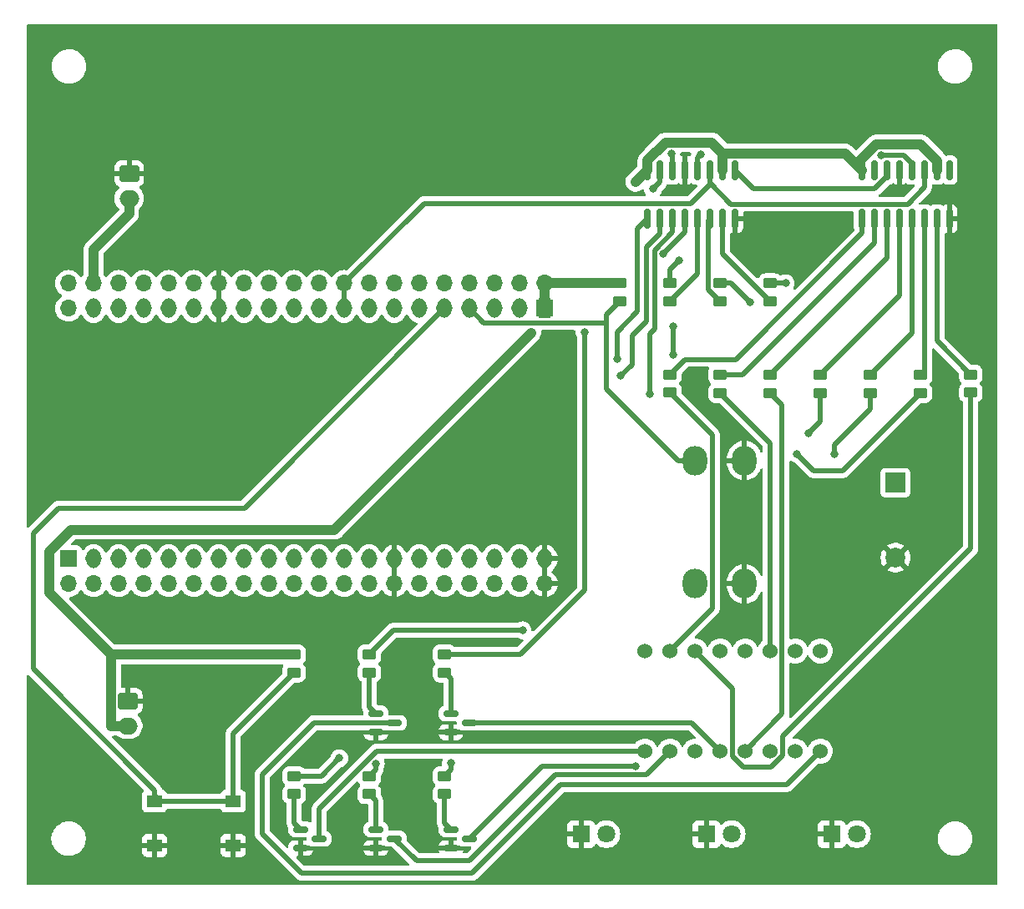
<source format=gbr>
%TF.GenerationSoftware,KiCad,Pcbnew,8.0.4*%
%TF.CreationDate,2024-08-25T14:08:53+09:00*%
%TF.ProjectId,gen2,67656e32-2e6b-4696-9361-645f70636258,rev?*%
%TF.SameCoordinates,PX48ab840PY9157080*%
%TF.FileFunction,Copper,L1,Top*%
%TF.FilePolarity,Positive*%
%FSLAX46Y46*%
G04 Gerber Fmt 4.6, Leading zero omitted, Abs format (unit mm)*
G04 Created by KiCad (PCBNEW 8.0.4) date 2024-08-25 14:08:53*
%MOMM*%
%LPD*%
G01*
G04 APERTURE LIST*
G04 Aperture macros list*
%AMRoundRect*
0 Rectangle with rounded corners*
0 $1 Rounding radius*
0 $2 $3 $4 $5 $6 $7 $8 $9 X,Y pos of 4 corners*
0 Add a 4 corners polygon primitive as box body*
4,1,4,$2,$3,$4,$5,$6,$7,$8,$9,$2,$3,0*
0 Add four circle primitives for the rounded corners*
1,1,$1+$1,$2,$3*
1,1,$1+$1,$4,$5*
1,1,$1+$1,$6,$7*
1,1,$1+$1,$8,$9*
0 Add four rect primitives between the rounded corners*
20,1,$1+$1,$2,$3,$4,$5,0*
20,1,$1+$1,$4,$5,$6,$7,0*
20,1,$1+$1,$6,$7,$8,$9,0*
20,1,$1+$1,$8,$9,$2,$3,0*%
G04 Aperture macros list end*
%TA.AperFunction,SMDPad,CuDef*%
%ADD10RoundRect,0.250000X0.450000X-0.262500X0.450000X0.262500X-0.450000X0.262500X-0.450000X-0.262500X0*%
%TD*%
%TA.AperFunction,ComponentPad*%
%ADD11R,1.200000X2.000000*%
%TD*%
%TA.AperFunction,ComponentPad*%
%ADD12O,1.200000X2.000000*%
%TD*%
%TA.AperFunction,ComponentPad*%
%ADD13C,1.524000*%
%TD*%
%TA.AperFunction,ComponentPad*%
%ADD14R,1.800000X1.800000*%
%TD*%
%TA.AperFunction,ComponentPad*%
%ADD15C,1.800000*%
%TD*%
%TA.AperFunction,ComponentPad*%
%ADD16RoundRect,0.250000X-0.750000X0.600000X-0.750000X-0.600000X0.750000X-0.600000X0.750000X0.600000X0*%
%TD*%
%TA.AperFunction,ComponentPad*%
%ADD17O,2.000000X1.700000*%
%TD*%
%TA.AperFunction,SMDPad,CuDef*%
%ADD18RoundRect,0.150000X0.150000X-0.825000X0.150000X0.825000X-0.150000X0.825000X-0.150000X-0.825000X0*%
%TD*%
%TA.AperFunction,SMDPad,CuDef*%
%ADD19RoundRect,0.150000X-0.587500X-0.150000X0.587500X-0.150000X0.587500X0.150000X-0.587500X0.150000X0*%
%TD*%
%TA.AperFunction,ComponentPad*%
%ADD20O,1.700000X1.700000*%
%TD*%
%TA.AperFunction,ComponentPad*%
%ADD21R,1.700000X1.700000*%
%TD*%
%TA.AperFunction,SMDPad,CuDef*%
%ADD22R,1.550000X1.300000*%
%TD*%
%TA.AperFunction,ComponentPad*%
%ADD23R,2.000000X2.000000*%
%TD*%
%TA.AperFunction,ComponentPad*%
%ADD24C,2.000000*%
%TD*%
%TA.AperFunction,ComponentPad*%
%ADD25O,2.500000X3.000000*%
%TD*%
%TA.AperFunction,ViaPad*%
%ADD26C,0.800000*%
%TD*%
%TA.AperFunction,Conductor*%
%ADD27C,0.500000*%
%TD*%
%TA.AperFunction,Conductor*%
%ADD28C,1.000000*%
%TD*%
G04 APERTURE END LIST*
D10*
%TO.P,R_US2,1*%
%TO.N,Net-(U2-f)*%
X101621150Y55009650D03*
%TO.P,R_US2,2*%
%TO.N,Net-(secondary1-QC)*%
X101621150Y56834650D03*
%TD*%
%TO.P,R_US5,1*%
%TO.N,Net-(U2-c{slash}D3)*%
X116861150Y55009650D03*
%TO.P,R_US5,2*%
%TO.N,Net-(secondary1-QF)*%
X116861150Y56834650D03*
%TD*%
D11*
%TO.P,U1,1,3V3*%
%TO.N,+3V3*%
X83838450Y63589250D03*
D12*
%TO.P,U1,2,CHIP_PU*%
%TO.N,/Pin2*%
X81298450Y63589250D03*
%TO.P,U1,3,SENSOR_VP/GPIO36/ADC1_CH0*%
%TO.N,/Pin3*%
X78758450Y63589250D03*
%TO.P,U1,4,SENSOR_VN/GPIO39/ADC1_CH3*%
%TO.N,/Pin4*%
X76218450Y63589250D03*
%TO.P,U1,5,VDET_1/GPIO34/ADC1_CH6*%
%TO.N,/Pin5*%
X73678450Y63589250D03*
%TO.P,U1,6,VDET_2/GPIO35/ADC1_CH7*%
%TO.N,/Pin6*%
X71138450Y63589250D03*
%TO.P,U1,7,32K_XP/GPIO32/ADC1_CH4*%
%TO.N,/Pin7*%
X68598450Y63589250D03*
%TO.P,U1,8,32K_XN/GPIO33/ADC1_CH5*%
%TO.N,/Pin8*%
X66058450Y63589250D03*
%TO.P,U1,9,DAC_1/ADC2_CH8/GPIO25*%
%TO.N,/Pin9*%
X63518450Y63589250D03*
%TO.P,U1,10,DAC_2/ADC2_CH9/GPIO26*%
%TO.N,/Pin10*%
X60978450Y63589250D03*
%TO.P,U1,11,ADC2_CH7/GPIO27*%
%TO.N,/Pin11*%
X58438450Y63589250D03*
%TO.P,U1,12,MTMS/GPIO14/ADC2_CH6*%
%TO.N,/Pin12*%
X55898450Y63589250D03*
%TO.P,U1,13,MTDI/GPIO12/ADC2_CH5*%
%TO.N,/Pin13*%
X53358450Y63589250D03*
%TO.P,U1,14,GND*%
%TO.N,GNDPWR*%
X50818450Y63589250D03*
%TO.P,U1,15,MTCK/GPIO13/ADC2_CH4*%
%TO.N,/Pin15*%
X48278450Y63589250D03*
%TO.P,U1,16,SD_DATA2/GPIO9*%
%TO.N,/Pin16*%
X45738450Y63589250D03*
%TO.P,U1,17,SD_DATA3/GPIO10*%
%TO.N,/Pin17*%
X43198450Y63589250D03*
%TO.P,U1,18,CMD*%
%TO.N,/Pin18*%
X40658450Y63589250D03*
%TO.P,U1,19,5V*%
%TO.N,+5V*%
X38118450Y63589250D03*
%TO.P,U1,20,SD_CLK/GPIO6*%
%TO.N,/Pin20*%
X38121170Y38192930D03*
%TO.P,U1,21,SD_DATA0/GPIO7*%
%TO.N,/Pin21*%
X40661170Y38192930D03*
%TO.P,U1,22,SD_DATA1/GPIO8*%
%TO.N,/Pin22*%
X43198450Y38189250D03*
%TO.P,U1,23,MTDO/GPIO15/ADC2_CH3*%
%TO.N,/Pin23*%
X45738450Y38189250D03*
%TO.P,U1,24,ADC2_CH2/GPIO2*%
%TO.N,/Pin24*%
X48278450Y38189250D03*
%TO.P,U1,25,GPIO0/BOOT/ADC2_CH1*%
%TO.N,/Pin25*%
X50818450Y38189250D03*
%TO.P,U1,26,ADC2_CH0/GPIO4*%
%TO.N,/Pin26*%
X53358450Y38189250D03*
%TO.P,U1,27,GPIO16*%
%TO.N,/Pin27*%
X55898450Y38189250D03*
%TO.P,U1,28,GPIO17*%
%TO.N,/Pin28*%
X58438450Y38189250D03*
%TO.P,U1,29,GPIO5*%
%TO.N,/Pin29*%
X60978450Y38189250D03*
%TO.P,U1,30,GPIO18*%
%TO.N,/Pin30*%
X63518450Y38189250D03*
%TO.P,U1,31,GPIO19*%
%TO.N,/Pin31*%
X66058450Y38189250D03*
%TO.P,U1,32,GND*%
%TO.N,GNDPWR*%
X68598450Y38189250D03*
%TO.P,U1,33,GPIO21*%
%TO.N,/Pin33*%
X71138450Y38189250D03*
%TO.P,U1,34,U0RXD/GPIO3*%
%TO.N,/Pin34*%
X73678450Y38189250D03*
%TO.P,U1,35,U0TXD/GPIO1*%
%TO.N,/Pin35*%
X76218450Y38189250D03*
%TO.P,U1,36,GPIO22*%
%TO.N,/Pin36*%
X78758450Y38189250D03*
%TO.P,U1,37,GPIO23*%
%TO.N,/Pin37*%
X81298450Y38189250D03*
%TO.P,U1,38,GND*%
%TO.N,GNDPWR*%
X83838450Y38189250D03*
%TD*%
D10*
%TO.P,R_US8,1*%
%TO.N,Net-(Q1-B)*%
X73681150Y26661650D03*
%TO.P,R_US8,2*%
%TO.N,Net-(primary1-QA)*%
X73681150Y28486650D03*
%TD*%
D13*
%TO.P,U2,1,CC1*%
%TO.N,Net-(Q5-C)*%
X94001150Y18684150D03*
%TO.P,U2,2,CC2*%
%TO.N,Net-(Q4-C)*%
X96541150Y18684150D03*
%TO.P,U2,3,d*%
%TO.N,Net-(U2-d)*%
X99081150Y18684150D03*
%TO.P,U2,4,CC5*%
%TO.N,Net-(Q1-C)*%
X101621150Y18684150D03*
%TO.P,U2,5,e*%
%TO.N,Net-(U2-e)*%
X104161150Y18684150D03*
%TO.P,U2,6,CC3*%
%TO.N,Net-(Q3-C)*%
X106701150Y18684150D03*
%TO.P,U2,7,DPX*%
%TO.N,unconnected-(U2-DPX-Pad7)*%
X109241150Y18684150D03*
%TO.P,U2,8,CC4*%
%TO.N,Net-(Q2-C)*%
X111781150Y18684150D03*
%TO.P,U2,9*%
%TO.N,N/C*%
X111781150Y28844150D03*
%TO.P,U2,10*%
X109241150Y28844150D03*
%TO.P,U2,11,f*%
%TO.N,Net-(U2-f)*%
X106701150Y28844150D03*
%TO.P,U2,12*%
%TO.N,N/C*%
X104161150Y28844150D03*
%TO.P,U2,13,c/D3*%
%TO.N,Net-(U2-c{slash}D3)*%
X101621150Y28844150D03*
%TO.P,U2,14,a/D1*%
%TO.N,Net-(U2-a{slash}D1)*%
X99081150Y28844150D03*
%TO.P,U2,15,g*%
%TO.N,Net-(U2-g)*%
X96541150Y28844150D03*
%TO.P,U2,16,b/D2*%
%TO.N,Net-(U2-b{slash}D2)*%
X94001150Y28844150D03*
%TD*%
D10*
%TO.P,R_US12,1*%
%TO.N,Net-(Q2-B)*%
X66061150Y26661650D03*
%TO.P,R_US12,2*%
%TO.N,Net-(primary1-QE)*%
X66061150Y28486650D03*
%TD*%
D14*
%TO.P,LED1,1,K*%
%TO.N,GNDPWR*%
X87549550Y10251350D03*
D15*
%TO.P,LED1,2,A*%
%TO.N,Net-(LED1-A)*%
X90089550Y10251350D03*
%TD*%
D16*
%TO.P,J1,1,Pin_1*%
%TO.N,GNDPWR*%
X41571150Y23744150D03*
D17*
%TO.P,J1,2,Pin_2*%
%TO.N,+3V3*%
X41571150Y21244150D03*
%TD*%
D16*
%TO.P,J3,1,Pin_1*%
%TO.N,GNDPWR*%
X41723550Y77234150D03*
D17*
%TO.P,J3,2,Pin_2*%
%TO.N,+5V*%
X41723550Y74734150D03*
%TD*%
D18*
%TO.P,primary1,1,QB*%
%TO.N,Net-(primary1-QB)*%
X94255150Y72662150D03*
%TO.P,primary1,2,QC*%
%TO.N,Net-(primary1-QC)*%
X95525150Y72662150D03*
%TO.P,primary1,3,QD*%
%TO.N,Net-(primary1-QD)*%
X96795150Y72662150D03*
%TO.P,primary1,4,QE*%
%TO.N,Net-(primary1-QE)*%
X98065150Y72662150D03*
%TO.P,primary1,5,QF*%
%TO.N,Net-(primary1-QF)*%
X99335150Y72662150D03*
%TO.P,primary1,6,QG*%
%TO.N,Net-(primary1-QG)*%
X100605150Y72662150D03*
%TO.P,primary1,7,QH*%
%TO.N,Net-(primary1-QH)*%
X101875150Y72662150D03*
%TO.P,primary1,8,GND*%
%TO.N,GNDPWR*%
X103145150Y72662150D03*
%TO.P,primary1,9,QH'*%
%TO.N,Net-(primary1-QH')*%
X103145150Y77612150D03*
%TO.P,primary1,10,~{SRCLR}*%
%TO.N,+3V3*%
X101875150Y77612150D03*
%TO.P,primary1,11,SRCLK*%
%TO.N,/Pin9*%
X100605150Y77612150D03*
%TO.P,primary1,12,RCLK*%
%TO.N,/Pin10*%
X99335150Y77612150D03*
%TO.P,primary1,13,~{OE}*%
%TO.N,GNDPWR*%
X98065150Y77612150D03*
%TO.P,primary1,14,SER*%
%TO.N,/Pin11*%
X96795150Y77612150D03*
%TO.P,primary1,15,QA*%
%TO.N,Net-(primary1-QA)*%
X95525150Y77612150D03*
%TO.P,primary1,16,VCC*%
%TO.N,+3V3*%
X94255150Y77612150D03*
%TD*%
D10*
%TO.P,R_US17,1*%
%TO.N,/Pin4*%
X91461150Y64307950D03*
%TO.P,R_US17,2*%
%TO.N,+3V3*%
X91461150Y66132950D03*
%TD*%
D19*
%TO.P,Q4,1,B*%
%TO.N,Net-(Q4-B)*%
X66726150Y10744150D03*
%TO.P,Q4,2,E*%
%TO.N,GNDPWR*%
X66726150Y8844150D03*
%TO.P,Q4,3,C*%
%TO.N,Net-(Q4-C)*%
X68601150Y9794150D03*
%TD*%
D10*
%TO.P,R_US1,1*%
%TO.N,Net-(U2-g)*%
X96541150Y55060450D03*
%TO.P,R_US1,2*%
%TO.N,Net-(secondary1-QB)*%
X96541150Y56885450D03*
%TD*%
D20*
%TO.P,J4,20a,Pin_20a*%
%TO.N,/Pin20*%
X38118450Y38189250D03*
%TO.P,J4,20b,Pin_20b*%
X38118450Y35649250D03*
%TO.P,J4,21a,Pin_21a*%
%TO.N,/Pin21*%
X40658450Y38189250D03*
%TO.P,J4,21b,Pin_21b*%
X40658450Y35649250D03*
%TO.P,J4,22a,Pin_22a*%
%TO.N,/Pin22*%
X43198450Y38189250D03*
%TO.P,J4,22b,Pin_22b*%
X43198450Y35649250D03*
%TO.P,J4,23a,Pin_23a*%
%TO.N,/Pin23*%
X45738450Y38189250D03*
%TO.P,J4,23b,Pin_23b*%
X45738450Y35649250D03*
%TO.P,J4,24a,Pin_24a*%
%TO.N,/Pin24*%
X48278450Y38189250D03*
%TO.P,J4,24b,Pin_24b*%
X48278450Y35649250D03*
%TO.P,J4,25a,Pin_25a*%
%TO.N,/Pin25*%
X50818450Y38189250D03*
%TO.P,J4,25b,Pin_25b*%
X50818450Y35649250D03*
%TO.P,J4,26a,Pin_26a*%
%TO.N,/Pin26*%
X53358450Y38189250D03*
%TO.P,J4,26b,Pin_26b*%
X53358450Y35649250D03*
%TO.P,J4,27a,Pin_27a*%
%TO.N,/Pin27*%
X55898450Y38189250D03*
%TO.P,J4,27b,Pin_27b*%
X55898450Y35649250D03*
%TO.P,J4,28a,Pin_28a*%
%TO.N,/Pin28*%
X58438450Y38189250D03*
%TO.P,J4,28b,Pin_28b*%
X58438450Y35649250D03*
%TO.P,J4,29a,Pin_29a*%
%TO.N,/Pin29*%
X60978450Y38189250D03*
%TO.P,J4,29b,Pin_29b*%
X60978450Y35649250D03*
%TO.P,J4,30a,Pin_30a*%
%TO.N,/Pin30*%
X63518450Y38189250D03*
%TO.P,J4,30b,Pin_30b*%
X63518450Y35649250D03*
%TO.P,J4,31a,Pin_31a*%
%TO.N,/Pin31*%
X66058450Y38189250D03*
%TO.P,J4,31b,Pin_31b*%
X66058450Y35649250D03*
%TO.P,J4,32a,Pin_32a*%
%TO.N,GNDPWR*%
X68598450Y38189250D03*
%TO.P,J4,32b,Pin_32b*%
X68598450Y35649250D03*
%TO.P,J4,33a,Pin_33a*%
%TO.N,/Pin33*%
X71138450Y38189250D03*
%TO.P,J4,33b,Pin_33b*%
X71138450Y35649250D03*
%TO.P,J4,34a,Pin_34a*%
%TO.N,/Pin34*%
X73678450Y38189250D03*
%TO.P,J4,34b,Pin_34b*%
X73678450Y35649250D03*
%TO.P,J4,35a,Pin_35a*%
%TO.N,/Pin35*%
X76218450Y38189250D03*
%TO.P,J4,35b,Pin_35b*%
X76218450Y35649250D03*
%TO.P,J4,36a,Pin_36a*%
%TO.N,/Pin36*%
X78758450Y38189250D03*
%TO.P,J4,36b,Pin_36b*%
X78758450Y35649250D03*
%TO.P,J4,37a,Pin_37a*%
%TO.N,/Pin37*%
X81298450Y38189250D03*
%TO.P,J4,37b,Pin_37b*%
X81298450Y35649250D03*
%TO.P,J4,38a,Pin_38a*%
%TO.N,GNDPWR*%
X83838450Y38189250D03*
%TO.P,J4,38b,Pin_38b*%
X83838450Y35649250D03*
D21*
%TO.P,J4,none_a,Pin_none_a*%
%TO.N,unconnected-(J4-Pin_none_a-Padnone_a)*%
X35578450Y38189250D03*
D20*
%TO.P,J4,none_b,Pin_none_b*%
X35578450Y35649250D03*
%TD*%
D10*
%TO.P,R_US14,1*%
%TO.N,Net-(primary1-QG)*%
X101621150Y64307950D03*
%TO.P,R_US14,2*%
%TO.N,Net-(LED2-A)*%
X101621150Y66132950D03*
%TD*%
%TO.P,R_US16,1*%
%TO.N,/Pin5*%
X58441150Y26661650D03*
%TO.P,R_US16,2*%
%TO.N,+3V3*%
X58441150Y28486650D03*
%TD*%
D22*
%TO.P,SW1,1,1*%
%TO.N,GNDPWR*%
X52261150Y9104150D03*
X44301150Y9104150D03*
%TO.P,SW1,2,2*%
%TO.N,/Pin5*%
X52261150Y13604150D03*
X44301150Y13604150D03*
%TD*%
D10*
%TO.P,R_US9,1*%
%TO.N,Net-(Q5-B)*%
X58441150Y14319150D03*
%TO.P,R_US9,2*%
%TO.N,Net-(primary1-QB)*%
X58441150Y16144150D03*
%TD*%
D19*
%TO.P,Q5,1,B*%
%TO.N,Net-(Q5-B)*%
X59106150Y10744150D03*
%TO.P,Q5,2,E*%
%TO.N,GNDPWR*%
X59106150Y8844150D03*
%TO.P,Q5,3,C*%
%TO.N,Net-(Q5-C)*%
X60981150Y9794150D03*
%TD*%
D10*
%TO.P,R_US4,1*%
%TO.N,Net-(U2-d)*%
X111781150Y55009650D03*
%TO.P,R_US4,2*%
%TO.N,Net-(secondary1-QE)*%
X111781150Y56834650D03*
%TD*%
D14*
%TO.P,LED3,1,K*%
%TO.N,GNDPWR*%
X112949550Y10251350D03*
D15*
%TO.P,LED3,2,A*%
%TO.N,Net-(LED3-A)*%
X115489550Y10251350D03*
%TD*%
D10*
%TO.P,R_US6,1*%
%TO.N,Net-(U2-b{slash}D2)*%
X121941150Y55009650D03*
%TO.P,R_US6,2*%
%TO.N,Net-(secondary1-QG)*%
X121941150Y56834650D03*
%TD*%
%TO.P,R_US11,1*%
%TO.N,Net-(Q3-B)*%
X73681150Y14319150D03*
%TO.P,R_US11,2*%
%TO.N,Net-(primary1-QD)*%
X73681150Y16144150D03*
%TD*%
D19*
%TO.P,Q2,1,B*%
%TO.N,Net-(Q2-B)*%
X66726150Y22494150D03*
%TO.P,Q2,2,E*%
%TO.N,GNDPWR*%
X66726150Y20594150D03*
%TO.P,Q2,3,C*%
%TO.N,Net-(Q2-C)*%
X68601150Y21544150D03*
%TD*%
D14*
%TO.P,LED2,1,K*%
%TO.N,GNDPWR*%
X100249550Y10251350D03*
D15*
%TO.P,LED2,2,A*%
%TO.N,Net-(LED2-A)*%
X102789550Y10251350D03*
%TD*%
D19*
%TO.P,Q1,1,B*%
%TO.N,Net-(Q1-B)*%
X74316150Y22494150D03*
%TO.P,Q1,2,E*%
%TO.N,GNDPWR*%
X74316150Y20594150D03*
%TO.P,Q1,3,C*%
%TO.N,Net-(Q1-C)*%
X76191150Y21544150D03*
%TD*%
D23*
%TO.P,BZ1,1,-*%
%TO.N,/Pin13*%
X119401150Y45902950D03*
D24*
%TO.P,BZ1,2,+*%
%TO.N,GNDPWR*%
X119401150Y38302950D03*
%TD*%
D10*
%TO.P,R_US15,1*%
%TO.N,Net-(primary1-QH)*%
X106701150Y64307950D03*
%TO.P,R_US15,2*%
%TO.N,Net-(LED3-A)*%
X106701150Y66132950D03*
%TD*%
%TO.P,R_US7,1*%
%TO.N,Net-(U2-a{slash}D1)*%
X127021150Y55060450D03*
%TO.P,R_US7,2*%
%TO.N,Net-(secondary1-QH)*%
X127021150Y56885450D03*
%TD*%
D19*
%TO.P,Q3,1,B*%
%TO.N,Net-(Q3-B)*%
X74346150Y10744150D03*
%TO.P,Q3,2,E*%
%TO.N,GNDPWR*%
X74346150Y8844150D03*
%TO.P,Q3,3,C*%
%TO.N,Net-(Q3-C)*%
X76221150Y9794150D03*
%TD*%
D10*
%TO.P,R_US13,1*%
%TO.N,Net-(primary1-QF)*%
X96541150Y64307950D03*
%TO.P,R_US13,2*%
%TO.N,Net-(LED1-A)*%
X96541150Y66132950D03*
%TD*%
D18*
%TO.P,secondary1,1,QB*%
%TO.N,Net-(secondary1-QB)*%
X115997550Y72662150D03*
%TO.P,secondary1,2,QC*%
%TO.N,Net-(secondary1-QC)*%
X117267550Y72662150D03*
%TO.P,secondary1,3,QD*%
%TO.N,Net-(secondary1-QD)*%
X118537550Y72662150D03*
%TO.P,secondary1,4,QE*%
%TO.N,Net-(secondary1-QE)*%
X119807550Y72662150D03*
%TO.P,secondary1,5,QF*%
%TO.N,Net-(secondary1-QF)*%
X121077550Y72662150D03*
%TO.P,secondary1,6,QG*%
%TO.N,Net-(secondary1-QG)*%
X122347550Y72662150D03*
%TO.P,secondary1,7,QH*%
%TO.N,Net-(secondary1-QH)*%
X123617550Y72662150D03*
%TO.P,secondary1,8,GND*%
%TO.N,GNDPWR*%
X124887550Y72662150D03*
%TO.P,secondary1,9,QH'*%
%TO.N,unconnected-(secondary1-QH'-Pad9)*%
X124887550Y77612150D03*
%TO.P,secondary1,10,~{SRCLR}*%
%TO.N,+3V3*%
X123617550Y77612150D03*
%TO.P,secondary1,11,SRCLK*%
%TO.N,/Pin9*%
X122347550Y77612150D03*
%TO.P,secondary1,12,RCLK*%
%TO.N,/Pin10*%
X121077550Y77612150D03*
%TO.P,secondary1,13,~{OE}*%
%TO.N,GNDPWR*%
X119807550Y77612150D03*
%TO.P,secondary1,14,SER*%
%TO.N,Net-(primary1-QH')*%
X118537550Y77612150D03*
%TO.P,secondary1,15,QA*%
%TO.N,unconnected-(secondary1-QA-Pad15)*%
X117267550Y77612150D03*
%TO.P,secondary1,16,VCC*%
%TO.N,+3V3*%
X115997550Y77612150D03*
%TD*%
D21*
%TO.P,J2,1a,Pin_1a*%
%TO.N,+3V3*%
X83838450Y63589250D03*
D20*
%TO.P,J2,1b,Pin_1b*%
X83838450Y66129250D03*
%TO.P,J2,2a,Pin_2a*%
%TO.N,/Pin2*%
X81298450Y63589250D03*
%TO.P,J2,2b,Pin_2b*%
X81298450Y66129250D03*
%TO.P,J2,3a,Pin_3a*%
%TO.N,/Pin3*%
X78758450Y63589250D03*
%TO.P,J2,3b,Pin_3b*%
X78758450Y66129250D03*
%TO.P,J2,4a,Pin_4a*%
%TO.N,/Pin4*%
X76218450Y63589250D03*
%TO.P,J2,4b,Pin_4b*%
X76218450Y66129250D03*
%TO.P,J2,5a,Pin_5a*%
%TO.N,/Pin5*%
X73678450Y63589250D03*
%TO.P,J2,5b,Pin_5b*%
X73678450Y66129250D03*
%TO.P,J2,6a,Pin_6a*%
%TO.N,/Pin6*%
X71138450Y63589250D03*
%TO.P,J2,6b,Pin_6b*%
X71138450Y66129250D03*
%TO.P,J2,7a,Pin_7a*%
%TO.N,/Pin7*%
X68598450Y63589250D03*
%TO.P,J2,7b,Pin_7b*%
X68598450Y66129250D03*
%TO.P,J2,8a,Pin_8a*%
%TO.N,/Pin8*%
X66058450Y63589250D03*
%TO.P,J2,8b,Pin_8b*%
X66058450Y66129250D03*
%TO.P,J2,9a,Pin_9a*%
%TO.N,/Pin9*%
X63518450Y63589250D03*
%TO.P,J2,9b,Pin_9b*%
X63518450Y66129250D03*
%TO.P,J2,10a,Pin_10a*%
%TO.N,/Pin10*%
X60978450Y63589250D03*
%TO.P,J2,10b,Pin_10b*%
X60978450Y66129250D03*
%TO.P,J2,11a,Pin_11a*%
%TO.N,/Pin11*%
X58438450Y63589250D03*
%TO.P,J2,11b,Pin_11b*%
X58438450Y66129250D03*
%TO.P,J2,12a,Pin_12a*%
%TO.N,/Pin12*%
X55898450Y63589250D03*
%TO.P,J2,12b,Pin_12b*%
X55898450Y66129250D03*
%TO.P,J2,13a,Pin_13a*%
%TO.N,/Pin13*%
X53358450Y63589250D03*
%TO.P,J2,13b,Pin_13b*%
X53358450Y66129250D03*
%TO.P,J2,14a,Pin_14a*%
%TO.N,GNDPWR*%
X50818450Y63589250D03*
%TO.P,J2,14b,Pin_14b*%
X50818450Y66129250D03*
%TO.P,J2,15a,Pin_15a*%
%TO.N,/Pin15*%
X48278450Y63589250D03*
%TO.P,J2,15b,Pin_15b*%
X48278450Y66129250D03*
%TO.P,J2,16a,Pin_16a*%
%TO.N,/Pin16*%
X45738450Y63589250D03*
%TO.P,J2,16b,Pin_16b*%
X45738450Y66129250D03*
%TO.P,J2,17a,Pin_17a*%
%TO.N,/Pin17*%
X43198450Y63589250D03*
%TO.P,J2,17b,Pin_17b*%
X43198450Y66129250D03*
%TO.P,J2,18a,Pin_18a*%
%TO.N,/Pin18*%
X40658450Y63589250D03*
%TO.P,J2,18b,Pin_18b*%
X40658450Y66129250D03*
%TO.P,J2,19a,Pin_19a*%
%TO.N,+5V*%
X38118450Y63589250D03*
%TO.P,J2,19b,Pin_19b*%
X38118450Y66129250D03*
%TO.P,J2,none_a,Pin_none_a*%
%TO.N,unconnected-(J2-Pin_none_a-Padnone_a)*%
X35578450Y63589250D03*
%TO.P,J2,none_b,Pin_none_b*%
X35578450Y66129250D03*
%TD*%
D25*
%TO.P,SW2,1,1*%
%TO.N,/Pin4*%
X99081150Y35652950D03*
X99081150Y48152950D03*
%TO.P,SW2,2,2*%
%TO.N,GNDPWR*%
X104081150Y35652950D03*
X104081150Y48152950D03*
%TD*%
D10*
%TO.P,R_US10,1*%
%TO.N,Net-(Q4-B)*%
X66061150Y14319150D03*
%TO.P,R_US10,2*%
%TO.N,Net-(primary1-QC)*%
X66061150Y16144150D03*
%TD*%
%TO.P,R_US3,1*%
%TO.N,Net-(U2-e)*%
X106701150Y55009650D03*
%TO.P,R_US3,2*%
%TO.N,Net-(secondary1-QD)*%
X106701150Y56834650D03*
%TD*%
D26*
%TO.N,GNDPWR*%
X119197950Y75529350D03*
X60219150Y17972950D03*
X34260350Y50078550D03*
X69363150Y27980550D03*
X102687950Y32146150D03*
X63978350Y10200550D03*
X116962750Y24576950D03*
X50922750Y24576950D03*
X108783950Y70500150D03*
X110866750Y45100150D03*
X87143150Y20106550D03*
X69820350Y12638950D03*
X69820350Y16702950D03*
X97455550Y75580150D03*
%TO.N,Net-(primary1-QA)*%
X94818350Y75693150D03*
X87854350Y61203750D03*
%TO.N,Net-(primary1-QB)*%
X63019550Y17957250D03*
X91156350Y58460550D03*
%TO.N,Net-(primary1-QC)*%
X91571250Y56722450D03*
X66723350Y17382350D03*
%TO.N,Net-(primary1-QD)*%
X74326950Y17490750D03*
X94461450Y54891150D03*
%TO.N,Net-(primary1-QE)*%
X81605950Y30932150D03*
X95821450Y69090650D03*
X96845950Y61762550D03*
X96857050Y58911850D03*
%TO.N,+3V3*%
X82479650Y61087450D03*
X93034450Y76419450D03*
%TO.N,Net-(U2-d)*%
X110612750Y50942150D03*
%TO.N,Net-(U2-c{slash}D3)*%
X113223150Y48808550D03*
%TO.N,Net-(U2-b{slash}D2)*%
X109413600Y48828600D03*
%TO.N,Net-(LED1-A)*%
X97455250Y68425950D03*
%TO.N,Net-(LED2-A)*%
X104666350Y64198450D03*
%TO.N,Net-(LED3-A)*%
X108275950Y66131350D03*
%TO.N,/Pin10*%
X99695850Y79221150D03*
X117932450Y79121750D03*
%TO.N,/Pin11*%
X96669750Y79290250D03*
%TO.N,Net-(Q3-C)*%
X93065950Y17130950D03*
%TD*%
D27*
%TO.N,Net-(primary1-QA)*%
X95525150Y76399950D02*
X95525150Y77612150D01*
X81400850Y28486650D02*
X73681150Y28486650D01*
X87905150Y34990950D02*
X81400850Y28486650D01*
X87905150Y61152950D02*
X87905150Y34990950D01*
X87854350Y61203750D02*
X87905150Y61152950D01*
X94818350Y75693150D02*
X95525150Y76399950D01*
%TO.N,Net-(Q1-B)*%
X74316150Y26026650D02*
X73681150Y26661650D01*
X74316150Y22494150D02*
X74316150Y26026650D01*
%TO.N,Net-(Q5-B)*%
X59106150Y10744150D02*
X58441150Y11409150D01*
X58441150Y11409150D02*
X58441150Y14319150D01*
%TO.N,Net-(primary1-QB)*%
X58441150Y16144150D02*
X61206450Y16144150D01*
X91156350Y58460550D02*
X91156350Y61152950D01*
X93258750Y63255350D02*
X93258750Y71665750D01*
X93258750Y71665750D02*
X94255150Y72662150D01*
X61206450Y16144150D02*
X63019550Y17957250D01*
X91156350Y61152950D02*
X93258750Y63255350D01*
%TO.N,Net-(primary1-QC)*%
X66061150Y16144150D02*
X66723350Y16806350D01*
X94153550Y69767250D02*
X94153550Y62270550D01*
X95525150Y71138850D02*
X94153550Y69767250D01*
X92731150Y60848150D02*
X92731150Y57882350D01*
X95525150Y72662150D02*
X95525150Y71138850D01*
X92731150Y57882350D02*
X91571250Y56722450D01*
X94153550Y62270550D02*
X92731150Y60848150D01*
X66723350Y16806350D02*
X66723350Y17382350D01*
%TO.N,Net-(Q4-B)*%
X66726150Y10744150D02*
X66726150Y13654150D01*
X66726150Y13654150D02*
X66061150Y14319150D01*
%TO.N,Net-(primary1-QD)*%
X94461450Y61012850D02*
X94969750Y61521150D01*
X74326950Y16789950D02*
X74326950Y17490750D01*
X94461450Y54891150D02*
X94461450Y61012850D01*
X96795150Y71327550D02*
X96795150Y72662150D01*
X73681150Y16144150D02*
X74326950Y16789950D01*
X94969750Y61521150D02*
X94969750Y69502150D01*
X94969750Y69502150D02*
X96795150Y71327550D01*
%TO.N,Net-(Q3-B)*%
X74346150Y10744150D02*
X73681150Y11409150D01*
X73681150Y11409150D02*
X73681150Y14319150D01*
%TO.N,Net-(primary1-QE)*%
X81605950Y30932150D02*
X68506650Y30932150D01*
X95821450Y69090650D02*
X98065150Y71334350D01*
X68506650Y30932150D02*
X66061150Y28486650D01*
X96857050Y61751450D02*
X96857050Y58911850D01*
X96845950Y61762550D02*
X96857050Y61751450D01*
X98065150Y71334350D02*
X98065150Y72662150D01*
%TO.N,Net-(Q2-B)*%
X66726150Y22494150D02*
X66061150Y23159150D01*
X66061150Y23159150D02*
X66061150Y26661650D01*
D28*
%TO.N,+3V3*%
X35834550Y41137750D02*
X33599950Y38903150D01*
X100767050Y80420650D02*
X101875150Y79312550D01*
X121956250Y80223450D02*
X117476250Y80223450D01*
X39869450Y21244150D02*
X39867950Y21245650D01*
X33599950Y34754650D02*
X39867950Y28486650D01*
X91461150Y66132950D02*
X91457450Y66129250D01*
X82479650Y61087450D02*
X62529950Y41137750D01*
X123617550Y77612150D02*
X123617550Y78562150D01*
X96105450Y80420650D02*
X100767050Y80420650D01*
X101875150Y79312550D02*
X114297150Y79312550D01*
X33599950Y38903150D02*
X33599950Y34754650D01*
X114297150Y79312550D02*
X115431250Y78178450D01*
X91457450Y66129250D02*
X83838450Y66129250D01*
X93062450Y76419450D02*
X94255150Y77612150D01*
X115431250Y78178450D02*
X115997550Y77612150D01*
X83838450Y66129250D02*
X83838450Y65140950D01*
X117476250Y80223450D02*
X115431250Y78178450D01*
X83838450Y63589250D02*
X83838450Y65140950D01*
X39867950Y28486650D02*
X58441150Y28486650D01*
X94255150Y77612150D02*
X94255150Y78570350D01*
X39867950Y21245650D02*
X39867950Y28486650D01*
X101875150Y79312550D02*
X101875150Y77612150D01*
X94255150Y78570350D02*
X96105450Y80420650D01*
X93034450Y76419450D02*
X93062450Y76419450D01*
X123617550Y78562150D02*
X121956250Y80223450D01*
X41571150Y21244150D02*
X39869450Y21244150D01*
X62529950Y41137750D02*
X35834550Y41137750D01*
D27*
%TO.N,Net-(U2-g)*%
X96541150Y55060450D02*
X100830150Y50771450D01*
X100830150Y33133150D02*
X96541150Y28844150D01*
X100830150Y50771450D02*
X100830150Y33133150D01*
%TO.N,Net-(secondary1-QB)*%
X96541150Y56885450D02*
X98062350Y58406650D01*
X98062350Y58406650D02*
X103192850Y58406650D01*
X115997550Y71211350D02*
X115997550Y72662150D01*
X103192850Y58406650D02*
X115997550Y71211350D01*
%TO.N,Net-(U2-f)*%
X106701150Y49929650D02*
X101621150Y55009650D01*
X106701150Y28844150D02*
X106701150Y49929650D01*
%TO.N,Net-(secondary1-QC)*%
X101621150Y56834650D02*
X103856050Y56834650D01*
X103856050Y56834650D02*
X117267550Y70246150D01*
X117267550Y70246150D02*
X117267550Y72662150D01*
%TO.N,Net-(U2-e)*%
X107915750Y22438750D02*
X104161150Y18684150D01*
X106701150Y55009650D02*
X107915750Y53795050D01*
X107915750Y53795050D02*
X107915750Y22438750D01*
%TO.N,Net-(secondary1-QD)*%
X118537550Y68671050D02*
X118537550Y72662150D01*
X106701150Y56834650D02*
X118537550Y68671050D01*
%TO.N,Net-(U2-d)*%
X110612750Y50942150D02*
X111781150Y52110550D01*
X111781150Y52110550D02*
X111781150Y55009650D01*
%TO.N,Net-(secondary1-QE)*%
X119807550Y64861050D02*
X119807550Y72662150D01*
X111781150Y56834650D02*
X119807550Y64861050D01*
%TO.N,Net-(U2-c{slash}D3)*%
X113223150Y48808550D02*
X113223150Y49759350D01*
X113223150Y49759350D02*
X116861150Y53397350D01*
X116861150Y53397350D02*
X116861150Y55009650D01*
%TO.N,Net-(secondary1-QF)*%
X121077550Y61051050D02*
X121077550Y72662150D01*
X116861150Y56834650D02*
X121077550Y61051050D01*
%TO.N,Net-(U2-b{slash}D2)*%
X111110050Y47132150D02*
X114063650Y47132150D01*
X114063650Y47132150D02*
X121941150Y55009650D01*
X109413600Y48828600D02*
X111110050Y47132150D01*
%TO.N,Net-(secondary1-QG)*%
X121941150Y56834650D02*
X122347550Y57241050D01*
X122347550Y57241050D02*
X122347550Y72662150D01*
%TO.N,Net-(secondary1-QH)*%
X123617550Y60289050D02*
X123617550Y72662150D01*
X127021150Y56885450D02*
X123617550Y60289050D01*
%TO.N,Net-(U2-a{slash}D1)*%
X127021150Y39207350D02*
X127021150Y55060450D01*
X99081150Y28844150D02*
X102891150Y25034150D01*
X107971150Y18235550D02*
X107971150Y20157350D01*
X107971150Y20157350D02*
X127021150Y39207350D01*
X102891150Y18178550D02*
X104011150Y17058550D01*
X104011150Y17058550D02*
X106794150Y17058550D01*
X102891150Y25034150D02*
X102891150Y18178550D01*
X106794150Y17058550D02*
X107971150Y18235550D01*
%TO.N,Net-(primary1-QF)*%
X96541150Y64307950D02*
X99335150Y67101950D01*
X99335150Y67101950D02*
X99335150Y72662150D01*
%TO.N,Net-(LED1-A)*%
X96541150Y67511850D02*
X97455250Y68425950D01*
X96541150Y66132950D02*
X96541150Y67511850D01*
%TO.N,Net-(LED2-A)*%
X104666350Y64198450D02*
X102731850Y66132950D01*
X102731850Y66132950D02*
X101621150Y66132950D01*
%TO.N,Net-(primary1-QG)*%
X100454250Y65474850D02*
X101621150Y64307950D01*
X100454250Y72511250D02*
X100454250Y65474850D01*
X100605150Y72662150D02*
X100454250Y72511250D01*
%TO.N,Net-(primary1-QH)*%
X106701150Y64307950D02*
X101875150Y69133950D01*
X101875150Y69133950D02*
X101875150Y72662150D01*
%TO.N,Net-(LED3-A)*%
X108275950Y66131350D02*
X106702750Y66131350D01*
X106702750Y66131350D02*
X106701150Y66132950D01*
D28*
%TO.N,+5V*%
X38118450Y69577350D02*
X41723550Y73182450D01*
X41723550Y74734150D02*
X41723550Y73182450D01*
X38118450Y66129250D02*
X38118450Y69577350D01*
D27*
%TO.N,/Pin10*%
X120201150Y79121750D02*
X121077550Y78245350D01*
X99335150Y77612150D02*
X99335150Y78860450D01*
X121077550Y78245350D02*
X121077550Y77612150D01*
X117932450Y79121750D02*
X120201150Y79121750D01*
X99335150Y78860450D02*
X99695850Y79221150D01*
%TO.N,/Pin5*%
X44301150Y13604150D02*
X44301150Y14155050D01*
X73678450Y63589250D02*
X53411350Y43322150D01*
X44301150Y14155050D02*
X44852050Y13604150D01*
X52261150Y13604150D02*
X52261150Y20481650D01*
X31974350Y27032650D02*
X44301150Y14705850D01*
X52261150Y20481650D02*
X58441150Y26661650D01*
X34565150Y43322150D02*
X31974350Y40731350D01*
X31974350Y40731350D02*
X31974350Y27032650D01*
X44852050Y13604150D02*
X52261150Y13604150D01*
X53411350Y43322150D02*
X34565150Y43322150D01*
X44301150Y14705850D02*
X44301150Y14155050D01*
%TO.N,/Pin9*%
X100605150Y77612150D02*
X100605150Y77055050D01*
X100605150Y76189750D02*
X98623950Y74208550D01*
X102738750Y74157750D02*
X120620350Y74157750D01*
X122347550Y75884950D02*
X122347550Y77612150D01*
X71597750Y74208550D02*
X63518450Y66129250D01*
X98623950Y74208550D02*
X71597750Y74208550D01*
X63518450Y66129250D02*
X63518450Y63589250D01*
X100605150Y77055050D02*
X100605150Y76291350D01*
X120620350Y74157750D02*
X122347550Y75884950D01*
X100605150Y77055050D02*
X100605150Y76189750D01*
X100605150Y76291350D02*
X102738750Y74157750D01*
%TO.N,/Pin4*%
X90110050Y62134650D02*
X90110050Y55422350D01*
X91461150Y64307950D02*
X90110050Y62956850D01*
X90110050Y62956850D02*
X90110050Y62134650D01*
X90110050Y62134650D02*
X77673050Y62134650D01*
X99081150Y48152950D02*
X97379450Y48152950D01*
X77673050Y62134650D02*
X76218450Y63589250D01*
X90110050Y55422350D02*
X97379450Y48152950D01*
%TO.N,/Pin11*%
X96795150Y79164850D02*
X96795150Y77612150D01*
X96669750Y79290250D02*
X96795150Y79164850D01*
%TO.N,Net-(primary1-QH')*%
X118537550Y77612150D02*
X118537550Y76994950D01*
X105024750Y75732550D02*
X103145150Y77612150D01*
X118537550Y76994950D02*
X117275150Y75732550D01*
X117275150Y75732550D02*
X105024750Y75732550D01*
%TO.N,Net-(Q1-C)*%
X76191150Y21544150D02*
X98761150Y21544150D01*
X98761150Y21544150D02*
X101621150Y18684150D01*
%TO.N,Net-(Q2-C)*%
X55189950Y10302150D02*
X55189950Y16296550D01*
X108377550Y15280550D02*
X85466750Y15280550D01*
X85466750Y15280550D02*
X76475150Y6288950D01*
X111781150Y18684150D02*
X108377550Y15280550D01*
X59203150Y6288950D02*
X55189950Y10302150D01*
X55189950Y16296550D02*
X60437550Y21544150D01*
X76475150Y6288950D02*
X59203150Y6288950D01*
X60437550Y21544150D02*
X68601150Y21544150D01*
%TO.N,Net-(Q3-C)*%
X76221150Y9794150D02*
X83557950Y17130950D01*
X83557950Y17130950D02*
X93065950Y17130950D01*
%TO.N,Net-(Q4-C)*%
X94137950Y16280950D02*
X84921150Y16280950D01*
X70836350Y7558950D02*
X68601150Y9794150D01*
X84921150Y16280950D02*
X76199150Y7558950D01*
X96541150Y18684150D02*
X94137950Y16280950D01*
X76199150Y7558950D02*
X70836350Y7558950D01*
%TO.N,Net-(Q5-C)*%
X66820750Y18684150D02*
X60981150Y12844550D01*
X60981150Y12844550D02*
X60981150Y9794150D01*
X94001150Y18684150D02*
X66820750Y18684150D01*
%TD*%
%TA.AperFunction,Conductor*%
%TO.N,GNDPWR*%
G36*
X129694489Y92387565D02*
G01*
X129740244Y92334761D01*
X129751450Y92283250D01*
X129751450Y5232250D01*
X129731765Y5165211D01*
X129678961Y5119456D01*
X129627450Y5108250D01*
X31476450Y5108250D01*
X31409411Y5127935D01*
X31363656Y5180739D01*
X31352450Y5232250D01*
X31352450Y9908892D01*
X33830650Y9908892D01*
X33830650Y9679409D01*
X33848797Y9541577D01*
X33860602Y9451912D01*
X33886797Y9354150D01*
X33919992Y9230263D01*
X34007800Y9018274D01*
X34007807Y9018260D01*
X34122542Y8819533D01*
X34262231Y8637489D01*
X34262239Y8637480D01*
X34424480Y8475239D01*
X34424488Y8475232D01*
X34606532Y8335543D01*
X34606535Y8335542D01*
X34606538Y8335539D01*
X34805262Y8220806D01*
X34805267Y8220804D01*
X34805273Y8220801D01*
X34896630Y8182960D01*
X35017263Y8132992D01*
X35238912Y8073602D01*
X35440591Y8047050D01*
X35462610Y8044151D01*
X35466416Y8043650D01*
X35466423Y8043650D01*
X35695877Y8043650D01*
X35695884Y8043650D01*
X35923388Y8073602D01*
X36145037Y8132992D01*
X36357038Y8220806D01*
X36555762Y8335539D01*
X36647987Y8406306D01*
X43026150Y8406306D01*
X43032551Y8346778D01*
X43032553Y8346771D01*
X43082795Y8212064D01*
X43082799Y8212057D01*
X43168959Y8096963D01*
X43168962Y8096960D01*
X43284056Y8010800D01*
X43284063Y8010796D01*
X43418770Y7960554D01*
X43418777Y7960552D01*
X43478305Y7954151D01*
X43478322Y7954150D01*
X44051150Y7954150D01*
X44551150Y7954150D01*
X45123978Y7954150D01*
X45123994Y7954151D01*
X45183522Y7960552D01*
X45183529Y7960554D01*
X45318236Y8010796D01*
X45318243Y8010800D01*
X45433337Y8096960D01*
X45433340Y8096963D01*
X45519500Y8212057D01*
X45519504Y8212064D01*
X45569746Y8346771D01*
X45569748Y8346778D01*
X45576149Y8406306D01*
X50986150Y8406306D01*
X50992551Y8346778D01*
X50992553Y8346771D01*
X51042795Y8212064D01*
X51042799Y8212057D01*
X51128959Y8096963D01*
X51128962Y8096960D01*
X51244056Y8010800D01*
X51244063Y8010796D01*
X51378770Y7960554D01*
X51378777Y7960552D01*
X51438305Y7954151D01*
X51438322Y7954150D01*
X52011150Y7954150D01*
X52511150Y7954150D01*
X53083978Y7954150D01*
X53083994Y7954151D01*
X53143522Y7960552D01*
X53143529Y7960554D01*
X53278236Y8010796D01*
X53278243Y8010800D01*
X53393337Y8096960D01*
X53393340Y8096963D01*
X53479500Y8212057D01*
X53479504Y8212064D01*
X53529746Y8346771D01*
X53529748Y8346778D01*
X53536149Y8406306D01*
X53536150Y8406323D01*
X53536150Y8854150D01*
X52511150Y8854150D01*
X52511150Y7954150D01*
X52011150Y7954150D01*
X52011150Y8854150D01*
X50986150Y8854150D01*
X50986150Y8406306D01*
X45576149Y8406306D01*
X45576150Y8406323D01*
X45576150Y8854150D01*
X44551150Y8854150D01*
X44551150Y7954150D01*
X44051150Y7954150D01*
X44051150Y8854150D01*
X43026150Y8854150D01*
X43026150Y8406306D01*
X36647987Y8406306D01*
X36737811Y8475231D01*
X36737815Y8475236D01*
X36737820Y8475239D01*
X36900061Y8637480D01*
X36900064Y8637485D01*
X36900069Y8637489D01*
X37039761Y8819538D01*
X37154494Y9018262D01*
X37242308Y9230263D01*
X37301698Y9451912D01*
X37331650Y9679416D01*
X37331650Y9801995D01*
X43026150Y9801995D01*
X43026150Y9354150D01*
X44051150Y9354150D01*
X44551150Y9354150D01*
X45576150Y9354150D01*
X45576150Y9801978D01*
X45576149Y9801995D01*
X50986150Y9801995D01*
X50986150Y9354150D01*
X52011150Y9354150D01*
X52511150Y9354150D01*
X53536150Y9354150D01*
X53536150Y9801978D01*
X53536149Y9801995D01*
X53529748Y9861523D01*
X53529746Y9861530D01*
X53479504Y9996237D01*
X53479500Y9996244D01*
X53393340Y10111338D01*
X53393337Y10111341D01*
X53278243Y10197501D01*
X53278236Y10197505D01*
X53143529Y10247747D01*
X53143522Y10247749D01*
X53083994Y10254150D01*
X52511150Y10254150D01*
X52511150Y9354150D01*
X52011150Y9354150D01*
X52011150Y10254150D01*
X51438305Y10254150D01*
X51378777Y10247749D01*
X51378770Y10247747D01*
X51244063Y10197505D01*
X51244056Y10197501D01*
X51128962Y10111341D01*
X51128959Y10111338D01*
X51042799Y9996244D01*
X51042795Y9996237D01*
X50992553Y9861530D01*
X50992551Y9861523D01*
X50986150Y9801995D01*
X45576149Y9801995D01*
X45569748Y9861523D01*
X45569746Y9861530D01*
X45519504Y9996237D01*
X45519500Y9996244D01*
X45433340Y10111338D01*
X45433337Y10111341D01*
X45318243Y10197501D01*
X45318236Y10197505D01*
X45183529Y10247747D01*
X45183522Y10247749D01*
X45123994Y10254150D01*
X44551150Y10254150D01*
X44551150Y9354150D01*
X44051150Y9354150D01*
X44051150Y10254150D01*
X43478305Y10254150D01*
X43418777Y10247749D01*
X43418770Y10247747D01*
X43284063Y10197505D01*
X43284056Y10197501D01*
X43168962Y10111341D01*
X43168959Y10111338D01*
X43082799Y9996244D01*
X43082795Y9996237D01*
X43032553Y9861530D01*
X43032551Y9861523D01*
X43026150Y9801995D01*
X37331650Y9801995D01*
X37331650Y9908884D01*
X37301698Y10136388D01*
X37242308Y10358037D01*
X37164495Y10545894D01*
X37154499Y10570027D01*
X37154496Y10570033D01*
X37154494Y10570038D01*
X37039761Y10768762D01*
X37039758Y10768765D01*
X37039757Y10768768D01*
X36938914Y10900188D01*
X36900069Y10950811D01*
X36900068Y10950812D01*
X36900061Y10950820D01*
X36737820Y11113061D01*
X36737811Y11113069D01*
X36555767Y11252758D01*
X36499461Y11285266D01*
X36357038Y11367494D01*
X36357026Y11367500D01*
X36145037Y11455308D01*
X35923388Y11514698D01*
X35885365Y11519704D01*
X35695891Y11544650D01*
X35695884Y11544650D01*
X35466416Y11544650D01*
X35466408Y11544650D01*
X35249865Y11516141D01*
X35238912Y11514698D01*
X35168734Y11495894D01*
X35017262Y11455308D01*
X34805273Y11367500D01*
X34805259Y11367493D01*
X34606532Y11252758D01*
X34424488Y11113069D01*
X34262231Y10950812D01*
X34122542Y10768768D01*
X34007807Y10570041D01*
X34007800Y10570027D01*
X33919992Y10358038D01*
X33891406Y10251350D01*
X33875532Y10192106D01*
X33860603Y10136391D01*
X33860601Y10136380D01*
X33830650Y9908892D01*
X31352450Y9908892D01*
X31352450Y26293820D01*
X31372135Y26360859D01*
X31424939Y26406614D01*
X31494097Y26416558D01*
X31557653Y26387533D01*
X31564131Y26381501D01*
X43163589Y14782043D01*
X43197074Y14720720D01*
X43192090Y14651028D01*
X43172200Y14620081D01*
X43173918Y14618795D01*
X43082356Y14496486D01*
X43082352Y14496479D01*
X43032058Y14361633D01*
X43025651Y14302034D01*
X43025651Y14302027D01*
X43025650Y14302015D01*
X43025650Y12906280D01*
X43025651Y12906274D01*
X43032058Y12846667D01*
X43082352Y12711822D01*
X43082356Y12711815D01*
X43168602Y12596606D01*
X43168605Y12596603D01*
X43283814Y12510357D01*
X43283821Y12510353D01*
X43418667Y12460059D01*
X43418666Y12460059D01*
X43425594Y12459315D01*
X43478277Y12453650D01*
X45124022Y12453651D01*
X45183633Y12460059D01*
X45318481Y12510354D01*
X45433696Y12596604D01*
X45519946Y12711819D01*
X45542759Y12772983D01*
X45584630Y12828917D01*
X45650094Y12853334D01*
X45658941Y12853650D01*
X50903359Y12853650D01*
X50970398Y12833965D01*
X51016153Y12781161D01*
X51019541Y12772983D01*
X51042352Y12711822D01*
X51042356Y12711815D01*
X51128602Y12596606D01*
X51128605Y12596603D01*
X51243814Y12510357D01*
X51243821Y12510353D01*
X51378667Y12460059D01*
X51378666Y12460059D01*
X51385594Y12459315D01*
X51438277Y12453650D01*
X53084022Y12453651D01*
X53143633Y12460059D01*
X53278481Y12510354D01*
X53393696Y12596604D01*
X53479946Y12711819D01*
X53530241Y12846667D01*
X53536650Y12906277D01*
X53536649Y14302022D01*
X53530241Y14361633D01*
X53525503Y14374335D01*
X53479947Y14496479D01*
X53479943Y14496486D01*
X53393697Y14611695D01*
X53393694Y14611698D01*
X53278485Y14697944D01*
X53278478Y14697948D01*
X53143633Y14748242D01*
X53122393Y14750525D01*
X53057842Y14777264D01*
X53017995Y14834657D01*
X53011650Y14873814D01*
X53011650Y20119421D01*
X53031335Y20186460D01*
X53047964Y20207097D01*
X58453199Y25612333D01*
X58514522Y25645817D01*
X58540880Y25648651D01*
X58941152Y25648651D01*
X58941158Y25648651D01*
X59043947Y25659151D01*
X59210484Y25714336D01*
X59359806Y25806438D01*
X59483862Y25930494D01*
X59575964Y26079816D01*
X59631149Y26246353D01*
X59641650Y26349141D01*
X59641649Y26974158D01*
X59631149Y27076947D01*
X59575964Y27243484D01*
X59483862Y27392806D01*
X59390199Y27486469D01*
X59356714Y27547792D01*
X59361698Y27617484D01*
X59390199Y27661831D01*
X59428199Y27699831D01*
X59483862Y27755494D01*
X59575964Y27904816D01*
X59631149Y28071353D01*
X59641650Y28174141D01*
X59641649Y28799158D01*
X59631149Y28901947D01*
X59575964Y29068484D01*
X59483862Y29217806D01*
X59359806Y29341862D01*
X59210484Y29433964D01*
X59043947Y29489149D01*
X59043945Y29489150D01*
X58941160Y29499650D01*
X57941148Y29499650D01*
X57941130Y29499649D01*
X57831618Y29488461D01*
X57831582Y29488811D01*
X57815892Y29487150D01*
X40333733Y29487150D01*
X40266694Y29506835D01*
X40246052Y29523469D01*
X37976226Y31793295D01*
X35672208Y34097312D01*
X35638724Y34158634D01*
X35643708Y34228326D01*
X35685580Y34284259D01*
X35749082Y34308520D01*
X35813858Y34314187D01*
X36042113Y34375347D01*
X36256280Y34475215D01*
X36449851Y34610755D01*
X36616945Y34777849D01*
X36746875Y34963408D01*
X36801452Y35007033D01*
X36870950Y35014227D01*
X36933305Y34982704D01*
X36950025Y34963408D01*
X37079731Y34778168D01*
X37079955Y34777849D01*
X37247049Y34610755D01*
X37343834Y34542985D01*
X37440615Y34475218D01*
X37440617Y34475217D01*
X37440620Y34475215D01*
X37654787Y34375347D01*
X37883042Y34314187D01*
X38071368Y34297711D01*
X38118449Y34293591D01*
X38118450Y34293591D01*
X38118451Y34293591D01*
X38157684Y34297024D01*
X38353858Y34314187D01*
X38582113Y34375347D01*
X38796280Y34475215D01*
X38989851Y34610755D01*
X39156945Y34777849D01*
X39286875Y34963408D01*
X39341452Y35007033D01*
X39410950Y35014227D01*
X39473305Y34982704D01*
X39490025Y34963408D01*
X39619731Y34778168D01*
X39619955Y34777849D01*
X39787049Y34610755D01*
X39883834Y34542985D01*
X39980615Y34475218D01*
X39980617Y34475217D01*
X39980620Y34475215D01*
X40194787Y34375347D01*
X40423042Y34314187D01*
X40611368Y34297711D01*
X40658449Y34293591D01*
X40658450Y34293591D01*
X40658451Y34293591D01*
X40697684Y34297024D01*
X40893858Y34314187D01*
X41122113Y34375347D01*
X41336280Y34475215D01*
X41529851Y34610755D01*
X41696945Y34777849D01*
X41826875Y34963408D01*
X41881452Y35007033D01*
X41950950Y35014227D01*
X42013305Y34982704D01*
X42030025Y34963408D01*
X42159731Y34778168D01*
X42159955Y34777849D01*
X42327049Y34610755D01*
X42423834Y34542985D01*
X42520615Y34475218D01*
X42520617Y34475217D01*
X42520620Y34475215D01*
X42734787Y34375347D01*
X42963042Y34314187D01*
X43151368Y34297711D01*
X43198449Y34293591D01*
X43198450Y34293591D01*
X43198451Y34293591D01*
X43237684Y34297024D01*
X43433858Y34314187D01*
X43662113Y34375347D01*
X43876280Y34475215D01*
X44069851Y34610755D01*
X44236945Y34777849D01*
X44366875Y34963408D01*
X44421452Y35007033D01*
X44490950Y35014227D01*
X44553305Y34982704D01*
X44570025Y34963408D01*
X44699731Y34778168D01*
X44699955Y34777849D01*
X44867049Y34610755D01*
X44963834Y34542985D01*
X45060615Y34475218D01*
X45060617Y34475217D01*
X45060620Y34475215D01*
X45274787Y34375347D01*
X45503042Y34314187D01*
X45691368Y34297711D01*
X45738449Y34293591D01*
X45738450Y34293591D01*
X45738451Y34293591D01*
X45777684Y34297024D01*
X45973858Y34314187D01*
X46202113Y34375347D01*
X46416280Y34475215D01*
X46609851Y34610755D01*
X46776945Y34777849D01*
X46906875Y34963408D01*
X46961452Y35007033D01*
X47030950Y35014227D01*
X47093305Y34982704D01*
X47110025Y34963408D01*
X47239731Y34778168D01*
X47239955Y34777849D01*
X47407049Y34610755D01*
X47503834Y34542985D01*
X47600615Y34475218D01*
X47600617Y34475217D01*
X47600620Y34475215D01*
X47814787Y34375347D01*
X48043042Y34314187D01*
X48231368Y34297711D01*
X48278449Y34293591D01*
X48278450Y34293591D01*
X48278451Y34293591D01*
X48317684Y34297024D01*
X48513858Y34314187D01*
X48742113Y34375347D01*
X48956280Y34475215D01*
X49149851Y34610755D01*
X49316945Y34777849D01*
X49446875Y34963408D01*
X49501452Y35007033D01*
X49570950Y35014227D01*
X49633305Y34982704D01*
X49650025Y34963408D01*
X49779731Y34778168D01*
X49779955Y34777849D01*
X49947049Y34610755D01*
X50043834Y34542985D01*
X50140615Y34475218D01*
X50140617Y34475217D01*
X50140620Y34475215D01*
X50354787Y34375347D01*
X50583042Y34314187D01*
X50771368Y34297711D01*
X50818449Y34293591D01*
X50818450Y34293591D01*
X50818451Y34293591D01*
X50857684Y34297024D01*
X51053858Y34314187D01*
X51282113Y34375347D01*
X51496280Y34475215D01*
X51689851Y34610755D01*
X51856945Y34777849D01*
X51986875Y34963408D01*
X52041452Y35007033D01*
X52110950Y35014227D01*
X52173305Y34982704D01*
X52190025Y34963408D01*
X52319731Y34778168D01*
X52319955Y34777849D01*
X52487049Y34610755D01*
X52583834Y34542985D01*
X52680615Y34475218D01*
X52680617Y34475217D01*
X52680620Y34475215D01*
X52894787Y34375347D01*
X53123042Y34314187D01*
X53311368Y34297711D01*
X53358449Y34293591D01*
X53358450Y34293591D01*
X53358451Y34293591D01*
X53397684Y34297024D01*
X53593858Y34314187D01*
X53822113Y34375347D01*
X54036280Y34475215D01*
X54229851Y34610755D01*
X54396945Y34777849D01*
X54526875Y34963408D01*
X54581452Y35007033D01*
X54650950Y35014227D01*
X54713305Y34982704D01*
X54730025Y34963408D01*
X54859731Y34778168D01*
X54859955Y34777849D01*
X55027049Y34610755D01*
X55123834Y34542985D01*
X55220615Y34475218D01*
X55220617Y34475217D01*
X55220620Y34475215D01*
X55434787Y34375347D01*
X55663042Y34314187D01*
X55851368Y34297711D01*
X55898449Y34293591D01*
X55898450Y34293591D01*
X55898451Y34293591D01*
X55937684Y34297024D01*
X56133858Y34314187D01*
X56362113Y34375347D01*
X56576280Y34475215D01*
X56769851Y34610755D01*
X56936945Y34777849D01*
X57066875Y34963408D01*
X57121452Y35007033D01*
X57190950Y35014227D01*
X57253305Y34982704D01*
X57270025Y34963408D01*
X57399731Y34778168D01*
X57399955Y34777849D01*
X57567049Y34610755D01*
X57663834Y34542985D01*
X57760615Y34475218D01*
X57760617Y34475217D01*
X57760620Y34475215D01*
X57974787Y34375347D01*
X58203042Y34314187D01*
X58391368Y34297711D01*
X58438449Y34293591D01*
X58438450Y34293591D01*
X58438451Y34293591D01*
X58477684Y34297024D01*
X58673858Y34314187D01*
X58902113Y34375347D01*
X59116280Y34475215D01*
X59309851Y34610755D01*
X59476945Y34777849D01*
X59606875Y34963408D01*
X59661452Y35007033D01*
X59730950Y35014227D01*
X59793305Y34982704D01*
X59810025Y34963408D01*
X59939731Y34778168D01*
X59939955Y34777849D01*
X60107049Y34610755D01*
X60203834Y34542985D01*
X60300615Y34475218D01*
X60300617Y34475217D01*
X60300620Y34475215D01*
X60514787Y34375347D01*
X60743042Y34314187D01*
X60931368Y34297711D01*
X60978449Y34293591D01*
X60978450Y34293591D01*
X60978451Y34293591D01*
X61017684Y34297024D01*
X61213858Y34314187D01*
X61442113Y34375347D01*
X61656280Y34475215D01*
X61849851Y34610755D01*
X62016945Y34777849D01*
X62146875Y34963408D01*
X62201452Y35007033D01*
X62270950Y35014227D01*
X62333305Y34982704D01*
X62350025Y34963408D01*
X62479731Y34778168D01*
X62479955Y34777849D01*
X62647049Y34610755D01*
X62743834Y34542985D01*
X62840615Y34475218D01*
X62840617Y34475217D01*
X62840620Y34475215D01*
X63054787Y34375347D01*
X63283042Y34314187D01*
X63471368Y34297711D01*
X63518449Y34293591D01*
X63518450Y34293591D01*
X63518451Y34293591D01*
X63557684Y34297024D01*
X63753858Y34314187D01*
X63982113Y34375347D01*
X64196280Y34475215D01*
X64389851Y34610755D01*
X64556945Y34777849D01*
X64686875Y34963408D01*
X64741452Y35007033D01*
X64810950Y35014227D01*
X64873305Y34982704D01*
X64890025Y34963408D01*
X65019731Y34778168D01*
X65019955Y34777849D01*
X65187049Y34610755D01*
X65283834Y34542985D01*
X65380615Y34475218D01*
X65380617Y34475217D01*
X65380620Y34475215D01*
X65594787Y34375347D01*
X65823042Y34314187D01*
X66011368Y34297711D01*
X66058449Y34293591D01*
X66058450Y34293591D01*
X66058451Y34293591D01*
X66097684Y34297024D01*
X66293858Y34314187D01*
X66522113Y34375347D01*
X66736280Y34475215D01*
X66929851Y34610755D01*
X67096945Y34777849D01*
X67227180Y34963845D01*
X67281757Y35007469D01*
X67351255Y35014663D01*
X67413610Y34983140D01*
X67430329Y34963845D01*
X67560340Y34778172D01*
X67727367Y34611145D01*
X67920871Y34475650D01*
X68134957Y34375821D01*
X68134966Y34375817D01*
X68348450Y34318616D01*
X68348450Y35216238D01*
X68405457Y35183325D01*
X68532624Y35149250D01*
X68664276Y35149250D01*
X68791443Y35183325D01*
X68848450Y35216238D01*
X68848450Y34318617D01*
X69061933Y34375817D01*
X69061942Y34375821D01*
X69276028Y34475650D01*
X69469532Y34611145D01*
X69636555Y34778168D01*
X69766569Y34963845D01*
X69821146Y35007469D01*
X69890645Y35014662D01*
X69952999Y34983140D01*
X69969719Y34963845D01*
X70099955Y34777849D01*
X70267049Y34610755D01*
X70363834Y34542985D01*
X70460615Y34475218D01*
X70460617Y34475217D01*
X70460620Y34475215D01*
X70674787Y34375347D01*
X70903042Y34314187D01*
X71091368Y34297711D01*
X71138449Y34293591D01*
X71138450Y34293591D01*
X71138451Y34293591D01*
X71177684Y34297024D01*
X71373858Y34314187D01*
X71602113Y34375347D01*
X71816280Y34475215D01*
X72009851Y34610755D01*
X72176945Y34777849D01*
X72306875Y34963408D01*
X72361452Y35007033D01*
X72430950Y35014227D01*
X72493305Y34982704D01*
X72510025Y34963408D01*
X72639731Y34778168D01*
X72639955Y34777849D01*
X72807049Y34610755D01*
X72903834Y34542985D01*
X73000615Y34475218D01*
X73000617Y34475217D01*
X73000620Y34475215D01*
X73214787Y34375347D01*
X73443042Y34314187D01*
X73631368Y34297711D01*
X73678449Y34293591D01*
X73678450Y34293591D01*
X73678451Y34293591D01*
X73717684Y34297024D01*
X73913858Y34314187D01*
X74142113Y34375347D01*
X74356280Y34475215D01*
X74549851Y34610755D01*
X74716945Y34777849D01*
X74846875Y34963408D01*
X74901452Y35007033D01*
X74970950Y35014227D01*
X75033305Y34982704D01*
X75050025Y34963408D01*
X75179731Y34778168D01*
X75179955Y34777849D01*
X75347049Y34610755D01*
X75443834Y34542985D01*
X75540615Y34475218D01*
X75540617Y34475217D01*
X75540620Y34475215D01*
X75754787Y34375347D01*
X75983042Y34314187D01*
X76171368Y34297711D01*
X76218449Y34293591D01*
X76218450Y34293591D01*
X76218451Y34293591D01*
X76257684Y34297024D01*
X76453858Y34314187D01*
X76682113Y34375347D01*
X76896280Y34475215D01*
X77089851Y34610755D01*
X77256945Y34777849D01*
X77386875Y34963408D01*
X77441452Y35007033D01*
X77510950Y35014227D01*
X77573305Y34982704D01*
X77590025Y34963408D01*
X77719731Y34778168D01*
X77719955Y34777849D01*
X77887049Y34610755D01*
X77983834Y34542985D01*
X78080615Y34475218D01*
X78080617Y34475217D01*
X78080620Y34475215D01*
X78294787Y34375347D01*
X78523042Y34314187D01*
X78711368Y34297711D01*
X78758449Y34293591D01*
X78758450Y34293591D01*
X78758451Y34293591D01*
X78797684Y34297024D01*
X78993858Y34314187D01*
X79222113Y34375347D01*
X79436280Y34475215D01*
X79629851Y34610755D01*
X79796945Y34777849D01*
X79926875Y34963408D01*
X79981452Y35007033D01*
X80050950Y35014227D01*
X80113305Y34982704D01*
X80130025Y34963408D01*
X80259731Y34778168D01*
X80259955Y34777849D01*
X80427049Y34610755D01*
X80523834Y34542985D01*
X80620615Y34475218D01*
X80620617Y34475217D01*
X80620620Y34475215D01*
X80834787Y34375347D01*
X81063042Y34314187D01*
X81251368Y34297711D01*
X81298449Y34293591D01*
X81298450Y34293591D01*
X81298451Y34293591D01*
X81337684Y34297024D01*
X81533858Y34314187D01*
X81762113Y34375347D01*
X81976280Y34475215D01*
X82169851Y34610755D01*
X82336945Y34777849D01*
X82467180Y34963845D01*
X82521757Y35007469D01*
X82591255Y35014663D01*
X82653610Y34983140D01*
X82670329Y34963845D01*
X82800340Y34778172D01*
X82967367Y34611145D01*
X83160871Y34475650D01*
X83374957Y34375821D01*
X83374966Y34375817D01*
X83588450Y34318616D01*
X83588450Y35216238D01*
X83645457Y35183325D01*
X83772624Y35149250D01*
X83904276Y35149250D01*
X84031443Y35183325D01*
X84088450Y35216238D01*
X84088450Y34318617D01*
X84301933Y34375817D01*
X84301942Y34375821D01*
X84516028Y34475650D01*
X84709532Y34611145D01*
X84876555Y34778168D01*
X85012050Y34971672D01*
X85111879Y35185758D01*
X85111882Y35185764D01*
X85169086Y35399250D01*
X84271462Y35399250D01*
X84304375Y35456257D01*
X84338450Y35583424D01*
X84338450Y35715076D01*
X84304375Y35842243D01*
X84271462Y35899250D01*
X85169086Y35899250D01*
X85169085Y35899251D01*
X85111882Y36112737D01*
X85111879Y36112743D01*
X85012050Y36326828D01*
X85012049Y36326830D01*
X84876563Y36520324D01*
X84876558Y36520330D01*
X84709528Y36687360D01*
X84585119Y36774473D01*
X84541494Y36829050D01*
X84534302Y36898548D01*
X84565824Y36960903D01*
X84568562Y36963729D01*
X84677489Y37072656D01*
X84779250Y37212719D01*
X84781793Y37216869D01*
X84782255Y37216586D01*
X84801598Y37243212D01*
X84876560Y37318174D01*
X85012050Y37511672D01*
X85111879Y37725758D01*
X85111882Y37725764D01*
X85169086Y37939250D01*
X84271462Y37939250D01*
X84304375Y37996257D01*
X84338450Y38123424D01*
X84338450Y38255076D01*
X84304375Y38382243D01*
X84271462Y38439250D01*
X85169086Y38439250D01*
X85169085Y38439251D01*
X85111882Y38652737D01*
X85111879Y38652743D01*
X85012050Y38866828D01*
X85012049Y38866830D01*
X84876563Y39060324D01*
X84876558Y39060330D01*
X84801598Y39135290D01*
X84782261Y39161906D01*
X84781799Y39161622D01*
X84779259Y39165766D01*
X84677482Y39305853D01*
X84555052Y39428283D01*
X84414974Y39530055D01*
X84260707Y39608659D01*
X84096039Y39662163D01*
X84096031Y39662165D01*
X84088450Y39663366D01*
X84088450Y38622262D01*
X84031443Y38655175D01*
X83904276Y38689250D01*
X83772624Y38689250D01*
X83645457Y38655175D01*
X83588450Y38622262D01*
X83588450Y39663366D01*
X83588449Y39663366D01*
X83580868Y39662165D01*
X83580860Y39662163D01*
X83416192Y39608659D01*
X83261925Y39530055D01*
X83121847Y39428283D01*
X82999417Y39305853D01*
X82897648Y39165777D01*
X82895102Y39161623D01*
X82894642Y39161905D01*
X82875303Y39135294D01*
X82800343Y39060333D01*
X82670330Y38874655D01*
X82615753Y38831031D01*
X82546254Y38823838D01*
X82483900Y38855360D01*
X82467180Y38874656D01*
X82336946Y39060650D01*
X82310474Y39087122D01*
X82262007Y39135589D01*
X82242698Y39162169D01*
X82242230Y39161881D01*
X82239685Y39166034D01*
X82233862Y39174048D01*
X82137864Y39306178D01*
X82015378Y39428664D01*
X81875238Y39530482D01*
X81720895Y39609123D01*
X81556151Y39662652D01*
X81556149Y39662653D01*
X81556148Y39662653D01*
X81424721Y39683469D01*
X81385061Y39689750D01*
X81211839Y39689750D01*
X81172178Y39683469D01*
X81040752Y39662653D01*
X80876002Y39609122D01*
X80721661Y39530482D01*
X80656375Y39483048D01*
X80581522Y39428664D01*
X80581520Y39428662D01*
X80581519Y39428662D01*
X80459038Y39306181D01*
X80459038Y39306180D01*
X80459036Y39306178D01*
X80440937Y39281267D01*
X80357218Y39166039D01*
X80354674Y39161886D01*
X80354208Y39162172D01*
X80334893Y39135592D01*
X80259956Y39060654D01*
X80130025Y38875092D01*
X80075448Y38831467D01*
X80005950Y38824273D01*
X79943595Y38855796D01*
X79926875Y38875092D01*
X79796946Y39060650D01*
X79770474Y39087122D01*
X79722007Y39135589D01*
X79702698Y39162169D01*
X79702230Y39161881D01*
X79699685Y39166034D01*
X79693862Y39174048D01*
X79597864Y39306178D01*
X79475378Y39428664D01*
X79335238Y39530482D01*
X79180895Y39609123D01*
X79016151Y39662652D01*
X79016149Y39662653D01*
X79016148Y39662653D01*
X78884721Y39683469D01*
X78845061Y39689750D01*
X78671839Y39689750D01*
X78632178Y39683469D01*
X78500752Y39662653D01*
X78336002Y39609122D01*
X78181661Y39530482D01*
X78116375Y39483048D01*
X78041522Y39428664D01*
X78041520Y39428662D01*
X78041519Y39428662D01*
X77919038Y39306181D01*
X77919038Y39306180D01*
X77919036Y39306178D01*
X77900937Y39281267D01*
X77817218Y39166039D01*
X77814674Y39161886D01*
X77814208Y39162172D01*
X77794893Y39135592D01*
X77719956Y39060654D01*
X77590025Y38875092D01*
X77535448Y38831467D01*
X77465950Y38824273D01*
X77403595Y38855796D01*
X77386875Y38875092D01*
X77256946Y39060650D01*
X77230474Y39087122D01*
X77182007Y39135589D01*
X77162698Y39162169D01*
X77162230Y39161881D01*
X77159685Y39166034D01*
X77153862Y39174048D01*
X77057864Y39306178D01*
X76935378Y39428664D01*
X76795238Y39530482D01*
X76640895Y39609123D01*
X76476151Y39662652D01*
X76476149Y39662653D01*
X76476148Y39662653D01*
X76344721Y39683469D01*
X76305061Y39689750D01*
X76131839Y39689750D01*
X76092178Y39683469D01*
X75960752Y39662653D01*
X75796002Y39609122D01*
X75641661Y39530482D01*
X75576375Y39483048D01*
X75501522Y39428664D01*
X75501520Y39428662D01*
X75501519Y39428662D01*
X75379038Y39306181D01*
X75379038Y39306180D01*
X75379036Y39306178D01*
X75360937Y39281267D01*
X75277218Y39166039D01*
X75274674Y39161886D01*
X75274208Y39162172D01*
X75254893Y39135592D01*
X75179956Y39060654D01*
X75050025Y38875092D01*
X74995448Y38831467D01*
X74925950Y38824273D01*
X74863595Y38855796D01*
X74846875Y38875092D01*
X74716946Y39060650D01*
X74690474Y39087122D01*
X74642007Y39135589D01*
X74622698Y39162169D01*
X74622230Y39161881D01*
X74619685Y39166034D01*
X74613862Y39174048D01*
X74517864Y39306178D01*
X74395378Y39428664D01*
X74255238Y39530482D01*
X74100895Y39609123D01*
X73936151Y39662652D01*
X73936149Y39662653D01*
X73936148Y39662653D01*
X73804721Y39683469D01*
X73765061Y39689750D01*
X73591839Y39689750D01*
X73552178Y39683469D01*
X73420752Y39662653D01*
X73256002Y39609122D01*
X73101661Y39530482D01*
X73036375Y39483048D01*
X72961522Y39428664D01*
X72961520Y39428662D01*
X72961519Y39428662D01*
X72839038Y39306181D01*
X72839038Y39306180D01*
X72839036Y39306178D01*
X72820937Y39281267D01*
X72737218Y39166039D01*
X72734674Y39161886D01*
X72734208Y39162172D01*
X72714893Y39135592D01*
X72639956Y39060654D01*
X72510025Y38875092D01*
X72455448Y38831467D01*
X72385950Y38824273D01*
X72323595Y38855796D01*
X72306875Y38875092D01*
X72176946Y39060650D01*
X72150474Y39087122D01*
X72102007Y39135589D01*
X72082698Y39162169D01*
X72082230Y39161881D01*
X72079685Y39166034D01*
X72073862Y39174048D01*
X71977864Y39306178D01*
X71855378Y39428664D01*
X71715238Y39530482D01*
X71560895Y39609123D01*
X71396151Y39662652D01*
X71396149Y39662653D01*
X71396148Y39662653D01*
X71264721Y39683469D01*
X71225061Y39689750D01*
X71051839Y39689750D01*
X71012178Y39683469D01*
X70880752Y39662653D01*
X70716002Y39609122D01*
X70561661Y39530482D01*
X70496375Y39483048D01*
X70421522Y39428664D01*
X70421520Y39428662D01*
X70421519Y39428662D01*
X70299038Y39306181D01*
X70299038Y39306180D01*
X70299036Y39306178D01*
X70280937Y39281267D01*
X70197218Y39166039D01*
X70194674Y39161886D01*
X70194208Y39162172D01*
X70174893Y39135592D01*
X70099958Y39060656D01*
X69969719Y38874655D01*
X69915142Y38831031D01*
X69845643Y38823838D01*
X69783289Y38855360D01*
X69766569Y38874656D01*
X69636563Y39060324D01*
X69636558Y39060330D01*
X69561598Y39135290D01*
X69542261Y39161906D01*
X69541799Y39161622D01*
X69539259Y39165766D01*
X69437482Y39305853D01*
X69315052Y39428283D01*
X69174974Y39530055D01*
X69020707Y39608659D01*
X68856039Y39662163D01*
X68856031Y39662165D01*
X68848450Y39663366D01*
X68848450Y38622262D01*
X68791443Y38655175D01*
X68664276Y38689250D01*
X68532624Y38689250D01*
X68405457Y38655175D01*
X68348450Y38622262D01*
X68348450Y39663366D01*
X68348449Y39663366D01*
X68340868Y39662165D01*
X68340860Y39662163D01*
X68176192Y39608659D01*
X68021925Y39530055D01*
X67881847Y39428283D01*
X67759417Y39305853D01*
X67657648Y39165777D01*
X67655102Y39161623D01*
X67654642Y39161905D01*
X67635303Y39135294D01*
X67560343Y39060333D01*
X67430330Y38874655D01*
X67375753Y38831031D01*
X67306254Y38823838D01*
X67243900Y38855360D01*
X67227180Y38874656D01*
X67096946Y39060650D01*
X67070474Y39087122D01*
X67022007Y39135589D01*
X67002698Y39162169D01*
X67002230Y39161881D01*
X66999685Y39166034D01*
X66993862Y39174048D01*
X66897864Y39306178D01*
X66775378Y39428664D01*
X66635238Y39530482D01*
X66480895Y39609123D01*
X66316151Y39662652D01*
X66316149Y39662653D01*
X66316148Y39662653D01*
X66184721Y39683469D01*
X66145061Y39689750D01*
X65971839Y39689750D01*
X65932178Y39683469D01*
X65800752Y39662653D01*
X65636002Y39609122D01*
X65481661Y39530482D01*
X65416375Y39483048D01*
X65341522Y39428664D01*
X65341520Y39428662D01*
X65341519Y39428662D01*
X65219038Y39306181D01*
X65219038Y39306180D01*
X65219036Y39306178D01*
X65200937Y39281267D01*
X65117218Y39166039D01*
X65114674Y39161886D01*
X65114208Y39162172D01*
X65094893Y39135592D01*
X65019956Y39060654D01*
X64890025Y38875092D01*
X64835448Y38831467D01*
X64765950Y38824273D01*
X64703595Y38855796D01*
X64686875Y38875092D01*
X64556946Y39060650D01*
X64530474Y39087122D01*
X64482007Y39135589D01*
X64462698Y39162169D01*
X64462230Y39161881D01*
X64459685Y39166034D01*
X64453862Y39174048D01*
X64357864Y39306178D01*
X64235378Y39428664D01*
X64095238Y39530482D01*
X63940895Y39609123D01*
X63776151Y39662652D01*
X63776149Y39662653D01*
X63776148Y39662653D01*
X63644721Y39683469D01*
X63605061Y39689750D01*
X63431839Y39689750D01*
X63392178Y39683469D01*
X63260752Y39662653D01*
X63096002Y39609122D01*
X62941661Y39530482D01*
X62876375Y39483048D01*
X62801522Y39428664D01*
X62801520Y39428662D01*
X62801519Y39428662D01*
X62679038Y39306181D01*
X62679038Y39306180D01*
X62679036Y39306178D01*
X62660937Y39281267D01*
X62577218Y39166039D01*
X62574674Y39161886D01*
X62574208Y39162172D01*
X62554893Y39135592D01*
X62479956Y39060654D01*
X62350025Y38875092D01*
X62295448Y38831467D01*
X62225950Y38824273D01*
X62163595Y38855796D01*
X62146875Y38875092D01*
X62016946Y39060650D01*
X61990474Y39087122D01*
X61942007Y39135589D01*
X61922698Y39162169D01*
X61922230Y39161881D01*
X61919685Y39166034D01*
X61913862Y39174048D01*
X61817864Y39306178D01*
X61695378Y39428664D01*
X61555238Y39530482D01*
X61400895Y39609123D01*
X61236151Y39662652D01*
X61236149Y39662653D01*
X61236148Y39662653D01*
X61104721Y39683469D01*
X61065061Y39689750D01*
X60891839Y39689750D01*
X60852178Y39683469D01*
X60720752Y39662653D01*
X60556002Y39609122D01*
X60401661Y39530482D01*
X60336375Y39483048D01*
X60261522Y39428664D01*
X60261520Y39428662D01*
X60261519Y39428662D01*
X60139038Y39306181D01*
X60139038Y39306180D01*
X60139036Y39306178D01*
X60120937Y39281267D01*
X60037218Y39166039D01*
X60034674Y39161886D01*
X60034208Y39162172D01*
X60014893Y39135592D01*
X59939956Y39060654D01*
X59810025Y38875092D01*
X59755448Y38831467D01*
X59685950Y38824273D01*
X59623595Y38855796D01*
X59606875Y38875092D01*
X59476946Y39060650D01*
X59450474Y39087122D01*
X59402007Y39135589D01*
X59382698Y39162169D01*
X59382230Y39161881D01*
X59379685Y39166034D01*
X59373862Y39174048D01*
X59277864Y39306178D01*
X59155378Y39428664D01*
X59015238Y39530482D01*
X58860895Y39609123D01*
X58696151Y39662652D01*
X58696149Y39662653D01*
X58696148Y39662653D01*
X58564721Y39683469D01*
X58525061Y39689750D01*
X58351839Y39689750D01*
X58312178Y39683469D01*
X58180752Y39662653D01*
X58016002Y39609122D01*
X57861661Y39530482D01*
X57796375Y39483048D01*
X57721522Y39428664D01*
X57721520Y39428662D01*
X57721519Y39428662D01*
X57599038Y39306181D01*
X57599038Y39306180D01*
X57599036Y39306178D01*
X57580937Y39281267D01*
X57497218Y39166039D01*
X57494674Y39161886D01*
X57494208Y39162172D01*
X57474893Y39135592D01*
X57399956Y39060654D01*
X57270025Y38875092D01*
X57215448Y38831467D01*
X57145950Y38824273D01*
X57083595Y38855796D01*
X57066875Y38875092D01*
X56936946Y39060650D01*
X56910474Y39087122D01*
X56862007Y39135589D01*
X56842698Y39162169D01*
X56842230Y39161881D01*
X56839685Y39166034D01*
X56833862Y39174048D01*
X56737864Y39306178D01*
X56615378Y39428664D01*
X56475238Y39530482D01*
X56320895Y39609123D01*
X56156151Y39662652D01*
X56156149Y39662653D01*
X56156148Y39662653D01*
X56024721Y39683469D01*
X55985061Y39689750D01*
X55811839Y39689750D01*
X55772178Y39683469D01*
X55640752Y39662653D01*
X55476002Y39609122D01*
X55321661Y39530482D01*
X55256375Y39483048D01*
X55181522Y39428664D01*
X55181520Y39428662D01*
X55181519Y39428662D01*
X55059038Y39306181D01*
X55059038Y39306180D01*
X55059036Y39306178D01*
X55040937Y39281267D01*
X54957218Y39166039D01*
X54954674Y39161886D01*
X54954208Y39162172D01*
X54934893Y39135592D01*
X54859956Y39060654D01*
X54730025Y38875092D01*
X54675448Y38831467D01*
X54605950Y38824273D01*
X54543595Y38855796D01*
X54526875Y38875092D01*
X54396946Y39060650D01*
X54370474Y39087122D01*
X54322007Y39135589D01*
X54302698Y39162169D01*
X54302230Y39161881D01*
X54299685Y39166034D01*
X54293862Y39174048D01*
X54197864Y39306178D01*
X54075378Y39428664D01*
X53935238Y39530482D01*
X53780895Y39609123D01*
X53616151Y39662652D01*
X53616149Y39662653D01*
X53616148Y39662653D01*
X53484721Y39683469D01*
X53445061Y39689750D01*
X53271839Y39689750D01*
X53232178Y39683469D01*
X53100752Y39662653D01*
X52936002Y39609122D01*
X52781661Y39530482D01*
X52716375Y39483048D01*
X52641522Y39428664D01*
X52641520Y39428662D01*
X52641519Y39428662D01*
X52519038Y39306181D01*
X52519038Y39306180D01*
X52519036Y39306178D01*
X52500937Y39281267D01*
X52417218Y39166039D01*
X52414674Y39161886D01*
X52414208Y39162172D01*
X52394893Y39135592D01*
X52319956Y39060654D01*
X52190025Y38875092D01*
X52135448Y38831467D01*
X52065950Y38824273D01*
X52003595Y38855796D01*
X51986875Y38875092D01*
X51856946Y39060650D01*
X51830474Y39087122D01*
X51782007Y39135589D01*
X51762698Y39162169D01*
X51762230Y39161881D01*
X51759685Y39166034D01*
X51753862Y39174048D01*
X51657864Y39306178D01*
X51535378Y39428664D01*
X51395238Y39530482D01*
X51240895Y39609123D01*
X51076151Y39662652D01*
X51076149Y39662653D01*
X51076148Y39662653D01*
X50944721Y39683469D01*
X50905061Y39689750D01*
X50731839Y39689750D01*
X50692178Y39683469D01*
X50560752Y39662653D01*
X50396002Y39609122D01*
X50241661Y39530482D01*
X50176375Y39483048D01*
X50101522Y39428664D01*
X50101520Y39428662D01*
X50101519Y39428662D01*
X49979038Y39306181D01*
X49979038Y39306180D01*
X49979036Y39306178D01*
X49960937Y39281267D01*
X49877218Y39166039D01*
X49874674Y39161886D01*
X49874208Y39162172D01*
X49854893Y39135592D01*
X49779956Y39060654D01*
X49650025Y38875092D01*
X49595448Y38831467D01*
X49525950Y38824273D01*
X49463595Y38855796D01*
X49446875Y38875092D01*
X49316946Y39060650D01*
X49290474Y39087122D01*
X49242007Y39135589D01*
X49222698Y39162169D01*
X49222230Y39161881D01*
X49219685Y39166034D01*
X49213862Y39174048D01*
X49117864Y39306178D01*
X48995378Y39428664D01*
X48855238Y39530482D01*
X48700895Y39609123D01*
X48536151Y39662652D01*
X48536149Y39662653D01*
X48536148Y39662653D01*
X48404721Y39683469D01*
X48365061Y39689750D01*
X48191839Y39689750D01*
X48152178Y39683469D01*
X48020752Y39662653D01*
X47856002Y39609122D01*
X47701661Y39530482D01*
X47636375Y39483048D01*
X47561522Y39428664D01*
X47561520Y39428662D01*
X47561519Y39428662D01*
X47439038Y39306181D01*
X47439038Y39306180D01*
X47439036Y39306178D01*
X47420937Y39281267D01*
X47337218Y39166039D01*
X47334674Y39161886D01*
X47334208Y39162172D01*
X47314893Y39135592D01*
X47239956Y39060654D01*
X47110025Y38875092D01*
X47055448Y38831467D01*
X46985950Y38824273D01*
X46923595Y38855796D01*
X46906875Y38875092D01*
X46776946Y39060650D01*
X46750474Y39087122D01*
X46702007Y39135589D01*
X46682698Y39162169D01*
X46682230Y39161881D01*
X46679685Y39166034D01*
X46673862Y39174048D01*
X46577864Y39306178D01*
X46455378Y39428664D01*
X46315238Y39530482D01*
X46160895Y39609123D01*
X45996151Y39662652D01*
X45996149Y39662653D01*
X45996148Y39662653D01*
X45864721Y39683469D01*
X45825061Y39689750D01*
X45651839Y39689750D01*
X45612178Y39683469D01*
X45480752Y39662653D01*
X45316002Y39609122D01*
X45161661Y39530482D01*
X45096375Y39483048D01*
X45021522Y39428664D01*
X45021520Y39428662D01*
X45021519Y39428662D01*
X44899038Y39306181D01*
X44899038Y39306180D01*
X44899036Y39306178D01*
X44880937Y39281267D01*
X44797218Y39166039D01*
X44794674Y39161886D01*
X44794208Y39162172D01*
X44774893Y39135592D01*
X44699956Y39060654D01*
X44570025Y38875092D01*
X44515448Y38831467D01*
X44445950Y38824273D01*
X44383595Y38855796D01*
X44366875Y38875092D01*
X44236946Y39060650D01*
X44210474Y39087122D01*
X44162007Y39135589D01*
X44142698Y39162169D01*
X44142230Y39161881D01*
X44139685Y39166034D01*
X44133862Y39174048D01*
X44037864Y39306178D01*
X43915378Y39428664D01*
X43775238Y39530482D01*
X43620895Y39609123D01*
X43456151Y39662652D01*
X43456149Y39662653D01*
X43456148Y39662653D01*
X43324721Y39683469D01*
X43285061Y39689750D01*
X43111839Y39689750D01*
X43072178Y39683469D01*
X42940752Y39662653D01*
X42776002Y39609122D01*
X42621661Y39530482D01*
X42556375Y39483048D01*
X42481522Y39428664D01*
X42481520Y39428662D01*
X42481519Y39428662D01*
X42359038Y39306181D01*
X42359038Y39306180D01*
X42359036Y39306178D01*
X42340937Y39281267D01*
X42257218Y39166039D01*
X42254674Y39161886D01*
X42254208Y39162172D01*
X42234893Y39135592D01*
X42159956Y39060654D01*
X42030025Y38875092D01*
X41975448Y38831467D01*
X41905950Y38824273D01*
X41843595Y38855796D01*
X41826875Y38875092D01*
X41696946Y39060650D01*
X41670474Y39087122D01*
X41631375Y39126221D01*
X41608572Y39157608D01*
X41606248Y39162169D01*
X41602402Y39169718D01*
X41500584Y39309858D01*
X41378098Y39432344D01*
X41237958Y39534162D01*
X41090839Y39609122D01*
X41083617Y39612802D01*
X41083616Y39612803D01*
X41083615Y39612803D01*
X40918871Y39666332D01*
X40918869Y39666333D01*
X40918868Y39666333D01*
X40787441Y39687149D01*
X40747781Y39693430D01*
X40574559Y39693430D01*
X40534898Y39687149D01*
X40403472Y39666333D01*
X40238722Y39612802D01*
X40084381Y39534162D01*
X40014030Y39483048D01*
X39944242Y39432344D01*
X39944240Y39432342D01*
X39944239Y39432342D01*
X39821758Y39309861D01*
X39821758Y39309860D01*
X39821756Y39309858D01*
X39770847Y39239788D01*
X39719936Y39169716D01*
X39719932Y39169709D01*
X39719410Y39168684D01*
X39718735Y39167756D01*
X39717391Y39165562D01*
X39717218Y39165668D01*
X39696615Y39137314D01*
X39619956Y39060654D01*
X39490025Y38875092D01*
X39435448Y38831467D01*
X39365950Y38824273D01*
X39303595Y38855796D01*
X39286875Y38875092D01*
X39156946Y39060650D01*
X39130474Y39087122D01*
X39091375Y39126221D01*
X39068572Y39157608D01*
X39066248Y39162169D01*
X39062402Y39169718D01*
X38960584Y39309858D01*
X38838098Y39432344D01*
X38697958Y39534162D01*
X38550839Y39609122D01*
X38543617Y39612802D01*
X38543616Y39612803D01*
X38543615Y39612803D01*
X38378871Y39666332D01*
X38378869Y39666333D01*
X38378868Y39666333D01*
X38247441Y39687149D01*
X38207781Y39693430D01*
X38034559Y39693430D01*
X37994898Y39687149D01*
X37863472Y39666333D01*
X37698722Y39612802D01*
X37544381Y39534162D01*
X37474030Y39483048D01*
X37404242Y39432344D01*
X37404240Y39432342D01*
X37404239Y39432342D01*
X37281758Y39309861D01*
X37281758Y39309860D01*
X37281756Y39309858D01*
X37230847Y39239788D01*
X37179936Y39169716D01*
X37179932Y39169709D01*
X37179410Y39168684D01*
X37178735Y39167756D01*
X37177391Y39165562D01*
X37177218Y39165668D01*
X37156614Y39137313D01*
X37125122Y39105821D01*
X37063799Y39072336D01*
X36994107Y39077320D01*
X36938174Y39119192D01*
X36921259Y39150170D01*
X36872248Y39281577D01*
X36872243Y39281586D01*
X36785997Y39396795D01*
X36785994Y39396798D01*
X36670785Y39483044D01*
X36670778Y39483048D01*
X36535932Y39533342D01*
X36535933Y39533342D01*
X36476333Y39539749D01*
X36476331Y39539750D01*
X36476323Y39539750D01*
X36476315Y39539750D01*
X35950832Y39539750D01*
X35883793Y39559435D01*
X35838038Y39612239D01*
X35828094Y39681397D01*
X35857119Y39744953D01*
X35863151Y39751431D01*
X36212652Y40100931D01*
X36273975Y40134416D01*
X36300333Y40137250D01*
X62628492Y40137250D01*
X62647820Y40141095D01*
X62725138Y40156475D01*
X62821786Y40175699D01*
X62875115Y40197789D01*
X63003864Y40251118D01*
X63167732Y40360611D01*
X63307089Y40499968D01*
X63307089Y40499970D01*
X63317297Y40510177D01*
X63317298Y40510180D01*
X83256789Y60449668D01*
X83366281Y60613536D01*
X83441701Y60795614D01*
X83480150Y60988910D01*
X83480150Y61185990D01*
X83480150Y61185993D01*
X83470211Y61235958D01*
X83476438Y61305550D01*
X83519301Y61360727D01*
X83585190Y61383972D01*
X83591828Y61384150D01*
X86830135Y61384150D01*
X86897174Y61364465D01*
X86942929Y61311661D01*
X86953455Y61247191D01*
X86948890Y61203750D01*
X86968676Y61015494D01*
X86968677Y61015491D01*
X87027168Y60835473D01*
X87027171Y60835466D01*
X87121816Y60671535D01*
X87121819Y60671531D01*
X87122795Y60670447D01*
X87123161Y60669683D01*
X87125639Y60666273D01*
X87125015Y60665821D01*
X87153028Y60607458D01*
X87154650Y60587470D01*
X87154650Y35353181D01*
X87134965Y35286142D01*
X87118331Y35265500D01*
X82721256Y30868426D01*
X82659933Y30834941D01*
X82590241Y30839925D01*
X82534308Y30881797D01*
X82510254Y30943146D01*
X82491624Y31120406D01*
X82433129Y31300434D01*
X82338483Y31464366D01*
X82211821Y31605038D01*
X82211820Y31605039D01*
X82058684Y31716299D01*
X82058679Y31716302D01*
X81885757Y31793293D01*
X81885752Y31793295D01*
X81739951Y31824285D01*
X81700596Y31832650D01*
X81511304Y31832650D01*
X81478847Y31825752D01*
X81326147Y31793295D01*
X81326142Y31793293D01*
X81153220Y31716302D01*
X81153215Y31716299D01*
X81139498Y31706332D01*
X81073692Y31682852D01*
X81066613Y31682650D01*
X68432730Y31682650D01*
X68287742Y31653810D01*
X68287732Y31653807D01*
X68151161Y31597238D01*
X68151148Y31597231D01*
X68028234Y31515102D01*
X68028230Y31515099D01*
X66049099Y29535969D01*
X65987776Y29502484D01*
X65961418Y29499650D01*
X65561148Y29499650D01*
X65561130Y29499649D01*
X65458353Y29489150D01*
X65458350Y29489149D01*
X65291818Y29433965D01*
X65291813Y29433963D01*
X65142492Y29341861D01*
X65018439Y29217808D01*
X64926337Y29068487D01*
X64926335Y29068482D01*
X64898499Y28984480D01*
X64871151Y28901947D01*
X64871151Y28901946D01*
X64871150Y28901946D01*
X64860650Y28799167D01*
X64860650Y28174149D01*
X64860651Y28174131D01*
X64871150Y28071354D01*
X64871151Y28071351D01*
X64926335Y27904819D01*
X64926337Y27904814D01*
X64927027Y27903696D01*
X65012580Y27764991D01*
X65018439Y27755493D01*
X65112101Y27661831D01*
X65145586Y27600508D01*
X65140602Y27530816D01*
X65112101Y27486469D01*
X65018439Y27392808D01*
X64926337Y27243487D01*
X64926336Y27243484D01*
X64871151Y27076947D01*
X64871151Y27076946D01*
X64871150Y27076946D01*
X64860650Y26974167D01*
X64860650Y26349149D01*
X64860651Y26349142D01*
X64871150Y26246354D01*
X64871151Y26246351D01*
X64871415Y26245555D01*
X64926336Y26079816D01*
X65018438Y25930494D01*
X65142494Y25806438D01*
X65251747Y25739051D01*
X65298471Y25687103D01*
X65310650Y25633512D01*
X65310650Y23085232D01*
X65310650Y23085230D01*
X65310649Y23085230D01*
X65339490Y22940243D01*
X65339493Y22940233D01*
X65396064Y22803658D01*
X65396065Y22803656D01*
X65396066Y22803655D01*
X65428963Y22754421D01*
X65467252Y22697116D01*
X65488130Y22630439D01*
X65488150Y22628226D01*
X65488150Y22418650D01*
X65468465Y22351611D01*
X65415661Y22305856D01*
X65364150Y22294650D01*
X60363630Y22294650D01*
X60218642Y22265810D01*
X60218632Y22265807D01*
X60082056Y22209236D01*
X60082053Y22209234D01*
X59976428Y22138659D01*
X59976429Y22138658D01*
X59959136Y22127104D01*
X59959127Y22127095D01*
X54606998Y16774967D01*
X54585042Y16742106D01*
X54563231Y16709462D01*
X54544048Y16680754D01*
X54524866Y16652046D01*
X54524862Y16652039D01*
X54468293Y16515468D01*
X54468290Y16515458D01*
X54439450Y16370471D01*
X54439450Y16370468D01*
X54439450Y10228232D01*
X54439450Y10228230D01*
X54439449Y10228230D01*
X54468290Y10083243D01*
X54468293Y10083233D01*
X54524865Y9946655D01*
X54524924Y9946546D01*
X54524934Y9946552D01*
X54606996Y9823736D01*
X54607002Y9823729D01*
X58724734Y5705998D01*
X58724736Y5705996D01*
X58754208Y5686305D01*
X58798420Y5656764D01*
X58847655Y5623866D01*
X58847656Y5623866D01*
X58847657Y5623865D01*
X58847659Y5623864D01*
X58984232Y5567294D01*
X58984237Y5567292D01*
X58984241Y5567292D01*
X58984242Y5567291D01*
X59129229Y5538450D01*
X59129232Y5538450D01*
X76549070Y5538450D01*
X76646612Y5557854D01*
X76694063Y5567292D01*
X76830645Y5623866D01*
X76879879Y5656764D01*
X76879884Y5656767D01*
X76904221Y5673029D01*
X76953566Y5705998D01*
X82446762Y11199195D01*
X86149550Y11199195D01*
X86149550Y10501350D01*
X87174272Y10501350D01*
X87130217Y10425044D01*
X87099550Y10310594D01*
X87099550Y10192106D01*
X87130217Y10077656D01*
X87174272Y10001350D01*
X86149550Y10001350D01*
X86149550Y9303506D01*
X86155951Y9243978D01*
X86155953Y9243971D01*
X86206195Y9109264D01*
X86206199Y9109257D01*
X86292359Y8994163D01*
X86292362Y8994160D01*
X86407456Y8908000D01*
X86407463Y8907996D01*
X86542170Y8857754D01*
X86542177Y8857752D01*
X86601705Y8851351D01*
X86601722Y8851350D01*
X87299550Y8851350D01*
X87299550Y9876073D01*
X87375856Y9832017D01*
X87490306Y9801350D01*
X87608794Y9801350D01*
X87723244Y9832017D01*
X87799550Y9876073D01*
X87799550Y8851350D01*
X88497378Y8851350D01*
X88497394Y8851351D01*
X88556922Y8857752D01*
X88556929Y8857754D01*
X88691636Y8907996D01*
X88691643Y8908000D01*
X88806737Y8994160D01*
X88806740Y8994163D01*
X88892900Y9109257D01*
X88892905Y9109266D01*
X88921625Y9186269D01*
X88963495Y9242203D01*
X89028959Y9266621D01*
X89097232Y9251770D01*
X89129034Y9226922D01*
X89137766Y9217437D01*
X89137769Y9217435D01*
X89137772Y9217432D01*
X89320915Y9074886D01*
X89320921Y9074882D01*
X89320924Y9074880D01*
X89525047Y8964414D01*
X89639037Y8925282D01*
X89744565Y8889053D01*
X89744567Y8889053D01*
X89744569Y8889052D01*
X89973501Y8850850D01*
X89973502Y8850850D01*
X90205598Y8850850D01*
X90205599Y8850850D01*
X90434531Y8889052D01*
X90654053Y8964414D01*
X90858176Y9074880D01*
X90886134Y9096640D01*
X91001289Y9186269D01*
X91041334Y9217437D01*
X91198529Y9388197D01*
X91325474Y9582501D01*
X91418707Y9795050D01*
X91475684Y10020045D01*
X91477894Y10046718D01*
X91494850Y10251344D01*
X91494850Y10251357D01*
X91475685Y10482648D01*
X91475683Y10482659D01*
X91418707Y10707651D01*
X91325474Y10920199D01*
X91198533Y11114498D01*
X91198530Y11114501D01*
X91198529Y11114503D01*
X91120565Y11199195D01*
X98849550Y11199195D01*
X98849550Y10501350D01*
X99874272Y10501350D01*
X99830217Y10425044D01*
X99799550Y10310594D01*
X99799550Y10192106D01*
X99830217Y10077656D01*
X99874272Y10001350D01*
X98849550Y10001350D01*
X98849550Y9303506D01*
X98855951Y9243978D01*
X98855953Y9243971D01*
X98906195Y9109264D01*
X98906199Y9109257D01*
X98992359Y8994163D01*
X98992362Y8994160D01*
X99107456Y8908000D01*
X99107463Y8907996D01*
X99242170Y8857754D01*
X99242177Y8857752D01*
X99301705Y8851351D01*
X99301722Y8851350D01*
X99999550Y8851350D01*
X99999550Y9876073D01*
X100075856Y9832017D01*
X100190306Y9801350D01*
X100308794Y9801350D01*
X100423244Y9832017D01*
X100499550Y9876073D01*
X100499550Y8851350D01*
X101197378Y8851350D01*
X101197394Y8851351D01*
X101256922Y8857752D01*
X101256929Y8857754D01*
X101391636Y8907996D01*
X101391643Y8908000D01*
X101506737Y8994160D01*
X101506740Y8994163D01*
X101592900Y9109257D01*
X101592905Y9109266D01*
X101621625Y9186269D01*
X101663495Y9242203D01*
X101728959Y9266621D01*
X101797232Y9251770D01*
X101829034Y9226922D01*
X101837766Y9217437D01*
X101837769Y9217435D01*
X101837772Y9217432D01*
X102020915Y9074886D01*
X102020921Y9074882D01*
X102020924Y9074880D01*
X102225047Y8964414D01*
X102339037Y8925282D01*
X102444565Y8889053D01*
X102444567Y8889053D01*
X102444569Y8889052D01*
X102673501Y8850850D01*
X102673502Y8850850D01*
X102905598Y8850850D01*
X102905599Y8850850D01*
X103134531Y8889052D01*
X103354053Y8964414D01*
X103558176Y9074880D01*
X103586134Y9096640D01*
X103701289Y9186269D01*
X103741334Y9217437D01*
X103898529Y9388197D01*
X104025474Y9582501D01*
X104118707Y9795050D01*
X104175684Y10020045D01*
X104177894Y10046718D01*
X104194850Y10251344D01*
X104194850Y10251357D01*
X104175685Y10482648D01*
X104175683Y10482659D01*
X104118707Y10707651D01*
X104025474Y10920199D01*
X103898533Y11114498D01*
X103898530Y11114501D01*
X103898529Y11114503D01*
X103820565Y11199195D01*
X111549550Y11199195D01*
X111549550Y10501350D01*
X112574272Y10501350D01*
X112530217Y10425044D01*
X112499550Y10310594D01*
X112499550Y10192106D01*
X112530217Y10077656D01*
X112574272Y10001350D01*
X111549550Y10001350D01*
X111549550Y9303506D01*
X111555951Y9243978D01*
X111555953Y9243971D01*
X111606195Y9109264D01*
X111606199Y9109257D01*
X111692359Y8994163D01*
X111692362Y8994160D01*
X111807456Y8908000D01*
X111807463Y8907996D01*
X111942170Y8857754D01*
X111942177Y8857752D01*
X112001705Y8851351D01*
X112001722Y8851350D01*
X112699550Y8851350D01*
X112699550Y9876073D01*
X112775856Y9832017D01*
X112890306Y9801350D01*
X113008794Y9801350D01*
X113123244Y9832017D01*
X113199550Y9876073D01*
X113199550Y8851350D01*
X113897378Y8851350D01*
X113897394Y8851351D01*
X113956922Y8857752D01*
X113956929Y8857754D01*
X114091636Y8907996D01*
X114091643Y8908000D01*
X114206737Y8994160D01*
X114206740Y8994163D01*
X114292900Y9109257D01*
X114292905Y9109266D01*
X114321625Y9186269D01*
X114363495Y9242203D01*
X114428959Y9266621D01*
X114497232Y9251770D01*
X114529034Y9226922D01*
X114537766Y9217437D01*
X114537769Y9217435D01*
X114537772Y9217432D01*
X114720915Y9074886D01*
X114720921Y9074882D01*
X114720924Y9074880D01*
X114925047Y8964414D01*
X115039037Y8925282D01*
X115144565Y8889053D01*
X115144567Y8889053D01*
X115144569Y8889052D01*
X115373501Y8850850D01*
X115373502Y8850850D01*
X115605598Y8850850D01*
X115605599Y8850850D01*
X115834531Y8889052D01*
X116054053Y8964414D01*
X116258176Y9074880D01*
X116286134Y9096640D01*
X116401289Y9186269D01*
X116441334Y9217437D01*
X116598529Y9388197D01*
X116725474Y9582501D01*
X116818707Y9795050D01*
X116847536Y9908892D01*
X123670650Y9908892D01*
X123670650Y9679409D01*
X123688797Y9541577D01*
X123700602Y9451912D01*
X123726797Y9354150D01*
X123759992Y9230263D01*
X123847800Y9018274D01*
X123847807Y9018260D01*
X123962542Y8819533D01*
X124102231Y8637489D01*
X124102239Y8637480D01*
X124264480Y8475239D01*
X124264488Y8475232D01*
X124446532Y8335543D01*
X124446535Y8335542D01*
X124446538Y8335539D01*
X124645262Y8220806D01*
X124645267Y8220804D01*
X124645273Y8220801D01*
X124736630Y8182960D01*
X124857263Y8132992D01*
X125078912Y8073602D01*
X125280591Y8047050D01*
X125302610Y8044151D01*
X125306416Y8043650D01*
X125306423Y8043650D01*
X125535877Y8043650D01*
X125535884Y8043650D01*
X125763388Y8073602D01*
X125985037Y8132992D01*
X126197038Y8220806D01*
X126395762Y8335539D01*
X126577811Y8475231D01*
X126577815Y8475236D01*
X126577820Y8475239D01*
X126740061Y8637480D01*
X126740064Y8637485D01*
X126740069Y8637489D01*
X126879761Y8819538D01*
X126994494Y9018262D01*
X127082308Y9230263D01*
X127141698Y9451912D01*
X127171650Y9679416D01*
X127171650Y9908884D01*
X127141698Y10136388D01*
X127082308Y10358037D01*
X127004495Y10545894D01*
X126994499Y10570027D01*
X126994496Y10570033D01*
X126994494Y10570038D01*
X126879761Y10768762D01*
X126879758Y10768765D01*
X126879757Y10768768D01*
X126778914Y10900188D01*
X126740069Y10950811D01*
X126740068Y10950812D01*
X126740061Y10950820D01*
X126577820Y11113061D01*
X126577811Y11113069D01*
X126395767Y11252758D01*
X126339461Y11285266D01*
X126197038Y11367494D01*
X126197026Y11367500D01*
X125985037Y11455308D01*
X125763388Y11514698D01*
X125725365Y11519704D01*
X125535891Y11544650D01*
X125535884Y11544650D01*
X125306416Y11544650D01*
X125306408Y11544650D01*
X125089865Y11516141D01*
X125078912Y11514698D01*
X125008734Y11495894D01*
X124857262Y11455308D01*
X124645273Y11367500D01*
X124645259Y11367493D01*
X124446532Y11252758D01*
X124264488Y11113069D01*
X124102231Y10950812D01*
X123962542Y10768768D01*
X123847807Y10570041D01*
X123847800Y10570027D01*
X123759992Y10358038D01*
X123731406Y10251350D01*
X123715532Y10192106D01*
X123700603Y10136391D01*
X123700601Y10136380D01*
X123670650Y9908892D01*
X116847536Y9908892D01*
X116875684Y10020045D01*
X116877894Y10046718D01*
X116894850Y10251344D01*
X116894850Y10251357D01*
X116875685Y10482648D01*
X116875683Y10482659D01*
X116818707Y10707651D01*
X116725474Y10920199D01*
X116598533Y11114498D01*
X116598530Y11114501D01*
X116598529Y11114503D01*
X116441334Y11285263D01*
X116441329Y11285267D01*
X116441327Y11285269D01*
X116258184Y11427815D01*
X116258178Y11427819D01*
X116054054Y11538286D01*
X116054045Y11538289D01*
X115834534Y11613648D01*
X115646954Y11644949D01*
X115605599Y11651850D01*
X115373501Y11651850D01*
X115332146Y11644949D01*
X115144565Y11613648D01*
X114925054Y11538289D01*
X114925045Y11538286D01*
X114720921Y11427819D01*
X114720915Y11427815D01*
X114537772Y11285269D01*
X114537765Y11285263D01*
X114529034Y11275778D01*
X114469145Y11239789D01*
X114399307Y11241892D01*
X114341693Y11281418D01*
X114321625Y11316432D01*
X114292905Y11393435D01*
X114292900Y11393444D01*
X114206740Y11508538D01*
X114206737Y11508541D01*
X114091643Y11594701D01*
X114091636Y11594705D01*
X113956929Y11644947D01*
X113956922Y11644949D01*
X113897394Y11651350D01*
X113199550Y11651350D01*
X113199550Y10626628D01*
X113123244Y10670683D01*
X113008794Y10701350D01*
X112890306Y10701350D01*
X112775856Y10670683D01*
X112699550Y10626628D01*
X112699550Y11651350D01*
X112001705Y11651350D01*
X111942177Y11644949D01*
X111942170Y11644947D01*
X111807463Y11594705D01*
X111807456Y11594701D01*
X111692362Y11508541D01*
X111692359Y11508538D01*
X111606199Y11393444D01*
X111606195Y11393437D01*
X111555953Y11258730D01*
X111555951Y11258723D01*
X111549550Y11199195D01*
X103820565Y11199195D01*
X103741334Y11285263D01*
X103741329Y11285267D01*
X103741327Y11285269D01*
X103558184Y11427815D01*
X103558178Y11427819D01*
X103354054Y11538286D01*
X103354045Y11538289D01*
X103134534Y11613648D01*
X102946954Y11644949D01*
X102905599Y11651850D01*
X102673501Y11651850D01*
X102632146Y11644949D01*
X102444565Y11613648D01*
X102225054Y11538289D01*
X102225045Y11538286D01*
X102020921Y11427819D01*
X102020915Y11427815D01*
X101837772Y11285269D01*
X101837765Y11285263D01*
X101829034Y11275778D01*
X101769145Y11239789D01*
X101699307Y11241892D01*
X101641693Y11281418D01*
X101621625Y11316432D01*
X101592905Y11393435D01*
X101592900Y11393444D01*
X101506740Y11508538D01*
X101506737Y11508541D01*
X101391643Y11594701D01*
X101391636Y11594705D01*
X101256929Y11644947D01*
X101256922Y11644949D01*
X101197394Y11651350D01*
X100499550Y11651350D01*
X100499550Y10626628D01*
X100423244Y10670683D01*
X100308794Y10701350D01*
X100190306Y10701350D01*
X100075856Y10670683D01*
X99999550Y10626628D01*
X99999550Y11651350D01*
X99301705Y11651350D01*
X99242177Y11644949D01*
X99242170Y11644947D01*
X99107463Y11594705D01*
X99107456Y11594701D01*
X98992362Y11508541D01*
X98992359Y11508538D01*
X98906199Y11393444D01*
X98906195Y11393437D01*
X98855953Y11258730D01*
X98855951Y11258723D01*
X98849550Y11199195D01*
X91120565Y11199195D01*
X91041334Y11285263D01*
X91041329Y11285267D01*
X91041327Y11285269D01*
X90858184Y11427815D01*
X90858178Y11427819D01*
X90654054Y11538286D01*
X90654045Y11538289D01*
X90434534Y11613648D01*
X90246954Y11644949D01*
X90205599Y11651850D01*
X89973501Y11651850D01*
X89932146Y11644949D01*
X89744565Y11613648D01*
X89525054Y11538289D01*
X89525045Y11538286D01*
X89320921Y11427819D01*
X89320915Y11427815D01*
X89137772Y11285269D01*
X89137765Y11285263D01*
X89129034Y11275778D01*
X89069145Y11239789D01*
X88999307Y11241892D01*
X88941693Y11281418D01*
X88921625Y11316432D01*
X88892905Y11393435D01*
X88892900Y11393444D01*
X88806740Y11508538D01*
X88806737Y11508541D01*
X88691643Y11594701D01*
X88691636Y11594705D01*
X88556929Y11644947D01*
X88556922Y11644949D01*
X88497394Y11651350D01*
X87799550Y11651350D01*
X87799550Y10626628D01*
X87723244Y10670683D01*
X87608794Y10701350D01*
X87490306Y10701350D01*
X87375856Y10670683D01*
X87299550Y10626628D01*
X87299550Y11651350D01*
X86601705Y11651350D01*
X86542177Y11644949D01*
X86542170Y11644947D01*
X86407463Y11594705D01*
X86407456Y11594701D01*
X86292362Y11508541D01*
X86292359Y11508538D01*
X86206199Y11393444D01*
X86206195Y11393437D01*
X86155953Y11258730D01*
X86155951Y11258723D01*
X86149550Y11199195D01*
X82446762Y11199195D01*
X85741298Y14493732D01*
X85802621Y14527216D01*
X85828979Y14530050D01*
X108451470Y14530050D01*
X108549012Y14549454D01*
X108596463Y14558892D01*
X108733045Y14615466D01*
X108782279Y14648364D01*
X108786267Y14651028D01*
X108806621Y14664629D01*
X108855966Y14697598D01*
X111550878Y17392512D01*
X111612199Y17425995D01*
X111649361Y17428357D01*
X111759952Y17418682D01*
X111781149Y17416827D01*
X111781150Y17416827D01*
X111781152Y17416827D01*
X111851755Y17423004D01*
X112001218Y17436080D01*
X112214600Y17493256D01*
X112414812Y17586616D01*
X112595770Y17713324D01*
X112751976Y17869530D01*
X112878684Y18050488D01*
X112972044Y18250700D01*
X113029220Y18464082D01*
X113048473Y18684150D01*
X113043464Y18741399D01*
X113041253Y18766676D01*
X113029220Y18904218D01*
X112972044Y19117600D01*
X112878684Y19317811D01*
X112796873Y19434650D01*
X112751977Y19498769D01*
X112751973Y19498773D01*
X112595770Y19654976D01*
X112595766Y19654979D01*
X112595765Y19654980D01*
X112414816Y19781682D01*
X112414812Y19781684D01*
X112381857Y19797051D01*
X112214600Y19875044D01*
X112214597Y19875045D01*
X112214595Y19875046D01*
X112001220Y19932220D01*
X112001212Y19932221D01*
X111781152Y19951473D01*
X111781148Y19951473D01*
X111561087Y19932221D01*
X111561079Y19932220D01*
X111347704Y19875046D01*
X111347698Y19875043D01*
X111147490Y19781685D01*
X111147488Y19781684D01*
X110966527Y19654975D01*
X110810325Y19498773D01*
X110683616Y19317812D01*
X110683615Y19317810D01*
X110623532Y19188961D01*
X110577359Y19136522D01*
X110510166Y19117370D01*
X110443285Y19137586D01*
X110398768Y19188961D01*
X110338684Y19317810D01*
X110338683Y19317812D01*
X110316681Y19349234D01*
X110256873Y19434650D01*
X110211977Y19498769D01*
X110211973Y19498773D01*
X110055770Y19654976D01*
X110055766Y19654979D01*
X110055765Y19654980D01*
X109874816Y19781682D01*
X109874812Y19781684D01*
X109841857Y19797051D01*
X109674600Y19875044D01*
X109674597Y19875045D01*
X109674595Y19875046D01*
X109461220Y19932220D01*
X109461212Y19932221D01*
X109241152Y19951473D01*
X109241147Y19951473D01*
X109126287Y19941425D01*
X109057787Y19955192D01*
X109007605Y20003808D01*
X108991672Y20071837D01*
X109015048Y20137680D01*
X109027794Y20152628D01*
X127604101Y38728934D01*
X127686234Y38851855D01*
X127687867Y38855796D01*
X127742806Y38988433D01*
X127742808Y38988437D01*
X127757109Y39060333D01*
X127771650Y39133430D01*
X127771650Y54032312D01*
X127791335Y54099351D01*
X127830551Y54137850D01*
X127939806Y54205238D01*
X128063862Y54329294D01*
X128155964Y54478616D01*
X128211149Y54645153D01*
X128221650Y54747941D01*
X128221649Y55372958D01*
X128211149Y55475747D01*
X128155964Y55642284D01*
X128063862Y55791606D01*
X127970199Y55885269D01*
X127936714Y55946592D01*
X127941698Y56016284D01*
X127970199Y56060631D01*
X128013062Y56103494D01*
X128063862Y56154294D01*
X128155964Y56303616D01*
X128211149Y56470153D01*
X128221650Y56572941D01*
X128221649Y57197958D01*
X128217895Y57234703D01*
X128211149Y57300747D01*
X128211148Y57300750D01*
X128188252Y57369844D01*
X128155964Y57467284D01*
X128063862Y57616606D01*
X127939806Y57740662D01*
X127829933Y57808432D01*
X127790486Y57832763D01*
X127790481Y57832765D01*
X127745561Y57847650D01*
X127623947Y57887949D01*
X127623945Y57887950D01*
X127521166Y57898450D01*
X127521159Y57898450D01*
X127120879Y57898450D01*
X127053840Y57918135D01*
X127033198Y57934769D01*
X124404369Y60563599D01*
X124370884Y60624922D01*
X124368050Y60651280D01*
X124368050Y71102471D01*
X124387735Y71169510D01*
X124440539Y71215265D01*
X124509697Y71225209D01*
X124526645Y71221547D01*
X124635055Y71190051D01*
X124635061Y71190050D01*
X124637548Y71189855D01*
X124637550Y71189855D01*
X125137550Y71189855D01*
X125137551Y71189855D01*
X125140036Y71190050D01*
X125297748Y71235869D01*
X125439102Y71319465D01*
X125439111Y71319472D01*
X125555228Y71435589D01*
X125555235Y71435598D01*
X125638832Y71576954D01*
X125638833Y71576957D01*
X125684649Y71734655D01*
X125684650Y71734661D01*
X125687549Y71771501D01*
X125687550Y71771516D01*
X125687550Y72412150D01*
X125137550Y72412150D01*
X125137550Y71189855D01*
X124637550Y71189855D01*
X124637550Y72912150D01*
X125137550Y72912150D01*
X125687550Y72912150D01*
X125687550Y73552785D01*
X125687549Y73552800D01*
X125684650Y73589640D01*
X125684649Y73589646D01*
X125638833Y73747344D01*
X125638832Y73747347D01*
X125555235Y73888703D01*
X125555228Y73888712D01*
X125439111Y74004829D01*
X125439102Y74004836D01*
X125297746Y74088433D01*
X125297743Y74088434D01*
X125140044Y74134250D01*
X125140047Y74134250D01*
X125137550Y74134447D01*
X125137550Y72912150D01*
X124637550Y72912150D01*
X124637550Y74134447D01*
X124635053Y74134250D01*
X124477356Y74088434D01*
X124477353Y74088433D01*
X124335999Y74004837D01*
X124329833Y74000053D01*
X124327939Y74002495D01*
X124279130Y73975911D01*
X124209444Y73980971D01*
X124176777Y74001991D01*
X124175581Y74000448D01*
X124169412Y74005233D01*
X124091231Y74051469D01*
X124027948Y74088894D01*
X124027947Y74088895D01*
X124027946Y74088895D01*
X124027943Y74088896D01*
X123870123Y74134748D01*
X123870117Y74134749D01*
X123833251Y74137650D01*
X123833244Y74137650D01*
X123401856Y74137650D01*
X123401848Y74137650D01*
X123364982Y74134749D01*
X123364976Y74134748D01*
X123207156Y74088896D01*
X123207153Y74088895D01*
X123065687Y74005233D01*
X123059519Y74000448D01*
X123057622Y74002894D01*
X123008908Y73976293D01*
X122939216Y73981277D01*
X122906846Y74002081D01*
X122905581Y74000448D01*
X122899412Y74005233D01*
X122821231Y74051469D01*
X122757948Y74088894D01*
X122757947Y74088895D01*
X122757946Y74088895D01*
X122757943Y74088896D01*
X122600123Y74134748D01*
X122600117Y74134749D01*
X122563251Y74137650D01*
X122563244Y74137650D01*
X122131856Y74137650D01*
X122131848Y74137650D01*
X122094982Y74134749D01*
X122094976Y74134748D01*
X121943837Y74090837D01*
X121873968Y74091036D01*
X121815298Y74128978D01*
X121786454Y74192617D01*
X121796595Y74261746D01*
X121821561Y74297594D01*
X122930499Y75406532D01*
X122930502Y75406535D01*
X122964488Y75457399D01*
X123012634Y75529455D01*
X123050463Y75620782D01*
X123069209Y75666038D01*
X123098050Y75811033D01*
X123098050Y75958868D01*
X123098050Y76051951D01*
X123117735Y76118990D01*
X123170539Y76164745D01*
X123239697Y76174689D01*
X123256639Y76171029D01*
X123364981Y76139552D01*
X123401856Y76136650D01*
X123401864Y76136650D01*
X123833236Y76136650D01*
X123833244Y76136650D01*
X123870119Y76139552D01*
X123870121Y76139553D01*
X123870123Y76139553D01*
X123922640Y76154811D01*
X124027948Y76185406D01*
X124169415Y76269069D01*
X124169420Y76269075D01*
X124175581Y76273852D01*
X124177483Y76271400D01*
X124226129Y76297995D01*
X124295824Y76293046D01*
X124328245Y76272210D01*
X124329519Y76273852D01*
X124335682Y76269072D01*
X124335685Y76269069D01*
X124477152Y76185406D01*
X124492190Y76181037D01*
X124634976Y76139553D01*
X124634979Y76139553D01*
X124634981Y76139552D01*
X124671856Y76136650D01*
X124671864Y76136650D01*
X125103236Y76136650D01*
X125103244Y76136650D01*
X125140119Y76139552D01*
X125140121Y76139553D01*
X125140123Y76139553D01*
X125192640Y76154811D01*
X125297948Y76185406D01*
X125439415Y76269069D01*
X125555631Y76385285D01*
X125639294Y76526752D01*
X125685148Y76684581D01*
X125688050Y76721456D01*
X125688050Y78502844D01*
X125685148Y78539719D01*
X125675288Y78573656D01*
X125639295Y78697544D01*
X125639294Y78697547D01*
X125639294Y78697548D01*
X125555631Y78839015D01*
X125555629Y78839017D01*
X125555626Y78839021D01*
X125439420Y78955227D01*
X125439412Y78955233D01*
X125361231Y79001469D01*
X125297948Y79038894D01*
X125297947Y79038895D01*
X125297946Y79038895D01*
X125297943Y79038896D01*
X125140123Y79084748D01*
X125140117Y79084749D01*
X125103251Y79087650D01*
X125103244Y79087650D01*
X124671856Y79087650D01*
X124671848Y79087650D01*
X124634986Y79084749D01*
X124634974Y79084747D01*
X124585431Y79070354D01*
X124515561Y79070555D01*
X124456892Y79108499D01*
X124447737Y79120541D01*
X124394692Y79199928D01*
X124394686Y79199936D01*
X124252236Y79342386D01*
X124252205Y79342415D01*
X122737729Y80856891D01*
X122737709Y80856913D01*
X122594035Y81000587D01*
X122594031Y81000590D01*
X122430170Y81110079D01*
X122430161Y81110084D01*
X122357565Y81140154D01*
X122301415Y81163412D01*
X122248086Y81185501D01*
X122248082Y81185502D01*
X122248078Y81185504D01*
X122151438Y81204726D01*
X122054794Y81223950D01*
X122054791Y81223950D01*
X117377709Y81223950D01*
X117377705Y81223950D01*
X117281062Y81204726D01*
X117184417Y81185503D01*
X117184411Y81185501D01*
X117131084Y81163413D01*
X117131084Y81163412D01*
X117085565Y81144558D01*
X117002339Y81110084D01*
X116925035Y81058431D01*
X116838466Y81000589D01*
X116838463Y81000586D01*
X115518930Y79681052D01*
X115457607Y79647567D01*
X115387915Y79652551D01*
X115343570Y79681051D01*
X115081358Y79943262D01*
X115081356Y79943265D01*
X115081356Y79943264D01*
X115074289Y79950331D01*
X115074289Y79950332D01*
X114934932Y80089689D01*
X114934931Y80089690D01*
X114934930Y80089691D01*
X114771070Y80199179D01*
X114771061Y80199184D01*
X114698465Y80229254D01*
X114642315Y80252512D01*
X114588986Y80274601D01*
X114588982Y80274602D01*
X114588978Y80274604D01*
X114492338Y80293826D01*
X114395694Y80313050D01*
X114395691Y80313050D01*
X102340932Y80313050D01*
X102273893Y80332735D01*
X102253251Y80349369D01*
X101548529Y81054091D01*
X101548509Y81054113D01*
X101404835Y81197787D01*
X101404831Y81197790D01*
X101240966Y81307281D01*
X101240961Y81307284D01*
X101168365Y81337354D01*
X101112215Y81360612D01*
X101058886Y81382701D01*
X101058882Y81382702D01*
X101058878Y81382704D01*
X100962238Y81401926D01*
X100865594Y81421150D01*
X100865591Y81421150D01*
X96203990Y81421150D01*
X96006909Y81421150D01*
X96006906Y81421150D01*
X95813621Y81382704D01*
X95813617Y81382702D01*
X95813615Y81382702D01*
X95813614Y81382701D01*
X95738195Y81351462D01*
X95738193Y81351461D01*
X95631535Y81307282D01*
X95631535Y81307281D01*
X95631534Y81307281D01*
X95467672Y81197793D01*
X95467664Y81197787D01*
X93950931Y79681052D01*
X93617370Y79347491D01*
X93617368Y79347489D01*
X93579885Y79310006D01*
X93478009Y79208131D01*
X93368521Y79044270D01*
X93368514Y79044257D01*
X93323159Y78934757D01*
X93323159Y78934756D01*
X93293099Y78862187D01*
X93293097Y78862179D01*
X93279500Y78793820D01*
X93279500Y78793819D01*
X93254650Y78668894D01*
X93254650Y78077933D01*
X93234965Y78010894D01*
X93218331Y77990252D01*
X92489689Y77261611D01*
X92470900Y77246190D01*
X92396664Y77196587D01*
X92257313Y77057236D01*
X92257310Y77057232D01*
X92147821Y76893371D01*
X92147814Y76893358D01*
X92072400Y76711290D01*
X92072397Y76711280D01*
X92033950Y76517994D01*
X92033950Y76517991D01*
X92033950Y76320909D01*
X92033950Y76320907D01*
X92033949Y76320907D01*
X92072397Y76127621D01*
X92072400Y76127611D01*
X92147814Y75945543D01*
X92147821Y75945530D01*
X92257310Y75781669D01*
X92257313Y75781665D01*
X92396664Y75642314D01*
X92396668Y75642311D01*
X92560529Y75532822D01*
X92560542Y75532815D01*
X92742610Y75457401D01*
X92742615Y75457399D01*
X92742619Y75457399D01*
X92742620Y75457398D01*
X92935906Y75418950D01*
X92935909Y75418950D01*
X93160993Y75418950D01*
X93238129Y75434294D01*
X93276699Y75441966D01*
X93354286Y75457399D01*
X93407615Y75479489D01*
X93536364Y75532818D01*
X93700232Y75642311D01*
X93713671Y75655751D01*
X93774991Y75689235D01*
X93844683Y75684253D01*
X93900618Y75642383D01*
X93924673Y75581033D01*
X93932676Y75504894D01*
X93932677Y75504891D01*
X93991168Y75324873D01*
X93991171Y75324866D01*
X94085816Y75160934D01*
X94089446Y75155939D01*
X94112929Y75090134D01*
X94097106Y75022079D01*
X94047002Y74973382D01*
X93989131Y74959050D01*
X71523826Y74959050D01*
X71494992Y74953316D01*
X71494993Y74953315D01*
X71378843Y74930211D01*
X71378833Y74930208D01*
X71298831Y74897071D01*
X71298832Y74897070D01*
X71242255Y74873635D01*
X71204908Y74848681D01*
X71179954Y74832006D01*
X71179953Y74832005D01*
X71119336Y74791504D01*
X71119331Y74791500D01*
X63829950Y67502120D01*
X63768627Y67468635D01*
X63731462Y67466273D01*
X63518452Y67484909D01*
X63518449Y67484909D01*
X63283046Y67464314D01*
X63283036Y67464312D01*
X63054794Y67403156D01*
X63054785Y67403152D01*
X62840621Y67303286D01*
X62840619Y67303285D01*
X62647047Y67167745D01*
X62479955Y67000653D01*
X62350025Y66815092D01*
X62295448Y66771467D01*
X62225950Y66764273D01*
X62163595Y66795796D01*
X62146875Y66815092D01*
X62016944Y67000653D01*
X61849852Y67167744D01*
X61849845Y67167749D01*
X61656284Y67303283D01*
X61656280Y67303285D01*
X61499270Y67376500D01*
X61442113Y67403153D01*
X61442109Y67403154D01*
X61442105Y67403156D01*
X61213863Y67464312D01*
X61213853Y67464314D01*
X60978451Y67484909D01*
X60978449Y67484909D01*
X60743046Y67464314D01*
X60743036Y67464312D01*
X60514794Y67403156D01*
X60514785Y67403152D01*
X60300621Y67303286D01*
X60300619Y67303285D01*
X60107047Y67167745D01*
X59939955Y67000653D01*
X59810025Y66815092D01*
X59755448Y66771467D01*
X59685950Y66764273D01*
X59623595Y66795796D01*
X59606875Y66815092D01*
X59476944Y67000653D01*
X59309852Y67167744D01*
X59309845Y67167749D01*
X59116284Y67303283D01*
X59116280Y67303285D01*
X58959270Y67376500D01*
X58902113Y67403153D01*
X58902109Y67403154D01*
X58902105Y67403156D01*
X58673863Y67464312D01*
X58673853Y67464314D01*
X58438451Y67484909D01*
X58438449Y67484909D01*
X58203046Y67464314D01*
X58203036Y67464312D01*
X57974794Y67403156D01*
X57974785Y67403152D01*
X57760621Y67303286D01*
X57760619Y67303285D01*
X57567047Y67167745D01*
X57399955Y67000653D01*
X57270025Y66815092D01*
X57215448Y66771467D01*
X57145950Y66764273D01*
X57083595Y66795796D01*
X57066875Y66815092D01*
X56936944Y67000653D01*
X56769852Y67167744D01*
X56769845Y67167749D01*
X56576284Y67303283D01*
X56576280Y67303285D01*
X56419270Y67376500D01*
X56362113Y67403153D01*
X56362109Y67403154D01*
X56362105Y67403156D01*
X56133863Y67464312D01*
X56133853Y67464314D01*
X55898451Y67484909D01*
X55898449Y67484909D01*
X55663046Y67464314D01*
X55663036Y67464312D01*
X55434794Y67403156D01*
X55434785Y67403152D01*
X55220621Y67303286D01*
X55220619Y67303285D01*
X55027047Y67167745D01*
X54859955Y67000653D01*
X54730025Y66815092D01*
X54675448Y66771467D01*
X54605950Y66764273D01*
X54543595Y66795796D01*
X54526875Y66815092D01*
X54396944Y67000653D01*
X54229852Y67167744D01*
X54229845Y67167749D01*
X54036284Y67303283D01*
X54036280Y67303285D01*
X53879270Y67376500D01*
X53822113Y67403153D01*
X53822109Y67403154D01*
X53822105Y67403156D01*
X53593863Y67464312D01*
X53593853Y67464314D01*
X53358451Y67484909D01*
X53358449Y67484909D01*
X53123046Y67464314D01*
X53123036Y67464312D01*
X52894794Y67403156D01*
X52894785Y67403152D01*
X52680621Y67303286D01*
X52680619Y67303285D01*
X52487047Y67167745D01*
X52319958Y67000656D01*
X52189719Y66814655D01*
X52135142Y66771031D01*
X52065643Y66763838D01*
X52003289Y66795360D01*
X51986569Y66814656D01*
X51856563Y67000324D01*
X51856558Y67000330D01*
X51689532Y67167356D01*
X51496028Y67302851D01*
X51281942Y67402680D01*
X51281936Y67402683D01*
X51068450Y67459886D01*
X51068450Y66562262D01*
X51011443Y66595175D01*
X50884276Y66629250D01*
X50752624Y66629250D01*
X50625457Y66595175D01*
X50568450Y66562262D01*
X50568450Y67459886D01*
X50568449Y67459886D01*
X50354963Y67402683D01*
X50354957Y67402680D01*
X50140872Y67302851D01*
X50140870Y67302850D01*
X49947376Y67167364D01*
X49947370Y67167359D01*
X49780341Y67000330D01*
X49780340Y67000328D01*
X49650330Y66814655D01*
X49595753Y66771031D01*
X49526254Y66763838D01*
X49463900Y66795360D01*
X49447180Y66814656D01*
X49316944Y67000653D01*
X49149852Y67167744D01*
X49149845Y67167749D01*
X48956284Y67303283D01*
X48956280Y67303285D01*
X48799270Y67376500D01*
X48742113Y67403153D01*
X48742109Y67403154D01*
X48742105Y67403156D01*
X48513863Y67464312D01*
X48513853Y67464314D01*
X48278451Y67484909D01*
X48278449Y67484909D01*
X48043046Y67464314D01*
X48043036Y67464312D01*
X47814794Y67403156D01*
X47814785Y67403152D01*
X47600621Y67303286D01*
X47600619Y67303285D01*
X47407047Y67167745D01*
X47239955Y67000653D01*
X47110025Y66815092D01*
X47055448Y66771467D01*
X46985950Y66764273D01*
X46923595Y66795796D01*
X46906875Y66815092D01*
X46776944Y67000653D01*
X46609852Y67167744D01*
X46609845Y67167749D01*
X46416284Y67303283D01*
X46416280Y67303285D01*
X46259270Y67376500D01*
X46202113Y67403153D01*
X46202109Y67403154D01*
X46202105Y67403156D01*
X45973863Y67464312D01*
X45973853Y67464314D01*
X45738451Y67484909D01*
X45738449Y67484909D01*
X45503046Y67464314D01*
X45503036Y67464312D01*
X45274794Y67403156D01*
X45274785Y67403152D01*
X45060621Y67303286D01*
X45060619Y67303285D01*
X44867047Y67167745D01*
X44699955Y67000653D01*
X44570025Y66815092D01*
X44515448Y66771467D01*
X44445950Y66764273D01*
X44383595Y66795796D01*
X44366875Y66815092D01*
X44236944Y67000653D01*
X44069852Y67167744D01*
X44069845Y67167749D01*
X43876284Y67303283D01*
X43876280Y67303285D01*
X43719270Y67376500D01*
X43662113Y67403153D01*
X43662109Y67403154D01*
X43662105Y67403156D01*
X43433863Y67464312D01*
X43433853Y67464314D01*
X43198451Y67484909D01*
X43198449Y67484909D01*
X42963046Y67464314D01*
X42963036Y67464312D01*
X42734794Y67403156D01*
X42734785Y67403152D01*
X42520621Y67303286D01*
X42520619Y67303285D01*
X42327047Y67167745D01*
X42159955Y67000653D01*
X42030025Y66815092D01*
X41975448Y66771467D01*
X41905950Y66764273D01*
X41843595Y66795796D01*
X41826875Y66815092D01*
X41696944Y67000653D01*
X41529852Y67167744D01*
X41529845Y67167749D01*
X41336284Y67303283D01*
X41336280Y67303285D01*
X41179270Y67376500D01*
X41122113Y67403153D01*
X41122109Y67403154D01*
X41122105Y67403156D01*
X40893863Y67464312D01*
X40893853Y67464314D01*
X40658451Y67484909D01*
X40658449Y67484909D01*
X40423046Y67464314D01*
X40423036Y67464312D01*
X40194794Y67403156D01*
X40194785Y67403152D01*
X39980621Y67303286D01*
X39980619Y67303285D01*
X39787047Y67167745D01*
X39619955Y67000653D01*
X39490025Y66815092D01*
X39435448Y66771467D01*
X39365950Y66764273D01*
X39303595Y66795796D01*
X39286875Y66815092D01*
X39156944Y67000653D01*
X39155269Y67002328D01*
X39154765Y67003250D01*
X39153464Y67004801D01*
X39153775Y67005063D01*
X39121784Y67063651D01*
X39118950Y67090009D01*
X39118950Y69111568D01*
X39138635Y69178607D01*
X39155269Y69199249D01*
X42500686Y72544665D01*
X42500689Y72544668D01*
X42610182Y72708536D01*
X42654361Y72815195D01*
X42685601Y72890614D01*
X42724050Y73083909D01*
X42724050Y73280990D01*
X42724050Y73623392D01*
X42743735Y73690431D01*
X42760369Y73711073D01*
X42796844Y73747548D01*
X42903654Y73854358D01*
X42903656Y73854362D01*
X42903659Y73854364D01*
X43028598Y74026330D01*
X43028597Y74026330D01*
X43028601Y74026334D01*
X43125107Y74215738D01*
X43190796Y74417907D01*
X43224050Y74627863D01*
X43224050Y74840437D01*
X43190796Y75050393D01*
X43125107Y75252562D01*
X43028601Y75441966D01*
X43028599Y75441969D01*
X43028598Y75441971D01*
X42903659Y75613937D01*
X42764481Y75753115D01*
X42730996Y75814438D01*
X42735980Y75884130D01*
X42777852Y75940063D01*
X42787066Y75946335D01*
X42941893Y76041833D01*
X43065865Y76165805D01*
X43157906Y76315026D01*
X43157908Y76315031D01*
X43213055Y76481453D01*
X43213056Y76481460D01*
X43223549Y76584164D01*
X43223550Y76584177D01*
X43223550Y76984150D01*
X42156562Y76984150D01*
X42189475Y77041157D01*
X42223550Y77168324D01*
X42223550Y77299976D01*
X42189475Y77427143D01*
X42156562Y77484150D01*
X43223549Y77484150D01*
X43223549Y77884122D01*
X43223548Y77884137D01*
X43213055Y77986848D01*
X43157908Y78153270D01*
X43157906Y78153275D01*
X43065865Y78302496D01*
X42941895Y78426466D01*
X42792674Y78518507D01*
X42792669Y78518509D01*
X42626247Y78573656D01*
X42626240Y78573657D01*
X42523536Y78584150D01*
X41973550Y78584150D01*
X41973550Y77667162D01*
X41916543Y77700075D01*
X41789376Y77734150D01*
X41657724Y77734150D01*
X41530557Y77700075D01*
X41473550Y77667162D01*
X41473550Y78584150D01*
X40923578Y78584150D01*
X40923562Y78584149D01*
X40820852Y78573656D01*
X40654430Y78518509D01*
X40654425Y78518507D01*
X40505204Y78426466D01*
X40381234Y78302496D01*
X40289193Y78153275D01*
X40289191Y78153270D01*
X40234044Y77986848D01*
X40234043Y77986841D01*
X40223550Y77884137D01*
X40223550Y77484150D01*
X41290538Y77484150D01*
X41257625Y77427143D01*
X41223550Y77299976D01*
X41223550Y77168324D01*
X41257625Y77041157D01*
X41290538Y76984150D01*
X40223551Y76984150D01*
X40223551Y76584164D01*
X40234044Y76481453D01*
X40289191Y76315031D01*
X40289193Y76315026D01*
X40381234Y76165805D01*
X40505204Y76041835D01*
X40660034Y75946335D01*
X40706758Y75894387D01*
X40717981Y75825424D01*
X40690137Y75761342D01*
X40682619Y75753115D01*
X40543439Y75613935D01*
X40418501Y75441971D01*
X40321994Y75252565D01*
X40256303Y75050390D01*
X40232020Y74897071D01*
X40223050Y74840437D01*
X40223050Y74627863D01*
X40256304Y74417907D01*
X40314369Y74239201D01*
X40321994Y74215736D01*
X40418501Y74026330D01*
X40543440Y73854364D01*
X40674310Y73723494D01*
X40707795Y73662171D01*
X40702811Y73592479D01*
X40674310Y73548132D01*
X39010847Y71884668D01*
X37480670Y70354491D01*
X37480668Y70354489D01*
X37410988Y70284810D01*
X37341309Y70215131D01*
X37231821Y70051271D01*
X37231816Y70051261D01*
X37178488Y69922515D01*
X37156399Y69869190D01*
X37154104Y69857647D01*
X37154103Y69857644D01*
X37117950Y69675894D01*
X37117950Y67090009D01*
X37098265Y67022970D01*
X37081631Y67002328D01*
X37079955Y67000653D01*
X36950025Y66815092D01*
X36895448Y66771467D01*
X36825950Y66764273D01*
X36763595Y66795796D01*
X36746875Y66815092D01*
X36616944Y67000653D01*
X36449852Y67167744D01*
X36449845Y67167749D01*
X36256284Y67303283D01*
X36256280Y67303285D01*
X36099270Y67376500D01*
X36042113Y67403153D01*
X36042109Y67403154D01*
X36042105Y67403156D01*
X35813863Y67464312D01*
X35813853Y67464314D01*
X35578451Y67484909D01*
X35578449Y67484909D01*
X35343046Y67464314D01*
X35343036Y67464312D01*
X35114794Y67403156D01*
X35114785Y67403152D01*
X34900621Y67303286D01*
X34900619Y67303285D01*
X34707047Y67167745D01*
X34539955Y67000653D01*
X34404415Y66807081D01*
X34404414Y66807079D01*
X34304548Y66592915D01*
X34304544Y66592906D01*
X34243388Y66364664D01*
X34243386Y66364654D01*
X34222791Y66129251D01*
X34222791Y66129250D01*
X34243386Y65893847D01*
X34243388Y65893837D01*
X34304544Y65665595D01*
X34304546Y65665591D01*
X34304547Y65665587D01*
X34387605Y65487469D01*
X34404415Y65451420D01*
X34404417Y65451416D01*
X34512731Y65296729D01*
X34539954Y65257850D01*
X34539956Y65257848D01*
X34707047Y65090757D01*
X34707053Y65090752D01*
X34892608Y64960825D01*
X34936233Y64906248D01*
X34943427Y64836750D01*
X34911904Y64774395D01*
X34892608Y64757675D01*
X34707047Y64627745D01*
X34539955Y64460653D01*
X34404415Y64267081D01*
X34404414Y64267079D01*
X34304548Y64052915D01*
X34304544Y64052906D01*
X34243388Y63824664D01*
X34243386Y63824654D01*
X34222791Y63589251D01*
X34222791Y63589250D01*
X34243386Y63353847D01*
X34243388Y63353837D01*
X34304544Y63125595D01*
X34304546Y63125591D01*
X34304547Y63125587D01*
X34384454Y62954227D01*
X34404415Y62911420D01*
X34404417Y62911416D01*
X34422809Y62885150D01*
X34539955Y62717849D01*
X34707049Y62550755D01*
X34712839Y62546701D01*
X34900615Y62415218D01*
X34900617Y62415217D01*
X34900620Y62415215D01*
X35114787Y62315347D01*
X35343042Y62254187D01*
X35531368Y62237711D01*
X35578449Y62233591D01*
X35578450Y62233591D01*
X35578451Y62233591D01*
X35617684Y62237024D01*
X35813858Y62254187D01*
X36042113Y62315347D01*
X36256280Y62415215D01*
X36449851Y62550755D01*
X36616945Y62717849D01*
X36746876Y62903409D01*
X36801452Y62947033D01*
X36870950Y62954227D01*
X36933305Y62922704D01*
X36950025Y62903408D01*
X37079951Y62717854D01*
X37079956Y62717848D01*
X37154890Y62642914D01*
X37174211Y62616326D01*
X37174676Y62616610D01*
X37177215Y62612466D01*
X37177218Y62612462D01*
X37279036Y62472322D01*
X37401522Y62349836D01*
X37541662Y62248018D01*
X37696005Y62169377D01*
X37860749Y62115848D01*
X38031839Y62088750D01*
X38031840Y62088750D01*
X38205060Y62088750D01*
X38205061Y62088750D01*
X38376151Y62115848D01*
X38540895Y62169377D01*
X38695238Y62248018D01*
X38835378Y62349836D01*
X38957864Y62472322D01*
X39059682Y62612462D01*
X39059687Y62612474D01*
X39062233Y62616625D01*
X39062703Y62616337D01*
X39082009Y62642914D01*
X39156945Y62717849D01*
X39286876Y62903410D01*
X39341451Y62947033D01*
X39410949Y62954227D01*
X39473304Y62922704D01*
X39490024Y62903409D01*
X39619955Y62717849D01*
X39619956Y62717848D01*
X39694890Y62642914D01*
X39714211Y62616326D01*
X39714676Y62616610D01*
X39717215Y62612466D01*
X39717218Y62612462D01*
X39819036Y62472322D01*
X39941522Y62349836D01*
X40081662Y62248018D01*
X40236005Y62169377D01*
X40400749Y62115848D01*
X40571839Y62088750D01*
X40571840Y62088750D01*
X40745060Y62088750D01*
X40745061Y62088750D01*
X40916151Y62115848D01*
X41080895Y62169377D01*
X41235238Y62248018D01*
X41375378Y62349836D01*
X41497864Y62472322D01*
X41599682Y62612462D01*
X41599687Y62612474D01*
X41602233Y62616625D01*
X41602703Y62616337D01*
X41622009Y62642914D01*
X41696945Y62717849D01*
X41826876Y62903410D01*
X41881451Y62947033D01*
X41950949Y62954227D01*
X42013304Y62922704D01*
X42030024Y62903409D01*
X42159955Y62717849D01*
X42159956Y62717848D01*
X42234890Y62642914D01*
X42254211Y62616326D01*
X42254676Y62616610D01*
X42257215Y62612466D01*
X42257218Y62612462D01*
X42359036Y62472322D01*
X42481522Y62349836D01*
X42621662Y62248018D01*
X42776005Y62169377D01*
X42940749Y62115848D01*
X43111839Y62088750D01*
X43111840Y62088750D01*
X43285060Y62088750D01*
X43285061Y62088750D01*
X43456151Y62115848D01*
X43620895Y62169377D01*
X43775238Y62248018D01*
X43915378Y62349836D01*
X44037864Y62472322D01*
X44139682Y62612462D01*
X44139687Y62612474D01*
X44142233Y62616625D01*
X44142703Y62616337D01*
X44162009Y62642914D01*
X44236945Y62717849D01*
X44366876Y62903410D01*
X44421451Y62947033D01*
X44490949Y62954227D01*
X44553304Y62922704D01*
X44570024Y62903409D01*
X44699955Y62717849D01*
X44699956Y62717848D01*
X44774890Y62642914D01*
X44794211Y62616326D01*
X44794676Y62616610D01*
X44797215Y62612466D01*
X44797218Y62612462D01*
X44899036Y62472322D01*
X45021522Y62349836D01*
X45161662Y62248018D01*
X45316005Y62169377D01*
X45480749Y62115848D01*
X45651839Y62088750D01*
X45651840Y62088750D01*
X45825060Y62088750D01*
X45825061Y62088750D01*
X45996151Y62115848D01*
X46160895Y62169377D01*
X46315238Y62248018D01*
X46455378Y62349836D01*
X46577864Y62472322D01*
X46679682Y62612462D01*
X46679687Y62612474D01*
X46682233Y62616625D01*
X46682703Y62616337D01*
X46702009Y62642914D01*
X46776945Y62717849D01*
X46906876Y62903410D01*
X46961451Y62947033D01*
X47030949Y62954227D01*
X47093304Y62922704D01*
X47110024Y62903409D01*
X47239955Y62717849D01*
X47239956Y62717848D01*
X47314890Y62642914D01*
X47334211Y62616326D01*
X47334676Y62616610D01*
X47337215Y62612466D01*
X47337218Y62612462D01*
X47439036Y62472322D01*
X47561522Y62349836D01*
X47701662Y62248018D01*
X47856005Y62169377D01*
X48020749Y62115848D01*
X48191839Y62088750D01*
X48191840Y62088750D01*
X48365060Y62088750D01*
X48365061Y62088750D01*
X48536151Y62115848D01*
X48700895Y62169377D01*
X48855238Y62248018D01*
X48995378Y62349836D01*
X49117864Y62472322D01*
X49219682Y62612462D01*
X49219687Y62612474D01*
X49222233Y62616625D01*
X49222703Y62616337D01*
X49242009Y62642914D01*
X49316945Y62717849D01*
X49447180Y62903845D01*
X49501757Y62947469D01*
X49571255Y62954663D01*
X49633610Y62923140D01*
X49650329Y62903845D01*
X49780340Y62718172D01*
X49855301Y62643211D01*
X49874643Y62616591D01*
X49875104Y62616873D01*
X49877642Y62612731D01*
X49979417Y62472648D01*
X50101847Y62350218D01*
X50241925Y62248446D01*
X50396194Y62169842D01*
X50560865Y62116336D01*
X50560864Y62116336D01*
X50568449Y62115135D01*
X50568450Y62115136D01*
X50568450Y63156238D01*
X50625457Y63123325D01*
X50752624Y63089250D01*
X50884276Y63089250D01*
X51011443Y63123325D01*
X51068450Y63156238D01*
X51068450Y62115135D01*
X51076034Y62116336D01*
X51240705Y62169842D01*
X51394974Y62248446D01*
X51535052Y62350218D01*
X51657488Y62472654D01*
X51759250Y62612719D01*
X51761793Y62616869D01*
X51762255Y62616586D01*
X51781598Y62643212D01*
X51856563Y62718177D01*
X51986569Y62903844D01*
X52041146Y62947469D01*
X52110644Y62954663D01*
X52172999Y62923140D01*
X52189719Y62903845D01*
X52319955Y62717849D01*
X52319956Y62717848D01*
X52394890Y62642914D01*
X52414211Y62616326D01*
X52414676Y62616610D01*
X52417215Y62612466D01*
X52417218Y62612462D01*
X52519036Y62472322D01*
X52641522Y62349836D01*
X52781662Y62248018D01*
X52936005Y62169377D01*
X53100749Y62115848D01*
X53271839Y62088750D01*
X53271840Y62088750D01*
X53445060Y62088750D01*
X53445061Y62088750D01*
X53616151Y62115848D01*
X53780895Y62169377D01*
X53935238Y62248018D01*
X54075378Y62349836D01*
X54197864Y62472322D01*
X54299682Y62612462D01*
X54299687Y62612474D01*
X54302233Y62616625D01*
X54302703Y62616337D01*
X54322009Y62642914D01*
X54396945Y62717849D01*
X54526876Y62903410D01*
X54581451Y62947033D01*
X54650949Y62954227D01*
X54713304Y62922704D01*
X54730024Y62903409D01*
X54859955Y62717849D01*
X54859956Y62717848D01*
X54934890Y62642914D01*
X54954211Y62616326D01*
X54954676Y62616610D01*
X54957215Y62612466D01*
X54957218Y62612462D01*
X55059036Y62472322D01*
X55181522Y62349836D01*
X55321662Y62248018D01*
X55476005Y62169377D01*
X55640749Y62115848D01*
X55811839Y62088750D01*
X55811840Y62088750D01*
X55985060Y62088750D01*
X55985061Y62088750D01*
X56156151Y62115848D01*
X56320895Y62169377D01*
X56475238Y62248018D01*
X56615378Y62349836D01*
X56737864Y62472322D01*
X56839682Y62612462D01*
X56839687Y62612474D01*
X56842233Y62616625D01*
X56842703Y62616337D01*
X56862009Y62642914D01*
X56936945Y62717849D01*
X57066876Y62903410D01*
X57121451Y62947033D01*
X57190949Y62954227D01*
X57253304Y62922704D01*
X57270024Y62903409D01*
X57399955Y62717849D01*
X57399956Y62717848D01*
X57474890Y62642914D01*
X57494211Y62616326D01*
X57494676Y62616610D01*
X57497215Y62612466D01*
X57497218Y62612462D01*
X57599036Y62472322D01*
X57721522Y62349836D01*
X57861662Y62248018D01*
X58016005Y62169377D01*
X58180749Y62115848D01*
X58351839Y62088750D01*
X58351840Y62088750D01*
X58525060Y62088750D01*
X58525061Y62088750D01*
X58696151Y62115848D01*
X58860895Y62169377D01*
X59015238Y62248018D01*
X59155378Y62349836D01*
X59277864Y62472322D01*
X59379682Y62612462D01*
X59379687Y62612474D01*
X59382233Y62616625D01*
X59382703Y62616337D01*
X59402009Y62642914D01*
X59476945Y62717849D01*
X59606876Y62903410D01*
X59661451Y62947033D01*
X59730949Y62954227D01*
X59793304Y62922704D01*
X59810024Y62903409D01*
X59939955Y62717849D01*
X59939956Y62717848D01*
X60014890Y62642914D01*
X60034211Y62616326D01*
X60034676Y62616610D01*
X60037215Y62612466D01*
X60037218Y62612462D01*
X60139036Y62472322D01*
X60261522Y62349836D01*
X60401662Y62248018D01*
X60556005Y62169377D01*
X60720749Y62115848D01*
X60891839Y62088750D01*
X60891840Y62088750D01*
X61065060Y62088750D01*
X61065061Y62088750D01*
X61236151Y62115848D01*
X61400895Y62169377D01*
X61555238Y62248018D01*
X61695378Y62349836D01*
X61817864Y62472322D01*
X61919682Y62612462D01*
X61919687Y62612474D01*
X61922233Y62616625D01*
X61922703Y62616337D01*
X61942009Y62642914D01*
X62016945Y62717849D01*
X62146876Y62903410D01*
X62201451Y62947033D01*
X62270949Y62954227D01*
X62333304Y62922704D01*
X62350024Y62903409D01*
X62479955Y62717849D01*
X62479956Y62717848D01*
X62554890Y62642914D01*
X62574211Y62616326D01*
X62574676Y62616610D01*
X62577215Y62612466D01*
X62577218Y62612462D01*
X62679036Y62472322D01*
X62801522Y62349836D01*
X62941662Y62248018D01*
X63096005Y62169377D01*
X63260749Y62115848D01*
X63431839Y62088750D01*
X63431840Y62088750D01*
X63605060Y62088750D01*
X63605061Y62088750D01*
X63776151Y62115848D01*
X63940895Y62169377D01*
X64095238Y62248018D01*
X64235378Y62349836D01*
X64357864Y62472322D01*
X64459682Y62612462D01*
X64459687Y62612474D01*
X64462233Y62616625D01*
X64462703Y62616337D01*
X64482009Y62642914D01*
X64556945Y62717849D01*
X64686876Y62903410D01*
X64741451Y62947033D01*
X64810949Y62954227D01*
X64873304Y62922704D01*
X64890024Y62903409D01*
X65019955Y62717849D01*
X65019956Y62717848D01*
X65094890Y62642914D01*
X65114211Y62616326D01*
X65114676Y62616610D01*
X65117215Y62612466D01*
X65117218Y62612462D01*
X65219036Y62472322D01*
X65341522Y62349836D01*
X65481662Y62248018D01*
X65636005Y62169377D01*
X65800749Y62115848D01*
X65971839Y62088750D01*
X65971840Y62088750D01*
X66145060Y62088750D01*
X66145061Y62088750D01*
X66316151Y62115848D01*
X66480895Y62169377D01*
X66635238Y62248018D01*
X66775378Y62349836D01*
X66897864Y62472322D01*
X66999682Y62612462D01*
X66999687Y62612474D01*
X67002233Y62616625D01*
X67002703Y62616337D01*
X67022009Y62642914D01*
X67096945Y62717849D01*
X67226876Y62903410D01*
X67281451Y62947033D01*
X67350949Y62954227D01*
X67413304Y62922704D01*
X67430024Y62903409D01*
X67559955Y62717849D01*
X67559956Y62717848D01*
X67634890Y62642914D01*
X67654211Y62616326D01*
X67654676Y62616610D01*
X67657215Y62612466D01*
X67657218Y62612462D01*
X67759036Y62472322D01*
X67881522Y62349836D01*
X68021662Y62248018D01*
X68176005Y62169377D01*
X68340749Y62115848D01*
X68511839Y62088750D01*
X68511840Y62088750D01*
X68685060Y62088750D01*
X68685061Y62088750D01*
X68856151Y62115848D01*
X69020895Y62169377D01*
X69175238Y62248018D01*
X69315378Y62349836D01*
X69437864Y62472322D01*
X69539682Y62612462D01*
X69539687Y62612474D01*
X69542233Y62616625D01*
X69542703Y62616337D01*
X69562009Y62642914D01*
X69636945Y62717849D01*
X69766876Y62903410D01*
X69821451Y62947033D01*
X69890949Y62954227D01*
X69953304Y62922704D01*
X69970024Y62903409D01*
X70099955Y62717849D01*
X70099956Y62717848D01*
X70174890Y62642914D01*
X70194211Y62616326D01*
X70194676Y62616610D01*
X70197215Y62612466D01*
X70197218Y62612462D01*
X70299036Y62472322D01*
X70421522Y62349836D01*
X70561662Y62248018D01*
X70716005Y62169377D01*
X70880749Y62115848D01*
X70880751Y62115848D01*
X70885382Y62114343D01*
X70884761Y62112434D01*
X70938016Y62081899D01*
X70970218Y62019893D01*
X70963785Y61950320D01*
X70936211Y61908380D01*
X53136801Y44108969D01*
X53075478Y44075484D01*
X53049120Y44072650D01*
X34491230Y44072650D01*
X34346242Y44043810D01*
X34346232Y44043807D01*
X34209661Y43987238D01*
X34209648Y43987231D01*
X34086734Y43905102D01*
X34086730Y43905099D01*
X31564131Y41382500D01*
X31502808Y41349015D01*
X31433116Y41353999D01*
X31377183Y41395871D01*
X31352766Y41461335D01*
X31352450Y41470181D01*
X31352450Y88242492D01*
X33881450Y88242492D01*
X33881450Y88013009D01*
X33906396Y87823535D01*
X33911402Y87785512D01*
X33911403Y87785510D01*
X33970792Y87563863D01*
X34058600Y87351874D01*
X34058607Y87351860D01*
X34173342Y87153133D01*
X34313031Y86971089D01*
X34313039Y86971080D01*
X34475280Y86808839D01*
X34475288Y86808832D01*
X34657332Y86669143D01*
X34657335Y86669142D01*
X34657338Y86669139D01*
X34856062Y86554406D01*
X34856067Y86554404D01*
X34856073Y86554401D01*
X34947430Y86516560D01*
X35068063Y86466592D01*
X35289712Y86407202D01*
X35517216Y86377250D01*
X35517223Y86377250D01*
X35746677Y86377250D01*
X35746684Y86377250D01*
X35974188Y86407202D01*
X36195837Y86466592D01*
X36407838Y86554406D01*
X36606562Y86669139D01*
X36788611Y86808831D01*
X36788615Y86808836D01*
X36788620Y86808839D01*
X36950861Y86971080D01*
X36950864Y86971085D01*
X36950869Y86971089D01*
X37090561Y87153138D01*
X37205294Y87351862D01*
X37293108Y87563863D01*
X37352498Y87785512D01*
X37382450Y88013016D01*
X37382450Y88242484D01*
X37382449Y88242492D01*
X123721450Y88242492D01*
X123721450Y88013009D01*
X123746396Y87823535D01*
X123751402Y87785512D01*
X123751403Y87785510D01*
X123810792Y87563863D01*
X123898600Y87351874D01*
X123898607Y87351860D01*
X124013342Y87153133D01*
X124153031Y86971089D01*
X124153039Y86971080D01*
X124315280Y86808839D01*
X124315288Y86808832D01*
X124497332Y86669143D01*
X124497335Y86669142D01*
X124497338Y86669139D01*
X124696062Y86554406D01*
X124696067Y86554404D01*
X124696073Y86554401D01*
X124787430Y86516560D01*
X124908063Y86466592D01*
X125129712Y86407202D01*
X125357216Y86377250D01*
X125357223Y86377250D01*
X125586677Y86377250D01*
X125586684Y86377250D01*
X125814188Y86407202D01*
X126035837Y86466592D01*
X126247838Y86554406D01*
X126446562Y86669139D01*
X126628611Y86808831D01*
X126628615Y86808836D01*
X126628620Y86808839D01*
X126790861Y86971080D01*
X126790864Y86971085D01*
X126790869Y86971089D01*
X126930561Y87153138D01*
X127045294Y87351862D01*
X127133108Y87563863D01*
X127192498Y87785512D01*
X127222450Y88013016D01*
X127222450Y88242484D01*
X127192498Y88469988D01*
X127133108Y88691637D01*
X127045294Y88903638D01*
X126930561Y89102362D01*
X126930558Y89102365D01*
X126930557Y89102368D01*
X126790868Y89284412D01*
X126790861Y89284420D01*
X126628620Y89446661D01*
X126628611Y89446669D01*
X126446567Y89586358D01*
X126247840Y89701093D01*
X126247826Y89701100D01*
X126035837Y89788908D01*
X125814188Y89848298D01*
X125776165Y89853304D01*
X125586691Y89878250D01*
X125586684Y89878250D01*
X125357216Y89878250D01*
X125357208Y89878250D01*
X125140665Y89849741D01*
X125129712Y89848298D01*
X125036026Y89823196D01*
X124908062Y89788908D01*
X124696073Y89701100D01*
X124696059Y89701093D01*
X124497332Y89586358D01*
X124315288Y89446669D01*
X124153031Y89284412D01*
X124013342Y89102368D01*
X123898607Y88903641D01*
X123898600Y88903627D01*
X123810792Y88691638D01*
X123751403Y88469991D01*
X123751401Y88469980D01*
X123721450Y88242492D01*
X37382449Y88242492D01*
X37352498Y88469988D01*
X37293108Y88691637D01*
X37205294Y88903638D01*
X37090561Y89102362D01*
X37090558Y89102365D01*
X37090557Y89102368D01*
X36950868Y89284412D01*
X36950861Y89284420D01*
X36788620Y89446661D01*
X36788611Y89446669D01*
X36606567Y89586358D01*
X36407840Y89701093D01*
X36407826Y89701100D01*
X36195837Y89788908D01*
X35974188Y89848298D01*
X35936165Y89853304D01*
X35746691Y89878250D01*
X35746684Y89878250D01*
X35517216Y89878250D01*
X35517208Y89878250D01*
X35300665Y89849741D01*
X35289712Y89848298D01*
X35196026Y89823196D01*
X35068062Y89788908D01*
X34856073Y89701100D01*
X34856059Y89701093D01*
X34657332Y89586358D01*
X34475288Y89446669D01*
X34313031Y89284412D01*
X34173342Y89102368D01*
X34058607Y88903641D01*
X34058600Y88903627D01*
X33970792Y88691638D01*
X33911403Y88469991D01*
X33911401Y88469980D01*
X33881450Y88242492D01*
X31352450Y88242492D01*
X31352450Y92283250D01*
X31372135Y92350289D01*
X31424939Y92396044D01*
X31476450Y92407250D01*
X129627450Y92407250D01*
X129694489Y92387565D01*
G37*
%TD.AperFunction*%
%TA.AperFunction,Conductor*%
G36*
X81133652Y30161965D02*
G01*
X81139498Y30157968D01*
X81153215Y30148002D01*
X81153220Y30147999D01*
X81326142Y30071008D01*
X81326147Y30071006D01*
X81511304Y30031650D01*
X81511305Y30031650D01*
X81585119Y30031650D01*
X81652158Y30011965D01*
X81697913Y29959161D01*
X81707857Y29890003D01*
X81678832Y29826447D01*
X81672800Y29819969D01*
X81126301Y29273469D01*
X81064978Y29239984D01*
X81038620Y29237150D01*
X74755880Y29237150D01*
X74688841Y29256835D01*
X74668199Y29273469D01*
X74599807Y29341861D01*
X74599806Y29341862D01*
X74450484Y29433964D01*
X74283947Y29489149D01*
X74283945Y29489150D01*
X74181160Y29499650D01*
X73181148Y29499650D01*
X73181130Y29499649D01*
X73078353Y29489150D01*
X73078350Y29489149D01*
X72911818Y29433965D01*
X72911813Y29433963D01*
X72762492Y29341861D01*
X72638439Y29217808D01*
X72546337Y29068487D01*
X72546335Y29068482D01*
X72518499Y28984480D01*
X72491151Y28901947D01*
X72491151Y28901946D01*
X72491150Y28901946D01*
X72480650Y28799167D01*
X72480650Y28174149D01*
X72480651Y28174131D01*
X72491150Y28071354D01*
X72491151Y28071351D01*
X72546335Y27904819D01*
X72546337Y27904814D01*
X72547027Y27903696D01*
X72632580Y27764991D01*
X72638439Y27755493D01*
X72732101Y27661831D01*
X72765586Y27600508D01*
X72760602Y27530816D01*
X72732101Y27486469D01*
X72638439Y27392808D01*
X72546337Y27243487D01*
X72546336Y27243484D01*
X72491151Y27076947D01*
X72491151Y27076946D01*
X72491150Y27076946D01*
X72480650Y26974167D01*
X72480650Y26349149D01*
X72480651Y26349142D01*
X72491150Y26246354D01*
X72491151Y26246351D01*
X72491415Y26245555D01*
X72546336Y26079816D01*
X72638438Y25930494D01*
X72762494Y25806438D01*
X72911816Y25714336D01*
X73078353Y25659151D01*
X73181141Y25648650D01*
X73441651Y25648651D01*
X73508689Y25628967D01*
X73554444Y25576163D01*
X73565650Y25524651D01*
X73565650Y23367294D01*
X73545965Y23300255D01*
X73493161Y23254500D01*
X73476251Y23248219D01*
X73468256Y23245897D01*
X73468252Y23245895D01*
X73326787Y23162233D01*
X73326779Y23162227D01*
X73210573Y23046021D01*
X73210567Y23046013D01*
X73126905Y22904547D01*
X73126904Y22904544D01*
X73081052Y22746724D01*
X73081051Y22746718D01*
X73078150Y22709852D01*
X73078150Y22278449D01*
X73081051Y22241583D01*
X73081052Y22241577D01*
X73126904Y22083757D01*
X73126905Y22083754D01*
X73126906Y22083752D01*
X73164331Y22020469D01*
X73210567Y21942288D01*
X73210573Y21942280D01*
X73326779Y21826074D01*
X73326783Y21826071D01*
X73326785Y21826069D01*
X73468252Y21742406D01*
X73509874Y21730314D01*
X73626076Y21696553D01*
X73626079Y21696553D01*
X73626081Y21696552D01*
X73662956Y21693650D01*
X74829150Y21693650D01*
X74896189Y21673965D01*
X74941944Y21621161D01*
X74953150Y21569650D01*
X74953150Y21518150D01*
X74933465Y21451111D01*
X74880661Y21405356D01*
X74829150Y21394150D01*
X74566150Y21394150D01*
X74566150Y20844150D01*
X75221835Y20844150D01*
X75284956Y20826882D01*
X75343252Y20792406D01*
X75348725Y20790816D01*
X75501076Y20746553D01*
X75501079Y20746553D01*
X75501081Y20746552D01*
X75537956Y20743650D01*
X75537964Y20743650D01*
X76844336Y20743650D01*
X76844344Y20743650D01*
X76881219Y20746552D01*
X76881221Y20746553D01*
X76881223Y20746553D01*
X77026383Y20788726D01*
X77060978Y20793650D01*
X98398920Y20793650D01*
X98465959Y20773965D01*
X98486601Y20757331D01*
X99087426Y20156506D01*
X99120911Y20095183D01*
X99115927Y20025491D01*
X99074055Y19969558D01*
X99010552Y19945297D01*
X98861087Y19932221D01*
X98861079Y19932220D01*
X98647704Y19875046D01*
X98647698Y19875043D01*
X98447490Y19781685D01*
X98447488Y19781684D01*
X98266527Y19654975D01*
X98110325Y19498773D01*
X97983616Y19317812D01*
X97983615Y19317810D01*
X97923532Y19188961D01*
X97877359Y19136522D01*
X97810166Y19117370D01*
X97743285Y19137586D01*
X97698768Y19188961D01*
X97638684Y19317810D01*
X97638683Y19317812D01*
X97616681Y19349234D01*
X97556873Y19434650D01*
X97511977Y19498769D01*
X97511973Y19498773D01*
X97355770Y19654976D01*
X97355766Y19654979D01*
X97355765Y19654980D01*
X97174816Y19781682D01*
X97174812Y19781684D01*
X97141857Y19797051D01*
X96974600Y19875044D01*
X96974597Y19875045D01*
X96974595Y19875046D01*
X96761220Y19932220D01*
X96761212Y19932221D01*
X96541152Y19951473D01*
X96541148Y19951473D01*
X96321087Y19932221D01*
X96321079Y19932220D01*
X96107704Y19875046D01*
X96107698Y19875043D01*
X95907490Y19781685D01*
X95907488Y19781684D01*
X95726527Y19654975D01*
X95570325Y19498773D01*
X95443616Y19317812D01*
X95443615Y19317810D01*
X95383532Y19188961D01*
X95337359Y19136522D01*
X95270166Y19117370D01*
X95203285Y19137586D01*
X95158768Y19188961D01*
X95098684Y19317810D01*
X95098683Y19317812D01*
X95076681Y19349234D01*
X95016873Y19434650D01*
X94971977Y19498769D01*
X94971973Y19498773D01*
X94815770Y19654976D01*
X94815766Y19654979D01*
X94815765Y19654980D01*
X94634816Y19781682D01*
X94634812Y19781684D01*
X94601857Y19797051D01*
X94434600Y19875044D01*
X94434597Y19875045D01*
X94434595Y19875046D01*
X94221220Y19932220D01*
X94221212Y19932221D01*
X94001152Y19951473D01*
X94001148Y19951473D01*
X93781087Y19932221D01*
X93781079Y19932220D01*
X93567704Y19875046D01*
X93567698Y19875043D01*
X93367490Y19781685D01*
X93367488Y19781684D01*
X93186527Y19654975D01*
X93030323Y19498771D01*
X93022450Y19487526D01*
X92967873Y19443901D01*
X92920876Y19434650D01*
X66746826Y19434650D01*
X66717992Y19428916D01*
X66717993Y19428915D01*
X66601843Y19405811D01*
X66601833Y19405808D01*
X66521831Y19372671D01*
X66521832Y19372670D01*
X66521830Y19372669D01*
X66465255Y19349234D01*
X66418227Y19317811D01*
X66418226Y19317810D01*
X66342332Y19267101D01*
X66342331Y19267100D01*
X60398200Y13322970D01*
X60398194Y13322962D01*
X60348962Y13249282D01*
X60348963Y13249281D01*
X60316071Y13200054D01*
X60316064Y13200042D01*
X60259492Y13063464D01*
X60259490Y13063458D01*
X60230650Y12918471D01*
X60230650Y11549708D01*
X60210965Y11482669D01*
X60158161Y11436914D01*
X60089003Y11426970D01*
X60043530Y11442975D01*
X60022675Y11455308D01*
X59954048Y11495894D01*
X59954044Y11495895D01*
X59954043Y11495896D01*
X59796223Y11541748D01*
X59796217Y11541749D01*
X59759351Y11544650D01*
X59759344Y11544650D01*
X59418380Y11544650D01*
X59351341Y11564335D01*
X59330699Y11580969D01*
X59227969Y11683699D01*
X59194484Y11745022D01*
X59191650Y11771380D01*
X59191650Y13291012D01*
X59211335Y13358051D01*
X59250551Y13396550D01*
X59359806Y13463938D01*
X59483862Y13587994D01*
X59575964Y13737316D01*
X59631149Y13903853D01*
X59641650Y14006641D01*
X59641649Y14631658D01*
X59639942Y14648364D01*
X59631149Y14734447D01*
X59631148Y14734450D01*
X59624454Y14754650D01*
X59575964Y14900984D01*
X59483862Y15050306D01*
X59390199Y15143969D01*
X59356714Y15205292D01*
X59361698Y15274984D01*
X59390199Y15319331D01*
X59428199Y15357331D01*
X59489522Y15390816D01*
X59515880Y15393650D01*
X61280370Y15393650D01*
X61377912Y15413054D01*
X61425363Y15422492D01*
X61561945Y15479066D01*
X61638847Y15530450D01*
X61684866Y15561198D01*
X63172320Y17048655D01*
X63233641Y17082138D01*
X63233977Y17082211D01*
X63299353Y17096106D01*
X63472280Y17173099D01*
X63625421Y17284362D01*
X63752083Y17425034D01*
X63846729Y17588966D01*
X63905224Y17768994D01*
X63925010Y17957250D01*
X63905224Y18145506D01*
X63846729Y18325534D01*
X63752083Y18489466D01*
X63625421Y18630138D01*
X63625420Y18630139D01*
X63472284Y18741399D01*
X63472279Y18741402D01*
X63299357Y18818393D01*
X63299352Y18818395D01*
X63153551Y18849385D01*
X63114196Y18857750D01*
X62924904Y18857750D01*
X62892447Y18850852D01*
X62739747Y18818395D01*
X62739742Y18818393D01*
X62566820Y18741402D01*
X62566815Y18741399D01*
X62413679Y18630139D01*
X62287016Y18489465D01*
X62192371Y18325535D01*
X62192369Y18325531D01*
X62137028Y18155209D01*
X62106778Y18105847D01*
X60931901Y16930969D01*
X60870578Y16897484D01*
X60844220Y16894650D01*
X59515880Y16894650D01*
X59448841Y16914335D01*
X59428199Y16930969D01*
X59359807Y16999361D01*
X59359806Y16999362D01*
X59225604Y17082138D01*
X59210486Y17091463D01*
X59210481Y17091465D01*
X59196466Y17096109D01*
X59043947Y17146649D01*
X59043945Y17146650D01*
X58941160Y17157150D01*
X57941148Y17157150D01*
X57941130Y17157149D01*
X57838353Y17146650D01*
X57838350Y17146649D01*
X57671818Y17091465D01*
X57671813Y17091463D01*
X57522492Y16999361D01*
X57398439Y16875308D01*
X57306337Y16725987D01*
X57306335Y16725982D01*
X57300862Y16709464D01*
X57251151Y16559447D01*
X57251151Y16559446D01*
X57251150Y16559446D01*
X57240650Y16456667D01*
X57240650Y15831649D01*
X57240651Y15831631D01*
X57251150Y15728854D01*
X57251151Y15728851D01*
X57306335Y15562319D01*
X57306337Y15562314D01*
X57307027Y15561196D01*
X57392580Y15422491D01*
X57398439Y15412993D01*
X57492101Y15319331D01*
X57525586Y15258008D01*
X57520602Y15188316D01*
X57492101Y15143969D01*
X57398439Y15050308D01*
X57306337Y14900987D01*
X57306335Y14900982D01*
X57297333Y14873814D01*
X57251151Y14734447D01*
X57251151Y14734446D01*
X57251150Y14734446D01*
X57240650Y14631667D01*
X57240650Y14006649D01*
X57240651Y14006631D01*
X57251150Y13903854D01*
X57251151Y13903851D01*
X57261355Y13873058D01*
X57306336Y13737316D01*
X57398438Y13587994D01*
X57522494Y13463938D01*
X57631747Y13396551D01*
X57678471Y13344603D01*
X57690650Y13291012D01*
X57690650Y11335232D01*
X57690650Y11335230D01*
X57690649Y11335230D01*
X57719490Y11190243D01*
X57719492Y11190237D01*
X57776065Y11053657D01*
X57776715Y11052685D01*
X57776727Y11052644D01*
X57776737Y11052650D01*
X57847252Y10947116D01*
X57868130Y10880439D01*
X57868150Y10878226D01*
X57868150Y10528449D01*
X57871051Y10491583D01*
X57871052Y10491577D01*
X57916904Y10333757D01*
X57916905Y10333754D01*
X58000567Y10192288D01*
X58000573Y10192280D01*
X58116779Y10076074D01*
X58116783Y10076071D01*
X58116785Y10076069D01*
X58258252Y9992406D01*
X58299874Y9980314D01*
X58416076Y9946553D01*
X58416079Y9946553D01*
X58416081Y9946552D01*
X58452956Y9943650D01*
X59619150Y9943650D01*
X59686189Y9923965D01*
X59731944Y9871161D01*
X59743150Y9819650D01*
X59743150Y9768150D01*
X59723465Y9701111D01*
X59670661Y9655356D01*
X59619150Y9644150D01*
X59356150Y9644150D01*
X59356150Y9094150D01*
X60011835Y9094150D01*
X60074956Y9076882D01*
X60133252Y9042406D01*
X60174874Y9030314D01*
X60291076Y8996553D01*
X60291079Y8996553D01*
X60291081Y8996552D01*
X60327956Y8993650D01*
X60327964Y8993650D01*
X61634336Y8993650D01*
X61634344Y8993650D01*
X61671219Y8996552D01*
X61671221Y8996553D01*
X61671223Y8996553D01*
X61712841Y9008645D01*
X61829048Y9042406D01*
X61916546Y9094152D01*
X65491354Y9094152D01*
X65491355Y9094150D01*
X66476150Y9094150D01*
X66476150Y9644150D01*
X66073000Y9644150D01*
X66036160Y9641251D01*
X66036154Y9641250D01*
X65878456Y9595434D01*
X65878453Y9595433D01*
X65737097Y9511836D01*
X65737088Y9511829D01*
X65620971Y9395712D01*
X65620964Y9395703D01*
X65537368Y9254349D01*
X65491549Y9096637D01*
X65491354Y9094152D01*
X61916546Y9094152D01*
X61970515Y9126069D01*
X62086731Y9242285D01*
X62170394Y9383752D01*
X62216248Y9541581D01*
X62219150Y9578456D01*
X62219150Y10009844D01*
X62216248Y10046719D01*
X62207721Y10076068D01*
X62170395Y10204544D01*
X62170394Y10204547D01*
X62170394Y10204548D01*
X62086731Y10346015D01*
X62086729Y10346017D01*
X62086726Y10346021D01*
X61970520Y10462227D01*
X61970512Y10462233D01*
X61829047Y10545895D01*
X61829043Y10545897D01*
X61821049Y10548219D01*
X61762165Y10585829D01*
X61732962Y10649303D01*
X61731650Y10667294D01*
X61731650Y12482322D01*
X61751335Y12549361D01*
X61767964Y12569998D01*
X64752097Y15554132D01*
X64813418Y15587615D01*
X64883110Y15582631D01*
X64939043Y15540759D01*
X64945314Y15531547D01*
X65012580Y15422491D01*
X65018439Y15412993D01*
X65112101Y15319331D01*
X65145586Y15258008D01*
X65140602Y15188316D01*
X65112101Y15143969D01*
X65018439Y15050308D01*
X64926337Y14900987D01*
X64926335Y14900982D01*
X64917333Y14873814D01*
X64871151Y14734447D01*
X64871151Y14734446D01*
X64871150Y14734446D01*
X64860650Y14631667D01*
X64860650Y14006649D01*
X64860651Y14006631D01*
X64871150Y13903854D01*
X64871151Y13903851D01*
X64881355Y13873058D01*
X64926336Y13737316D01*
X65018438Y13587994D01*
X65142494Y13463938D01*
X65291816Y13371836D01*
X65458353Y13316651D01*
X65561141Y13306150D01*
X65851651Y13306151D01*
X65918689Y13286467D01*
X65964444Y13233663D01*
X65975650Y13182151D01*
X65975650Y11617294D01*
X65955965Y11550255D01*
X65903161Y11504500D01*
X65886251Y11498219D01*
X65878256Y11495897D01*
X65878252Y11495895D01*
X65736787Y11412233D01*
X65736779Y11412227D01*
X65620573Y11296021D01*
X65620567Y11296013D01*
X65536905Y11154547D01*
X65536904Y11154544D01*
X65491052Y10996724D01*
X65491051Y10996718D01*
X65488150Y10959852D01*
X65488150Y10528449D01*
X65491051Y10491583D01*
X65491052Y10491577D01*
X65536904Y10333757D01*
X65536905Y10333754D01*
X65620567Y10192288D01*
X65620573Y10192280D01*
X65736779Y10076074D01*
X65736783Y10076071D01*
X65736785Y10076069D01*
X65878252Y9992406D01*
X65919874Y9980314D01*
X66036076Y9946553D01*
X66036079Y9946553D01*
X66036081Y9946552D01*
X66072956Y9943650D01*
X67239150Y9943650D01*
X67306189Y9923965D01*
X67351944Y9871161D01*
X67363150Y9819650D01*
X67363150Y9768150D01*
X67343465Y9701111D01*
X67290661Y9655356D01*
X67239150Y9644150D01*
X66976150Y9644150D01*
X66976150Y9094150D01*
X67631835Y9094150D01*
X67694956Y9076882D01*
X67753252Y9042406D01*
X67794874Y9030314D01*
X67911076Y8996553D01*
X67911079Y8996553D01*
X67911081Y8996552D01*
X67947956Y8993650D01*
X68288920Y8993650D01*
X68355959Y8973965D01*
X68376601Y8957331D01*
X69290282Y8043650D01*
X70082802Y7251131D01*
X70116287Y7189808D01*
X70111303Y7120116D01*
X70069431Y7064183D01*
X70003967Y7039766D01*
X69995121Y7039450D01*
X59565380Y7039450D01*
X59498341Y7059135D01*
X59477699Y7075769D01*
X58720999Y7832469D01*
X58687514Y7893792D01*
X58692498Y7963484D01*
X58734370Y8019417D01*
X58799834Y8043834D01*
X58808680Y8044150D01*
X58856150Y8044150D01*
X59356150Y8044150D01*
X59759284Y8044150D01*
X59759299Y8044151D01*
X59796139Y8047050D01*
X59796145Y8047051D01*
X59953843Y8092867D01*
X59953846Y8092868D01*
X60095202Y8176465D01*
X60095211Y8176472D01*
X60211328Y8292589D01*
X60211335Y8292598D01*
X60294931Y8433952D01*
X60340750Y8591664D01*
X60340945Y8594149D01*
X65491354Y8594149D01*
X65491549Y8591664D01*
X65537368Y8433952D01*
X65620964Y8292598D01*
X65620971Y8292589D01*
X65737088Y8176472D01*
X65737097Y8176465D01*
X65878453Y8092868D01*
X65878456Y8092867D01*
X66036154Y8047051D01*
X66036160Y8047050D01*
X66073000Y8044151D01*
X66073016Y8044150D01*
X66476150Y8044150D01*
X66976150Y8044150D01*
X67379284Y8044150D01*
X67379299Y8044151D01*
X67416139Y8047050D01*
X67416145Y8047051D01*
X67573843Y8092867D01*
X67573846Y8092868D01*
X67715202Y8176465D01*
X67715211Y8176472D01*
X67831328Y8292589D01*
X67831335Y8292598D01*
X67914931Y8433952D01*
X67960750Y8591664D01*
X67960945Y8594149D01*
X67960945Y8594150D01*
X66976150Y8594150D01*
X66976150Y8044150D01*
X66476150Y8044150D01*
X66476150Y8594150D01*
X65491355Y8594150D01*
X65491354Y8594149D01*
X60340945Y8594149D01*
X60340945Y8594150D01*
X59356150Y8594150D01*
X59356150Y8044150D01*
X58856150Y8044150D01*
X58856150Y9644150D01*
X58453000Y9644150D01*
X58416160Y9641251D01*
X58416154Y9641250D01*
X58258456Y9595434D01*
X58258453Y9595433D01*
X58117097Y9511836D01*
X58117088Y9511829D01*
X58000971Y9395712D01*
X58000964Y9395703D01*
X57917367Y9254347D01*
X57917366Y9254344D01*
X57871550Y9096646D01*
X57871549Y9096640D01*
X57868650Y9059800D01*
X57868650Y8984180D01*
X57848965Y8917141D01*
X57796161Y8871386D01*
X57727003Y8861442D01*
X57663447Y8890467D01*
X57656969Y8896499D01*
X55976769Y10576699D01*
X55943284Y10638022D01*
X55940450Y10664380D01*
X55940450Y15934321D01*
X55960135Y16001360D01*
X55976769Y16022002D01*
X60298916Y20344149D01*
X65491354Y20344149D01*
X65491549Y20341664D01*
X65537368Y20183952D01*
X65620964Y20042598D01*
X65620971Y20042589D01*
X65737088Y19926472D01*
X65737097Y19926465D01*
X65878453Y19842868D01*
X65878456Y19842867D01*
X66036154Y19797051D01*
X66036160Y19797050D01*
X66073000Y19794151D01*
X66073016Y19794150D01*
X66476150Y19794150D01*
X66976150Y19794150D01*
X67379284Y19794150D01*
X67379299Y19794151D01*
X67416139Y19797050D01*
X67416145Y19797051D01*
X67573843Y19842867D01*
X67573846Y19842868D01*
X67715202Y19926465D01*
X67715211Y19926472D01*
X67831328Y20042589D01*
X67831335Y20042598D01*
X67914931Y20183952D01*
X67960750Y20341664D01*
X67960945Y20344149D01*
X73081354Y20344149D01*
X73081549Y20341664D01*
X73127368Y20183952D01*
X73210964Y20042598D01*
X73210971Y20042589D01*
X73327088Y19926472D01*
X73327097Y19926465D01*
X73468453Y19842868D01*
X73468456Y19842867D01*
X73626154Y19797051D01*
X73626160Y19797050D01*
X73663000Y19794151D01*
X73663016Y19794150D01*
X74066150Y19794150D01*
X74566150Y19794150D01*
X74969284Y19794150D01*
X74969299Y19794151D01*
X75006139Y19797050D01*
X75006145Y19797051D01*
X75163843Y19842867D01*
X75163846Y19842868D01*
X75305202Y19926465D01*
X75305211Y19926472D01*
X75421328Y20042589D01*
X75421335Y20042598D01*
X75504931Y20183952D01*
X75550750Y20341664D01*
X75550945Y20344149D01*
X75550945Y20344150D01*
X74566150Y20344150D01*
X74566150Y19794150D01*
X74066150Y19794150D01*
X74066150Y20344150D01*
X73081355Y20344150D01*
X73081354Y20344149D01*
X67960945Y20344149D01*
X67960945Y20344150D01*
X66976150Y20344150D01*
X66976150Y19794150D01*
X66476150Y19794150D01*
X66476150Y20344150D01*
X65491355Y20344150D01*
X65491354Y20344149D01*
X60298916Y20344149D01*
X60712098Y20757331D01*
X60773421Y20790816D01*
X60799779Y20793650D01*
X67731322Y20793650D01*
X67765917Y20788726D01*
X67911076Y20746553D01*
X67911079Y20746553D01*
X67911081Y20746552D01*
X67947956Y20743650D01*
X67947964Y20743650D01*
X69254336Y20743650D01*
X69254344Y20743650D01*
X69291219Y20746552D01*
X69291221Y20746553D01*
X69291223Y20746553D01*
X69385574Y20773965D01*
X69449048Y20792406D01*
X69536546Y20844152D01*
X73081354Y20844152D01*
X73081355Y20844150D01*
X74066150Y20844150D01*
X74066150Y21394150D01*
X73663000Y21394150D01*
X73626160Y21391251D01*
X73626154Y21391250D01*
X73468456Y21345434D01*
X73468453Y21345433D01*
X73327097Y21261836D01*
X73327088Y21261829D01*
X73210971Y21145712D01*
X73210964Y21145703D01*
X73127368Y21004349D01*
X73081549Y20846637D01*
X73081354Y20844152D01*
X69536546Y20844152D01*
X69590515Y20876069D01*
X69706731Y20992285D01*
X69790394Y21133752D01*
X69836248Y21291581D01*
X69839150Y21328456D01*
X69839150Y21759844D01*
X69836248Y21796719D01*
X69827721Y21826068D01*
X69790395Y21954544D01*
X69790394Y21954547D01*
X69790394Y21954548D01*
X69706731Y22096015D01*
X69706729Y22096017D01*
X69706726Y22096021D01*
X69590520Y22212227D01*
X69590512Y22212233D01*
X69504474Y22263115D01*
X69449048Y22295894D01*
X69449047Y22295895D01*
X69449046Y22295895D01*
X69449043Y22295896D01*
X69291223Y22341748D01*
X69291217Y22341749D01*
X69254351Y22344650D01*
X69254344Y22344650D01*
X68088150Y22344650D01*
X68021111Y22364335D01*
X67975356Y22417139D01*
X67964150Y22468650D01*
X67964150Y22709837D01*
X67964149Y22709852D01*
X67962253Y22733942D01*
X67961248Y22746719D01*
X67959010Y22754421D01*
X67915395Y22904544D01*
X67915394Y22904547D01*
X67915394Y22904548D01*
X67831731Y23046015D01*
X67831729Y23046017D01*
X67831726Y23046021D01*
X67715520Y23162227D01*
X67715512Y23162233D01*
X67574046Y23245895D01*
X67574043Y23245896D01*
X67416223Y23291748D01*
X67416217Y23291749D01*
X67379351Y23294650D01*
X67379344Y23294650D01*
X67038380Y23294650D01*
X66971341Y23314335D01*
X66950699Y23330969D01*
X66847969Y23433699D01*
X66814484Y23495022D01*
X66811650Y23521380D01*
X66811650Y25633512D01*
X66831335Y25700551D01*
X66870551Y25739050D01*
X66979806Y25806438D01*
X67103862Y25930494D01*
X67195964Y26079816D01*
X67251149Y26246353D01*
X67261650Y26349141D01*
X67261649Y26974158D01*
X67251149Y27076947D01*
X67195964Y27243484D01*
X67103862Y27392806D01*
X67010199Y27486469D01*
X66976714Y27547792D01*
X66981698Y27617484D01*
X67010199Y27661831D01*
X67048199Y27699831D01*
X67103862Y27755494D01*
X67195964Y27904816D01*
X67251149Y28071353D01*
X67261650Y28174141D01*
X67261649Y28574422D01*
X67281333Y28641460D01*
X67297963Y28662097D01*
X68781198Y30145331D01*
X68842521Y30178816D01*
X68868879Y30181650D01*
X81066613Y30181650D01*
X81133652Y30161965D01*
G37*
%TD.AperFunction*%
%TA.AperFunction,Conductor*%
G36*
X73420383Y17913965D02*
G01*
X73466138Y17861161D01*
X73476082Y17792003D01*
X73471276Y17771338D01*
X73464548Y17750628D01*
X73441276Y17679008D01*
X73431565Y17586614D01*
X73421490Y17490750D01*
X73441276Y17302494D01*
X73441277Y17302491D01*
X73441956Y17296031D01*
X73439483Y17295772D01*
X73435015Y17237258D01*
X73392875Y17181526D01*
X73327294Y17157425D01*
X73319044Y17157150D01*
X73181149Y17157150D01*
X73181130Y17157149D01*
X73078353Y17146650D01*
X73078350Y17146649D01*
X72911818Y17091465D01*
X72911813Y17091463D01*
X72762492Y16999361D01*
X72638439Y16875308D01*
X72546337Y16725987D01*
X72546335Y16725982D01*
X72540862Y16709464D01*
X72491151Y16559447D01*
X72491151Y16559446D01*
X72491150Y16559446D01*
X72480650Y16456667D01*
X72480650Y15831649D01*
X72480651Y15831631D01*
X72491150Y15728854D01*
X72491151Y15728851D01*
X72546335Y15562319D01*
X72546337Y15562314D01*
X72547027Y15561196D01*
X72632580Y15422491D01*
X72638439Y15412993D01*
X72732101Y15319331D01*
X72765586Y15258008D01*
X72760602Y15188316D01*
X72732101Y15143969D01*
X72638439Y15050308D01*
X72546337Y14900987D01*
X72546335Y14900982D01*
X72537333Y14873814D01*
X72491151Y14734447D01*
X72491151Y14734446D01*
X72491150Y14734446D01*
X72480650Y14631667D01*
X72480650Y14006649D01*
X72480651Y14006631D01*
X72491150Y13903854D01*
X72491151Y13903851D01*
X72501355Y13873058D01*
X72546336Y13737316D01*
X72638438Y13587994D01*
X72762494Y13463938D01*
X72871747Y13396551D01*
X72918471Y13344603D01*
X72930650Y13291012D01*
X72930650Y11335232D01*
X72930650Y11335230D01*
X72930649Y11335230D01*
X72959490Y11190243D01*
X72959492Y11190237D01*
X73016065Y11053657D01*
X73016715Y11052685D01*
X73016727Y11052644D01*
X73016737Y11052650D01*
X73087252Y10947116D01*
X73108130Y10880439D01*
X73108150Y10878226D01*
X73108150Y10528449D01*
X73111051Y10491583D01*
X73111052Y10491577D01*
X73156904Y10333757D01*
X73156905Y10333754D01*
X73240567Y10192288D01*
X73240573Y10192280D01*
X73356779Y10076074D01*
X73356783Y10076071D01*
X73356785Y10076069D01*
X73498252Y9992406D01*
X73539874Y9980314D01*
X73656076Y9946553D01*
X73656079Y9946553D01*
X73656081Y9946552D01*
X73692956Y9943650D01*
X74859150Y9943650D01*
X74926189Y9923965D01*
X74971944Y9871161D01*
X74983150Y9819650D01*
X74983150Y9768150D01*
X74963465Y9701111D01*
X74910661Y9655356D01*
X74859150Y9644150D01*
X74596150Y9644150D01*
X74596150Y9094150D01*
X75251835Y9094150D01*
X75314956Y9076882D01*
X75373252Y9042406D01*
X75414874Y9030314D01*
X75531076Y8996553D01*
X75531079Y8996553D01*
X75531081Y8996552D01*
X75567956Y8993650D01*
X76273120Y8993650D01*
X76340159Y8973965D01*
X76385914Y8921161D01*
X76395858Y8852003D01*
X76366833Y8788447D01*
X76360801Y8781969D01*
X75924601Y8345769D01*
X75863278Y8312284D01*
X75836920Y8309450D01*
X75663913Y8309450D01*
X75596874Y8329135D01*
X75551119Y8381939D01*
X75541175Y8451097D01*
X75544837Y8468045D01*
X75580749Y8591656D01*
X75580750Y8591662D01*
X75580945Y8594149D01*
X75580945Y8594150D01*
X73111355Y8594150D01*
X73111354Y8594149D01*
X73111549Y8591662D01*
X73111550Y8591656D01*
X73147463Y8468045D01*
X73147264Y8398175D01*
X73109322Y8339505D01*
X73045683Y8310662D01*
X73028387Y8309450D01*
X71198579Y8309450D01*
X71131540Y8329135D01*
X71110898Y8345769D01*
X70362516Y9094152D01*
X73111354Y9094152D01*
X73111355Y9094150D01*
X74096150Y9094150D01*
X74096150Y9644150D01*
X73693000Y9644150D01*
X73656160Y9641251D01*
X73656154Y9641250D01*
X73498456Y9595434D01*
X73498453Y9595433D01*
X73357097Y9511836D01*
X73357088Y9511829D01*
X73240971Y9395712D01*
X73240964Y9395703D01*
X73157368Y9254349D01*
X73111549Y9096637D01*
X73111354Y9094152D01*
X70362516Y9094152D01*
X69875469Y9581199D01*
X69841984Y9642522D01*
X69839150Y9668880D01*
X69839150Y10009837D01*
X69839149Y10009852D01*
X69838346Y10020053D01*
X69836248Y10046719D01*
X69827721Y10076068D01*
X69790395Y10204544D01*
X69790394Y10204547D01*
X69790394Y10204548D01*
X69706731Y10346015D01*
X69706729Y10346017D01*
X69706726Y10346021D01*
X69590520Y10462227D01*
X69590512Y10462233D01*
X69449046Y10545895D01*
X69449043Y10545896D01*
X69291223Y10591748D01*
X69291217Y10591749D01*
X69254351Y10594650D01*
X69254344Y10594650D01*
X68088150Y10594650D01*
X68021111Y10614335D01*
X67975356Y10667139D01*
X67964150Y10718650D01*
X67964150Y10959837D01*
X67964149Y10959852D01*
X67961248Y10996718D01*
X67961247Y10996724D01*
X67915395Y11154544D01*
X67915394Y11154547D01*
X67915394Y11154548D01*
X67831731Y11296015D01*
X67831729Y11296017D01*
X67831726Y11296021D01*
X67715520Y11412227D01*
X67715512Y11412233D01*
X67574047Y11495895D01*
X67574043Y11495897D01*
X67566049Y11498219D01*
X67507165Y11535829D01*
X67477962Y11599303D01*
X67476650Y11617294D01*
X67476650Y13728071D01*
X67447809Y13873058D01*
X67447808Y13873059D01*
X67447808Y13873063D01*
X67435055Y13903851D01*
X67391237Y14009639D01*
X67391235Y14009643D01*
X67391234Y14009645D01*
X67343468Y14081132D01*
X67343466Y14081135D01*
X67309104Y14132564D01*
X67297968Y14143700D01*
X67264483Y14205023D01*
X67261649Y14231381D01*
X67261649Y14631652D01*
X67261648Y14631669D01*
X67251149Y14734447D01*
X67251148Y14734450D01*
X67244454Y14754650D01*
X67195964Y14900984D01*
X67103862Y15050306D01*
X67010199Y15143969D01*
X66976714Y15205292D01*
X66981698Y15274984D01*
X67010199Y15319331D01*
X67048199Y15357331D01*
X67103862Y15412994D01*
X67195964Y15562316D01*
X67251149Y15728853D01*
X67261650Y15831641D01*
X67261649Y16231922D01*
X67281333Y16298960D01*
X67297963Y16319597D01*
X67306301Y16327934D01*
X67388434Y16450855D01*
X67445008Y16587437D01*
X67454446Y16634888D01*
X67473850Y16732430D01*
X67473850Y16848029D01*
X67490463Y16910029D01*
X67517252Y16956429D01*
X67550529Y17014066D01*
X67609024Y17194094D01*
X67628810Y17382350D01*
X67609024Y17570606D01*
X67550529Y17750634D01*
X67550526Y17750640D01*
X67547888Y17756564D01*
X67549876Y17757450D01*
X67535778Y17815533D01*
X67558621Y17881563D01*
X67613536Y17924761D01*
X67659638Y17933650D01*
X73353344Y17933650D01*
X73420383Y17913965D01*
G37*
%TD.AperFunction*%
%TA.AperFunction,Conductor*%
G36*
X57300878Y27466465D02*
G01*
X57346633Y27413661D01*
X57356577Y27344503D01*
X57339378Y27297056D01*
X57326084Y27275502D01*
X57306337Y27243487D01*
X57306336Y27243484D01*
X57251151Y27076947D01*
X57251151Y27076946D01*
X57251150Y27076946D01*
X57240650Y26974167D01*
X57240650Y26573881D01*
X57220965Y26506842D01*
X57204331Y26486200D01*
X51678199Y20960068D01*
X51678199Y20960067D01*
X51656710Y20927906D01*
X51596063Y20837142D01*
X51539493Y20700568D01*
X51539490Y20700558D01*
X51510650Y20555571D01*
X51510650Y14873814D01*
X51490965Y14806775D01*
X51438161Y14761020D01*
X51399904Y14750524D01*
X51378666Y14748241D01*
X51243821Y14697948D01*
X51243814Y14697944D01*
X51128605Y14611698D01*
X51128602Y14611695D01*
X51042356Y14496486D01*
X51042352Y14496479D01*
X51019541Y14435317D01*
X50977670Y14379383D01*
X50912206Y14354966D01*
X50903359Y14354650D01*
X45658941Y14354650D01*
X45591902Y14374335D01*
X45546147Y14427139D01*
X45542759Y14435317D01*
X45519947Y14496479D01*
X45519943Y14496486D01*
X45433697Y14611695D01*
X45433694Y14611698D01*
X45318485Y14697944D01*
X45318478Y14697948D01*
X45183632Y14748242D01*
X45183633Y14748242D01*
X45145761Y14752313D01*
X45081210Y14779051D01*
X45041361Y14836443D01*
X45037399Y14851409D01*
X45032367Y14876708D01*
X45022809Y14924762D01*
X44989668Y15004770D01*
X44970806Y15050306D01*
X44966235Y15061343D01*
X44966234Y15061345D01*
X44919592Y15131150D01*
X44901847Y15157708D01*
X44884104Y15184264D01*
X40036399Y20031969D01*
X40002914Y20093292D01*
X40007898Y20162984D01*
X40049770Y20218917D01*
X40115234Y20243334D01*
X40124080Y20243650D01*
X40460950Y20243650D01*
X40527989Y20223965D01*
X40540515Y20214657D01*
X40713329Y20089102D01*
X40713331Y20089101D01*
X40713334Y20089099D01*
X40902738Y19992593D01*
X41104907Y19926904D01*
X41314863Y19893650D01*
X41314864Y19893650D01*
X41827436Y19893650D01*
X41827437Y19893650D01*
X42037393Y19926904D01*
X42239562Y19992593D01*
X42428966Y20089099D01*
X42470701Y20119421D01*
X42600936Y20214041D01*
X42600938Y20214044D01*
X42600942Y20214046D01*
X42751254Y20364358D01*
X42751256Y20364362D01*
X42751259Y20364364D01*
X42876198Y20536330D01*
X42876197Y20536330D01*
X42876201Y20536334D01*
X42972707Y20725738D01*
X43038396Y20927907D01*
X43071650Y21137863D01*
X43071650Y21350437D01*
X43038396Y21560393D01*
X42972707Y21762562D01*
X42876201Y21951966D01*
X42876199Y21951969D01*
X42876198Y21951971D01*
X42751259Y22123937D01*
X42612081Y22263115D01*
X42578596Y22324438D01*
X42583580Y22394130D01*
X42625452Y22450063D01*
X42634666Y22456335D01*
X42789493Y22551833D01*
X42913465Y22675805D01*
X43005506Y22825026D01*
X43005508Y22825031D01*
X43060655Y22991453D01*
X43060656Y22991460D01*
X43071149Y23094164D01*
X43071150Y23094177D01*
X43071150Y23494150D01*
X42004162Y23494150D01*
X42037075Y23551157D01*
X42071150Y23678324D01*
X42071150Y23809976D01*
X42037075Y23937143D01*
X42004162Y23994150D01*
X43071149Y23994150D01*
X43071149Y24394122D01*
X43071148Y24394137D01*
X43060655Y24496848D01*
X43005508Y24663270D01*
X43005506Y24663275D01*
X42913465Y24812496D01*
X42789495Y24936466D01*
X42640274Y25028507D01*
X42640269Y25028509D01*
X42473847Y25083656D01*
X42473840Y25083657D01*
X42371136Y25094150D01*
X41821150Y25094150D01*
X41821150Y24177162D01*
X41764143Y24210075D01*
X41636976Y24244150D01*
X41505324Y24244150D01*
X41378157Y24210075D01*
X41321150Y24177162D01*
X41321150Y25094150D01*
X40992450Y25094150D01*
X40925411Y25113835D01*
X40879656Y25166639D01*
X40868450Y25218150D01*
X40868450Y27362150D01*
X40888135Y27429189D01*
X40940939Y27474944D01*
X40992450Y27486150D01*
X57233839Y27486150D01*
X57300878Y27466465D01*
G37*
%TD.AperFunction*%
%TA.AperFunction,Conductor*%
G36*
X123303253Y59541534D02*
G01*
X123309731Y59535502D01*
X125784331Y57060902D01*
X125817816Y56999579D01*
X125820650Y56973221D01*
X125820650Y56572949D01*
X125820651Y56572931D01*
X125831150Y56470154D01*
X125831151Y56470151D01*
X125886335Y56303619D01*
X125886337Y56303614D01*
X125917671Y56252814D01*
X125978437Y56154295D01*
X125978439Y56154293D01*
X126072101Y56060631D01*
X126105586Y55999308D01*
X126100602Y55929616D01*
X126072101Y55885269D01*
X125978439Y55791608D01*
X125886337Y55642287D01*
X125886335Y55642282D01*
X125869502Y55591482D01*
X125831151Y55475747D01*
X125831151Y55475746D01*
X125831150Y55475746D01*
X125820650Y55372967D01*
X125820650Y54747949D01*
X125820651Y54747931D01*
X125831150Y54645154D01*
X125831151Y54645151D01*
X125886335Y54478619D01*
X125886337Y54478614D01*
X125917671Y54427814D01*
X125978438Y54329294D01*
X126102494Y54205238D01*
X126211747Y54137851D01*
X126258471Y54085903D01*
X126270650Y54032312D01*
X126270650Y39569581D01*
X126250965Y39502542D01*
X126234331Y39481900D01*
X108841428Y22088998D01*
X108780105Y22055513D01*
X108710413Y22060497D01*
X108654480Y22102369D01*
X108630063Y22167833D01*
X108637468Y22213456D01*
X108635640Y22214010D01*
X108637404Y22219830D01*
X108637408Y22219837D01*
X108646846Y22267288D01*
X108666250Y22364830D01*
X108666250Y27529558D01*
X108685935Y27596597D01*
X108738739Y27642352D01*
X108807897Y27652296D01*
X108822330Y27649336D01*
X109021082Y27596080D01*
X109170545Y27583004D01*
X109241148Y27576827D01*
X109241150Y27576827D01*
X109241152Y27576827D01*
X109311755Y27583004D01*
X109461218Y27596080D01*
X109674600Y27653256D01*
X109874812Y27746616D01*
X110055770Y27873324D01*
X110211976Y28029530D01*
X110338684Y28210488D01*
X110398768Y28339339D01*
X110444940Y28391779D01*
X110512133Y28410931D01*
X110579015Y28390715D01*
X110623532Y28339339D01*
X110683614Y28210492D01*
X110683618Y28210484D01*
X110810320Y28029535D01*
X110810325Y28029529D01*
X110966528Y27873326D01*
X110966534Y27873321D01*
X111147483Y27746619D01*
X111147485Y27746618D01*
X111147488Y27746616D01*
X111347700Y27653256D01*
X111561082Y27596080D01*
X111710545Y27583004D01*
X111781148Y27576827D01*
X111781150Y27576827D01*
X111781152Y27576827D01*
X111851755Y27583004D01*
X112001218Y27596080D01*
X112214600Y27653256D01*
X112414812Y27746616D01*
X112595770Y27873324D01*
X112751976Y28029530D01*
X112878684Y28210488D01*
X112972044Y28410700D01*
X113029220Y28624082D01*
X113048473Y28844150D01*
X113029220Y29064218D01*
X112972044Y29277600D01*
X112878684Y29477811D01*
X112751976Y29658770D01*
X112595770Y29814976D01*
X112595766Y29814979D01*
X112595765Y29814980D01*
X112414816Y29941682D01*
X112414812Y29941684D01*
X112356050Y29969085D01*
X112214600Y30035044D01*
X112214597Y30035045D01*
X112214595Y30035046D01*
X112001220Y30092220D01*
X112001212Y30092221D01*
X111781152Y30111473D01*
X111781148Y30111473D01*
X111561087Y30092221D01*
X111561079Y30092220D01*
X111347704Y30035046D01*
X111347698Y30035043D01*
X111147490Y29941685D01*
X111147488Y29941684D01*
X110966527Y29814975D01*
X110810325Y29658773D01*
X110683616Y29477812D01*
X110683615Y29477810D01*
X110623532Y29348961D01*
X110577359Y29296522D01*
X110510166Y29277370D01*
X110443285Y29297586D01*
X110398768Y29348961D01*
X110380209Y29388760D01*
X110338684Y29477811D01*
X110211976Y29658770D01*
X110055770Y29814976D01*
X110055766Y29814979D01*
X110055765Y29814980D01*
X109874816Y29941682D01*
X109874812Y29941684D01*
X109816050Y29969085D01*
X109674600Y30035044D01*
X109674597Y30035045D01*
X109674595Y30035046D01*
X109461220Y30092220D01*
X109461212Y30092221D01*
X109241152Y30111473D01*
X109241148Y30111473D01*
X109021087Y30092221D01*
X109021079Y30092220D01*
X108822344Y30038968D01*
X108752494Y30040631D01*
X108694631Y30079793D01*
X108667127Y30144022D01*
X108666250Y30158743D01*
X108666250Y38302956D01*
X117896009Y38302956D01*
X117896009Y38302945D01*
X117916535Y38055221D01*
X117916537Y38055212D01*
X117977562Y37814233D01*
X118077416Y37586586D01*
X118177714Y37433068D01*
X118918187Y38173541D01*
X118935225Y38109957D01*
X119001051Y37995943D01*
X119094143Y37902851D01*
X119208157Y37837025D01*
X119271740Y37819988D01*
X118531092Y37079341D01*
X118577918Y37042895D01*
X118577920Y37042894D01*
X118796535Y36924586D01*
X118796546Y36924581D01*
X119031656Y36843867D01*
X119276857Y36802950D01*
X119525443Y36802950D01*
X119770643Y36843867D01*
X120005753Y36924581D01*
X120005764Y36924586D01*
X120224378Y37042893D01*
X120224381Y37042895D01*
X120271206Y37079341D01*
X119530559Y37819988D01*
X119594143Y37837025D01*
X119708157Y37902851D01*
X119801249Y37995943D01*
X119867075Y38109957D01*
X119884112Y38173540D01*
X120624584Y37433068D01*
X120724881Y37586581D01*
X120824737Y37814233D01*
X120885762Y38055212D01*
X120885764Y38055221D01*
X120906291Y38302945D01*
X120906291Y38302956D01*
X120885764Y38550680D01*
X120885762Y38550689D01*
X120824737Y38791668D01*
X120724881Y39019320D01*
X120624584Y39172834D01*
X119884112Y38432361D01*
X119867075Y38495943D01*
X119801249Y38609957D01*
X119708157Y38703049D01*
X119594143Y38768875D01*
X119530560Y38785913D01*
X120271207Y39526560D01*
X120271206Y39526561D01*
X120224379Y39563007D01*
X120005764Y39681315D01*
X120005753Y39681320D01*
X119770643Y39762034D01*
X119525443Y39802950D01*
X119276857Y39802950D01*
X119031656Y39762034D01*
X118796546Y39681320D01*
X118796540Y39681318D01*
X118577911Y39563001D01*
X118531092Y39526562D01*
X118531092Y39526560D01*
X119271740Y38785913D01*
X119208157Y38768875D01*
X119094143Y38703049D01*
X119001051Y38609957D01*
X118935225Y38495943D01*
X118918187Y38432361D01*
X118177714Y39172834D01*
X118077417Y39019318D01*
X117977562Y38791668D01*
X117916537Y38550689D01*
X117916535Y38550680D01*
X117896009Y38302956D01*
X108666250Y38302956D01*
X108666250Y48015140D01*
X108685935Y48082179D01*
X108738739Y48127934D01*
X108807897Y48137878D01*
X108863131Y48115460D01*
X108950974Y48051639D01*
X108960870Y48044449D01*
X109133791Y47967458D01*
X109133794Y47967458D01*
X109133797Y47967456D01*
X109167821Y47960225D01*
X109198929Y47953612D01*
X109260411Y47920420D01*
X109260830Y47920003D01*
X110631635Y46549198D01*
X110658889Y46530988D01*
X110672424Y46521944D01*
X110754548Y46467070D01*
X110754561Y46467063D01*
X110809422Y46444339D01*
X110809423Y46444339D01*
X110891138Y46410491D01*
X111007291Y46387387D01*
X111026518Y46383563D01*
X111036131Y46381650D01*
X111036132Y46381650D01*
X114137570Y46381650D01*
X114235112Y46401054D01*
X114282563Y46410492D01*
X114419145Y46467066D01*
X114468379Y46499964D01*
X114542066Y46549198D01*
X114943683Y46950815D01*
X117900650Y46950815D01*
X117900650Y44855080D01*
X117900651Y44855074D01*
X117907058Y44795467D01*
X117957352Y44660622D01*
X117957356Y44660615D01*
X118043602Y44545406D01*
X118043605Y44545403D01*
X118158814Y44459157D01*
X118158821Y44459153D01*
X118293667Y44408859D01*
X118293666Y44408859D01*
X118300594Y44408115D01*
X118353277Y44402450D01*
X120449022Y44402451D01*
X120508633Y44408859D01*
X120643481Y44459154D01*
X120758696Y44545404D01*
X120844946Y44660619D01*
X120895241Y44795467D01*
X120901650Y44855077D01*
X120901649Y46950822D01*
X120895241Y47010433D01*
X120851741Y47127062D01*
X120844947Y47145279D01*
X120844943Y47145286D01*
X120758697Y47260495D01*
X120758694Y47260498D01*
X120643485Y47346744D01*
X120643478Y47346748D01*
X120508632Y47397042D01*
X120508633Y47397042D01*
X120449033Y47403449D01*
X120449031Y47403450D01*
X120449023Y47403450D01*
X120449014Y47403450D01*
X118353279Y47403450D01*
X118353273Y47403449D01*
X118293666Y47397042D01*
X118158821Y47346748D01*
X118158814Y47346744D01*
X118043605Y47260498D01*
X118043602Y47260495D01*
X117957356Y47145286D01*
X117957352Y47145279D01*
X117907058Y47010433D01*
X117900651Y46950834D01*
X117900651Y46950827D01*
X117900650Y46950815D01*
X114943683Y46950815D01*
X121953198Y53960333D01*
X122014521Y53993817D01*
X122040879Y53996651D01*
X122441152Y53996651D01*
X122441158Y53996651D01*
X122543947Y54007151D01*
X122710484Y54062336D01*
X122859806Y54154438D01*
X122983862Y54278494D01*
X123075964Y54427816D01*
X123131149Y54594353D01*
X123141650Y54697141D01*
X123141649Y55322158D01*
X123131149Y55424947D01*
X123075964Y55591484D01*
X122983862Y55740806D01*
X122890199Y55834469D01*
X122856714Y55895792D01*
X122861698Y55965484D01*
X122890199Y56009831D01*
X122929930Y56049562D01*
X122983862Y56103494D01*
X123075964Y56252816D01*
X123131149Y56419353D01*
X123141650Y56522141D01*
X123141649Y57147158D01*
X123136983Y57192831D01*
X123131149Y57249947D01*
X123131148Y57249950D01*
X123104344Y57330840D01*
X123098050Y57369844D01*
X123098050Y59447821D01*
X123117735Y59514860D01*
X123170539Y59560615D01*
X123239697Y59570559D01*
X123303253Y59541534D01*
G37*
%TD.AperFunction*%
%TA.AperFunction,Conductor*%
G36*
X100479028Y57636465D02*
G01*
X100524783Y57583661D01*
X100534727Y57514503D01*
X100517527Y57467053D01*
X100486340Y57416493D01*
X100486335Y57416482D01*
X100482177Y57403934D01*
X100431151Y57249947D01*
X100431151Y57249946D01*
X100431150Y57249946D01*
X100420650Y57147167D01*
X100420650Y56522149D01*
X100420651Y56522131D01*
X100431150Y56419354D01*
X100431151Y56419351D01*
X100486335Y56252819D01*
X100486337Y56252814D01*
X100506351Y56220366D01*
X100572580Y56112991D01*
X100578439Y56103493D01*
X100672101Y56009831D01*
X100705586Y55948508D01*
X100700602Y55878816D01*
X100672101Y55834469D01*
X100578439Y55740808D01*
X100486337Y55591487D01*
X100486336Y55591484D01*
X100431151Y55424947D01*
X100431151Y55424946D01*
X100431150Y55424946D01*
X100420650Y55322167D01*
X100420650Y54697149D01*
X100420651Y54697131D01*
X100431150Y54594354D01*
X100431151Y54594351D01*
X100469503Y54478614D01*
X100486336Y54427816D01*
X100578438Y54278494D01*
X100702494Y54154438D01*
X100851816Y54062336D01*
X101018353Y54007151D01*
X101121141Y53996650D01*
X101521419Y53996651D01*
X101588458Y53976967D01*
X101609100Y53960332D01*
X105914331Y49655101D01*
X105947816Y49593778D01*
X105950650Y49567420D01*
X105950650Y49085939D01*
X105930965Y49018900D01*
X105878161Y48973145D01*
X105809003Y48963201D01*
X105745447Y48992226D01*
X105712089Y49038486D01*
X105654047Y49178610D01*
X105654043Y49178619D01*
X105539340Y49377289D01*
X105399694Y49559280D01*
X105399688Y49559287D01*
X105237486Y49721489D01*
X105237479Y49721495D01*
X105055488Y49861141D01*
X104856818Y49975844D01*
X104856809Y49975848D01*
X104644880Y50063632D01*
X104423287Y50123008D01*
X104331150Y50135139D01*
X104331150Y48701433D01*
X104312741Y48712061D01*
X104160141Y48752950D01*
X104002159Y48752950D01*
X103849559Y48712061D01*
X103831150Y48701433D01*
X103831150Y50135139D01*
X103831149Y50135139D01*
X103739012Y50123008D01*
X103517419Y50063632D01*
X103305490Y49975848D01*
X103305481Y49975844D01*
X103106811Y49861141D01*
X102924820Y49721495D01*
X102924813Y49721489D01*
X102762611Y49559287D01*
X102762605Y49559280D01*
X102622959Y49377289D01*
X102508256Y49178619D01*
X102508252Y49178610D01*
X102420468Y48966681D01*
X102361092Y48745088D01*
X102331151Y48517661D01*
X102331150Y48517645D01*
X102331150Y48402950D01*
X103532668Y48402950D01*
X103522039Y48384541D01*
X103481150Y48231941D01*
X103481150Y48073959D01*
X103522039Y47921359D01*
X103532668Y47902950D01*
X102331150Y47902950D01*
X102331150Y47788256D01*
X102331151Y47788240D01*
X102361092Y47560813D01*
X102420468Y47339220D01*
X102508252Y47127291D01*
X102508256Y47127282D01*
X102622959Y46928612D01*
X102762605Y46746621D01*
X102762611Y46746614D01*
X102924813Y46584412D01*
X102924820Y46584406D01*
X103106811Y46444760D01*
X103305481Y46330057D01*
X103305490Y46330053D01*
X103517419Y46242269D01*
X103739009Y46182894D01*
X103739014Y46182893D01*
X103831149Y46170764D01*
X103831150Y46170764D01*
X103831150Y47604468D01*
X103849559Y47593839D01*
X104002159Y47552950D01*
X104160141Y47552950D01*
X104312741Y47593839D01*
X104331150Y47604468D01*
X104331150Y46170764D01*
X104423285Y46182893D01*
X104423290Y46182894D01*
X104644880Y46242269D01*
X104856809Y46330053D01*
X104856818Y46330057D01*
X105055488Y46444760D01*
X105237479Y46584406D01*
X105237486Y46584412D01*
X105399688Y46746614D01*
X105399694Y46746621D01*
X105539340Y46928612D01*
X105654043Y47127282D01*
X105654050Y47127296D01*
X105712089Y47267414D01*
X105755930Y47321818D01*
X105822224Y47343883D01*
X105889923Y47326604D01*
X105937534Y47275467D01*
X105950650Y47219962D01*
X105950650Y36585939D01*
X105930965Y36518900D01*
X105878161Y36473145D01*
X105809003Y36463201D01*
X105745447Y36492226D01*
X105712089Y36538486D01*
X105654047Y36678610D01*
X105654043Y36678619D01*
X105539340Y36877289D01*
X105399694Y37059280D01*
X105399688Y37059287D01*
X105237486Y37221489D01*
X105237479Y37221495D01*
X105055488Y37361141D01*
X104856818Y37475844D01*
X104856809Y37475848D01*
X104644880Y37563632D01*
X104423287Y37623008D01*
X104331150Y37635139D01*
X104331150Y36201433D01*
X104312741Y36212061D01*
X104160141Y36252950D01*
X104002159Y36252950D01*
X103849559Y36212061D01*
X103831150Y36201433D01*
X103831150Y37635139D01*
X103831149Y37635139D01*
X103739012Y37623008D01*
X103517419Y37563632D01*
X103305490Y37475848D01*
X103305481Y37475844D01*
X103106811Y37361141D01*
X102924820Y37221495D01*
X102924813Y37221489D01*
X102762611Y37059287D01*
X102762605Y37059280D01*
X102622959Y36877289D01*
X102508256Y36678619D01*
X102508252Y36678610D01*
X102420468Y36466681D01*
X102361092Y36245088D01*
X102331151Y36017661D01*
X102331150Y36017645D01*
X102331150Y35902950D01*
X103532668Y35902950D01*
X103522039Y35884541D01*
X103481150Y35731941D01*
X103481150Y35573959D01*
X103522039Y35421359D01*
X103532668Y35402950D01*
X102331150Y35402950D01*
X102331150Y35288256D01*
X102331151Y35288240D01*
X102361092Y35060813D01*
X102420468Y34839220D01*
X102508252Y34627291D01*
X102508256Y34627282D01*
X102622959Y34428612D01*
X102762605Y34246621D01*
X102762611Y34246614D01*
X102924813Y34084412D01*
X102924820Y34084406D01*
X103106811Y33944760D01*
X103305481Y33830057D01*
X103305490Y33830053D01*
X103517419Y33742269D01*
X103739009Y33682894D01*
X103739014Y33682893D01*
X103831149Y33670764D01*
X103831150Y33670764D01*
X103831150Y35104468D01*
X103849559Y35093839D01*
X104002159Y35052950D01*
X104160141Y35052950D01*
X104312741Y35093839D01*
X104331150Y35104468D01*
X104331150Y33670764D01*
X104423285Y33682893D01*
X104423290Y33682894D01*
X104644880Y33742269D01*
X104856809Y33830053D01*
X104856818Y33830057D01*
X105055488Y33944760D01*
X105237479Y34084406D01*
X105237486Y34084412D01*
X105399688Y34246614D01*
X105399694Y34246621D01*
X105539340Y34428612D01*
X105654043Y34627282D01*
X105654050Y34627296D01*
X105712089Y34767414D01*
X105755930Y34821818D01*
X105822224Y34843883D01*
X105889923Y34826604D01*
X105937534Y34775467D01*
X105950650Y34719962D01*
X105950650Y29924424D01*
X105930965Y29857385D01*
X105897775Y29822851D01*
X105886539Y29814984D01*
X105886532Y29814978D01*
X105730322Y29658769D01*
X105603616Y29477812D01*
X105603615Y29477810D01*
X105543532Y29348961D01*
X105497359Y29296522D01*
X105430166Y29277370D01*
X105363285Y29297586D01*
X105318768Y29348961D01*
X105300209Y29388760D01*
X105258684Y29477811D01*
X105131976Y29658770D01*
X104975770Y29814976D01*
X104975766Y29814979D01*
X104975765Y29814980D01*
X104794816Y29941682D01*
X104794812Y29941684D01*
X104736050Y29969085D01*
X104594600Y30035044D01*
X104594597Y30035045D01*
X104594595Y30035046D01*
X104381220Y30092220D01*
X104381212Y30092221D01*
X104161152Y30111473D01*
X104161148Y30111473D01*
X103941087Y30092221D01*
X103941079Y30092220D01*
X103727704Y30035046D01*
X103727698Y30035043D01*
X103527490Y29941685D01*
X103527488Y29941684D01*
X103346527Y29814975D01*
X103190325Y29658773D01*
X103063616Y29477812D01*
X103063615Y29477810D01*
X103003532Y29348961D01*
X102957359Y29296522D01*
X102890166Y29277370D01*
X102823285Y29297586D01*
X102778768Y29348961D01*
X102760209Y29388760D01*
X102718684Y29477811D01*
X102591976Y29658770D01*
X102435770Y29814976D01*
X102435766Y29814979D01*
X102435765Y29814980D01*
X102254816Y29941682D01*
X102254812Y29941684D01*
X102196050Y29969085D01*
X102054600Y30035044D01*
X102054597Y30035045D01*
X102054595Y30035046D01*
X101841220Y30092220D01*
X101841212Y30092221D01*
X101621152Y30111473D01*
X101621148Y30111473D01*
X101401087Y30092221D01*
X101401079Y30092220D01*
X101187704Y30035046D01*
X101187698Y30035043D01*
X100987490Y29941685D01*
X100987488Y29941684D01*
X100806527Y29814975D01*
X100650325Y29658773D01*
X100523616Y29477812D01*
X100523615Y29477810D01*
X100463532Y29348961D01*
X100417359Y29296522D01*
X100350166Y29277370D01*
X100283285Y29297586D01*
X100238768Y29348961D01*
X100220209Y29388760D01*
X100178684Y29477811D01*
X100051976Y29658770D01*
X99895770Y29814976D01*
X99895766Y29814979D01*
X99895765Y29814980D01*
X99714816Y29941682D01*
X99714812Y29941684D01*
X99656050Y29969085D01*
X99514600Y30035044D01*
X99514597Y30035045D01*
X99514595Y30035046D01*
X99301220Y30092220D01*
X99301212Y30092221D01*
X99151746Y30105297D01*
X99086677Y30130749D01*
X99045698Y30187340D01*
X99041820Y30257102D01*
X99074870Y30316504D01*
X101413102Y32654734D01*
X101462336Y32728421D01*
X101495234Y32777655D01*
X101551808Y32914237D01*
X101580650Y33059232D01*
X101580650Y50845368D01*
X101580650Y50845371D01*
X101551809Y50990358D01*
X101551808Y50990359D01*
X101551808Y50990363D01*
X101495234Y51126945D01*
X101462336Y51176180D01*
X101462335Y51176182D01*
X101413106Y51249861D01*
X101413102Y51249866D01*
X97777968Y54885000D01*
X97744483Y54946323D01*
X97741649Y54972681D01*
X97741649Y55372952D01*
X97741648Y55372969D01*
X97731149Y55475747D01*
X97731148Y55475750D01*
X97676280Y55641329D01*
X97675964Y55642284D01*
X97583862Y55791606D01*
X97490199Y55885269D01*
X97456714Y55946592D01*
X97461698Y56016284D01*
X97490199Y56060631D01*
X97533062Y56103494D01*
X97583862Y56154294D01*
X97675964Y56303616D01*
X97731149Y56470153D01*
X97741650Y56572941D01*
X97741649Y56973222D01*
X97761333Y57040260D01*
X97777963Y57060897D01*
X98336898Y57619831D01*
X98398221Y57653316D01*
X98424579Y57656150D01*
X100411989Y57656150D01*
X100479028Y57636465D01*
G37*
%TD.AperFunction*%
%TA.AperFunction,Conductor*%
G36*
X68848450Y36082262D02*
G01*
X68791443Y36115175D01*
X68664276Y36149250D01*
X68532624Y36149250D01*
X68405457Y36115175D01*
X68348450Y36082262D01*
X68348450Y37756238D01*
X68405457Y37723325D01*
X68532624Y37689250D01*
X68664276Y37689250D01*
X68791443Y37723325D01*
X68848450Y37756238D01*
X68848450Y36082262D01*
G37*
%TD.AperFunction*%
%TA.AperFunction,Conductor*%
G36*
X84088450Y36082262D02*
G01*
X84031443Y36115175D01*
X83904276Y36149250D01*
X83772624Y36149250D01*
X83645457Y36115175D01*
X83588450Y36082262D01*
X83588450Y37756238D01*
X83645457Y37723325D01*
X83772624Y37689250D01*
X83904276Y37689250D01*
X84031443Y37723325D01*
X84088450Y37756238D01*
X84088450Y36082262D01*
G37*
%TD.AperFunction*%
%TA.AperFunction,Conductor*%
G36*
X51068450Y64022262D02*
G01*
X51011443Y64055175D01*
X50884276Y64089250D01*
X50752624Y64089250D01*
X50625457Y64055175D01*
X50568450Y64022262D01*
X50568450Y65696238D01*
X50625457Y65663325D01*
X50752624Y65629250D01*
X50884276Y65629250D01*
X51011443Y65663325D01*
X51068450Y65696238D01*
X51068450Y64022262D01*
G37*
%TD.AperFunction*%
%TA.AperFunction,Conductor*%
G36*
X115140089Y73387565D02*
G01*
X115185844Y73334761D01*
X115197050Y73283250D01*
X115197050Y71771449D01*
X115199951Y71734583D01*
X115199952Y71734577D01*
X115237903Y71603953D01*
X115237704Y71534084D01*
X115206508Y71481677D01*
X109243530Y65518699D01*
X109182207Y65485214D01*
X109112515Y65490198D01*
X109056582Y65532070D01*
X109032165Y65597534D01*
X109047017Y65665807D01*
X109048462Y65668380D01*
X109083548Y65729151D01*
X109103129Y65763066D01*
X109161624Y65943094D01*
X109181410Y66131350D01*
X109161624Y66319606D01*
X109103129Y66499634D01*
X109008483Y66663566D01*
X108881821Y66804238D01*
X108877908Y66807081D01*
X108728684Y66915499D01*
X108728679Y66915502D01*
X108555757Y66992493D01*
X108555752Y66992495D01*
X108400127Y67025573D01*
X108370596Y67031850D01*
X108181304Y67031850D01*
X108151773Y67025573D01*
X107996147Y66992495D01*
X107996142Y66992493D01*
X107823214Y66915499D01*
X107822706Y66915205D01*
X107822375Y66915125D01*
X107817284Y66912858D01*
X107816868Y66913791D01*
X107754802Y66898746D01*
X107688780Y66921610D01*
X107673045Y66934923D01*
X107619807Y66988161D01*
X107619806Y66988162D01*
X107470484Y67080264D01*
X107303947Y67135449D01*
X107303945Y67135450D01*
X107201160Y67145950D01*
X106201148Y67145950D01*
X106201130Y67145949D01*
X106098353Y67135450D01*
X106098350Y67135449D01*
X105931818Y67080265D01*
X105931813Y67080263D01*
X105782492Y66988161D01*
X105658438Y66864107D01*
X105658435Y66864103D01*
X105568300Y66717971D01*
X105516352Y66671246D01*
X105447390Y66660025D01*
X105383308Y66687868D01*
X105375081Y66695387D01*
X102661969Y69408499D01*
X102628484Y69469822D01*
X102625650Y69496180D01*
X102625650Y71102471D01*
X102645335Y71169510D01*
X102698139Y71215265D01*
X102767297Y71225209D01*
X102784245Y71221547D01*
X102892655Y71190051D01*
X102892661Y71190050D01*
X102895148Y71189855D01*
X102895150Y71189855D01*
X103395150Y71189855D01*
X103395151Y71189855D01*
X103397636Y71190050D01*
X103555348Y71235869D01*
X103696702Y71319465D01*
X103696711Y71319472D01*
X103812828Y71435589D01*
X103812835Y71435598D01*
X103896432Y71576954D01*
X103896433Y71576957D01*
X103942249Y71734655D01*
X103942250Y71734661D01*
X103945149Y71771501D01*
X103945150Y71771516D01*
X103945150Y72412150D01*
X103395150Y72412150D01*
X103395150Y71189855D01*
X102895150Y71189855D01*
X102895150Y72788150D01*
X102914835Y72855189D01*
X102967639Y72900944D01*
X103019150Y72912150D01*
X103945150Y72912150D01*
X103945150Y73283250D01*
X103964835Y73350289D01*
X104017639Y73396044D01*
X104069150Y73407250D01*
X115073050Y73407250D01*
X115140089Y73387565D01*
G37*
%TD.AperFunction*%
%TA.AperFunction,Conductor*%
G36*
X120000589Y77842465D02*
G01*
X120046344Y77789661D01*
X120057550Y77738150D01*
X120057550Y76139855D01*
X120057551Y76139855D01*
X120060036Y76140050D01*
X120217748Y76185869D01*
X120359100Y76269464D01*
X120365267Y76274247D01*
X120367180Y76271781D01*
X120415772Y76298348D01*
X120485467Y76293401D01*
X120518312Y76272297D01*
X120519519Y76273852D01*
X120525682Y76269072D01*
X120525685Y76269069D01*
X120667152Y76185406D01*
X120682190Y76181037D01*
X120824976Y76139553D01*
X120824979Y76139553D01*
X120824981Y76139552D01*
X120861856Y76136650D01*
X120861864Y76136650D01*
X121238520Y76136650D01*
X121305559Y76116965D01*
X121351314Y76064161D01*
X121361258Y75995003D01*
X121332233Y75931447D01*
X121326201Y75924969D01*
X120345801Y74944569D01*
X120284478Y74911084D01*
X120258120Y74908250D01*
X117801136Y74908250D01*
X117734097Y74927935D01*
X117688342Y74980739D01*
X117678398Y75049897D01*
X117707423Y75113453D01*
X117732245Y75135352D01*
X117734322Y75136740D01*
X117753566Y75149598D01*
X118707192Y76103226D01*
X118768513Y76136709D01*
X118785151Y76139161D01*
X118785540Y76139192D01*
X118790119Y76139552D01*
X118790122Y76139553D01*
X118790123Y76139553D01*
X118842640Y76154811D01*
X118947948Y76185406D01*
X119089415Y76269069D01*
X119089420Y76269074D01*
X119095576Y76273849D01*
X119097389Y76271512D01*
X119146499Y76298352D01*
X119216193Y76293394D01*
X119248546Y76272599D01*
X119249828Y76274250D01*
X119255997Y76269465D01*
X119397351Y76185869D01*
X119555064Y76140050D01*
X119555061Y76140050D01*
X119557548Y76139855D01*
X119557550Y76139855D01*
X119557550Y77738150D01*
X119577235Y77805189D01*
X119630039Y77850944D01*
X119681550Y77862150D01*
X119933550Y77862150D01*
X120000589Y77842465D01*
G37*
%TD.AperFunction*%
%TA.AperFunction,Conductor*%
G36*
X98641563Y79400465D02*
G01*
X98687318Y79347661D01*
X98697262Y79278503D01*
X98677627Y79227262D01*
X98674747Y79222950D01*
X98670064Y79215942D01*
X98626022Y79109615D01*
X98582181Y79055212D01*
X98515886Y79033147D01*
X98476866Y79037991D01*
X98317641Y79084250D01*
X98315150Y79084447D01*
X98315150Y76139855D01*
X98315151Y76139855D01*
X98317636Y76140050D01*
X98475348Y76185869D01*
X98616700Y76269464D01*
X98622867Y76274247D01*
X98624780Y76271781D01*
X98673372Y76298348D01*
X98743067Y76293401D01*
X98775912Y76272297D01*
X98777119Y76273852D01*
X98783282Y76269072D01*
X98783285Y76269069D01*
X98924752Y76185406D01*
X98939790Y76181037D01*
X99082576Y76139553D01*
X99082579Y76139553D01*
X99082581Y76139552D01*
X99119456Y76136650D01*
X99191320Y76136650D01*
X99258359Y76116965D01*
X99304114Y76064161D01*
X99314058Y75995003D01*
X99285033Y75931447D01*
X99279001Y75924969D01*
X98349401Y74995369D01*
X98288078Y74961884D01*
X98261720Y74959050D01*
X95647569Y74959050D01*
X95580530Y74978735D01*
X95534775Y75031539D01*
X95524831Y75100697D01*
X95547254Y75155939D01*
X95550883Y75160934D01*
X95603786Y75252565D01*
X95645529Y75324866D01*
X95700872Y75495194D01*
X95731118Y75544552D01*
X96108101Y75921534D01*
X96190234Y76044455D01*
X96190235Y76044458D01*
X96190237Y76044461D01*
X96218929Y76113731D01*
X96221106Y76118988D01*
X96264946Y76173391D01*
X96331240Y76195456D01*
X96377038Y76186819D01*
X96377260Y76187582D01*
X96542576Y76139553D01*
X96542579Y76139553D01*
X96542581Y76139552D01*
X96579456Y76136650D01*
X96579464Y76136650D01*
X97010836Y76136650D01*
X97010844Y76136650D01*
X97047719Y76139552D01*
X97047721Y76139553D01*
X97047723Y76139553D01*
X97100240Y76154811D01*
X97205548Y76185406D01*
X97347015Y76269069D01*
X97347020Y76269074D01*
X97353176Y76273849D01*
X97354989Y76271512D01*
X97404099Y76298352D01*
X97473793Y76293394D01*
X97506146Y76272599D01*
X97507428Y76274250D01*
X97513597Y76269465D01*
X97654951Y76185869D01*
X97812664Y76140050D01*
X97812661Y76140050D01*
X97815148Y76139855D01*
X97815150Y76139855D01*
X97815150Y79084447D01*
X97812658Y79084250D01*
X97722602Y79058086D01*
X97652732Y79058286D01*
X97594062Y79096229D01*
X97565219Y79159867D01*
X97564686Y79190120D01*
X97575210Y79290250D01*
X97575210Y79290254D01*
X97575210Y79296150D01*
X97594895Y79363189D01*
X97647699Y79408944D01*
X97699210Y79420150D01*
X98574524Y79420150D01*
X98641563Y79400465D01*
G37*
%TD.AperFunction*%
%TD*%
M02*

</source>
